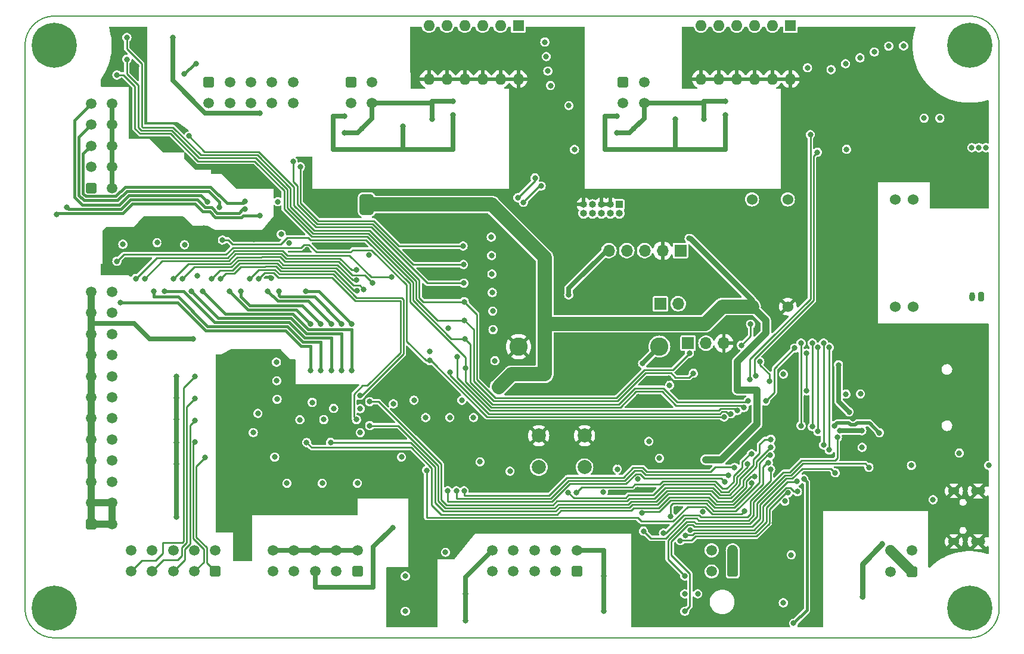
<source format=gbl>
G04 #@! TF.GenerationSoftware,KiCad,Pcbnew,7.0.6*
G04 #@! TF.CreationDate,2023-08-28T17:52:52+03:00*
G04 #@! TF.ProjectId,impeller,696d7065-6c6c-4657-922e-6b696361645f,rev?*
G04 #@! TF.SameCoordinates,Original*
G04 #@! TF.FileFunction,Copper,L4,Bot*
G04 #@! TF.FilePolarity,Positive*
%FSLAX46Y46*%
G04 Gerber Fmt 4.6, Leading zero omitted, Abs format (unit mm)*
G04 Created by KiCad (PCBNEW 7.0.6) date 2023-08-28 17:52:52*
%MOMM*%
%LPD*%
G01*
G04 APERTURE LIST*
G04 Aperture macros list*
%AMRoundRect*
0 Rectangle with rounded corners*
0 $1 Rounding radius*
0 $2 $3 $4 $5 $6 $7 $8 $9 X,Y pos of 4 corners*
0 Add a 4 corners polygon primitive as box body*
4,1,4,$2,$3,$4,$5,$6,$7,$8,$9,$2,$3,0*
0 Add four circle primitives for the rounded corners*
1,1,$1+$1,$2,$3*
1,1,$1+$1,$4,$5*
1,1,$1+$1,$6,$7*
1,1,$1+$1,$8,$9*
0 Add four rect primitives between the rounded corners*
20,1,$1+$1,$2,$3,$4,$5,0*
20,1,$1+$1,$4,$5,$6,$7,0*
20,1,$1+$1,$6,$7,$8,$9,0*
20,1,$1+$1,$8,$9,$2,$3,0*%
G04 Aperture macros list end*
G04 #@! TA.AperFunction,ComponentPad*
%ADD10C,0.800000*%
G04 #@! TD*
G04 #@! TA.AperFunction,ComponentPad*
%ADD11C,6.400000*%
G04 #@! TD*
G04 #@! TA.AperFunction,ComponentPad*
%ADD12RoundRect,0.250001X0.499999X0.499999X-0.499999X0.499999X-0.499999X-0.499999X0.499999X-0.499999X0*%
G04 #@! TD*
G04 #@! TA.AperFunction,ComponentPad*
%ADD13C,1.500000*%
G04 #@! TD*
G04 #@! TA.AperFunction,ComponentPad*
%ADD14RoundRect,0.250001X-0.499999X-0.499999X0.499999X-0.499999X0.499999X0.499999X-0.499999X0.499999X0*%
G04 #@! TD*
G04 #@! TA.AperFunction,ComponentPad*
%ADD15O,2.000000X1.090000*%
G04 #@! TD*
G04 #@! TA.AperFunction,ComponentPad*
%ADD16O,1.600000X1.050000*%
G04 #@! TD*
G04 #@! TA.AperFunction,ComponentPad*
%ADD17R,1.000000X1.000000*%
G04 #@! TD*
G04 #@! TA.AperFunction,ComponentPad*
%ADD18O,1.000000X1.000000*%
G04 #@! TD*
G04 #@! TA.AperFunction,ComponentPad*
%ADD19C,2.000000*%
G04 #@! TD*
G04 #@! TA.AperFunction,ComponentPad*
%ADD20R,1.700000X1.700000*%
G04 #@! TD*
G04 #@! TA.AperFunction,ComponentPad*
%ADD21O,1.700000X1.700000*%
G04 #@! TD*
G04 #@! TA.AperFunction,ComponentPad*
%ADD22RoundRect,0.250001X0.499999X-0.499999X0.499999X0.499999X-0.499999X0.499999X-0.499999X-0.499999X0*%
G04 #@! TD*
G04 #@! TA.AperFunction,ComponentPad*
%ADD23RoundRect,0.200000X0.200000X0.450000X-0.200000X0.450000X-0.200000X-0.450000X0.200000X-0.450000X0*%
G04 #@! TD*
G04 #@! TA.AperFunction,ComponentPad*
%ADD24O,0.800000X1.300000*%
G04 #@! TD*
G04 #@! TA.AperFunction,ComponentPad*
%ADD25R,1.600000X1.600000*%
G04 #@! TD*
G04 #@! TA.AperFunction,ComponentPad*
%ADD26O,1.600000X1.600000*%
G04 #@! TD*
G04 #@! TA.AperFunction,ComponentPad*
%ADD27C,1.524000*%
G04 #@! TD*
G04 #@! TA.AperFunction,ComponentPad*
%ADD28C,2.600000*%
G04 #@! TD*
G04 #@! TA.AperFunction,ViaPad*
%ADD29C,0.800000*%
G04 #@! TD*
G04 #@! TA.AperFunction,Conductor*
%ADD30C,0.700000*%
G04 #@! TD*
G04 #@! TA.AperFunction,Conductor*
%ADD31C,1.000000*%
G04 #@! TD*
G04 #@! TA.AperFunction,Conductor*
%ADD32C,2.000000*%
G04 #@! TD*
G04 #@! TA.AperFunction,Conductor*
%ADD33C,1.500000*%
G04 #@! TD*
G04 #@! TA.AperFunction,Conductor*
%ADD34C,0.800000*%
G04 #@! TD*
G04 #@! TA.AperFunction,Conductor*
%ADD35C,0.250000*%
G04 #@! TD*
G04 #@! TA.AperFunction,Conductor*
%ADD36C,0.400000*%
G04 #@! TD*
G04 #@! TA.AperFunction,Conductor*
%ADD37C,0.500000*%
G04 #@! TD*
G04 #@! TA.AperFunction,Profile*
%ADD38C,0.150000*%
G04 #@! TD*
G04 APERTURE END LIST*
D10*
X201827744Y-127786372D03*
X202530688Y-126089316D03*
X202530688Y-129483428D03*
X204227744Y-125386372D03*
D11*
X204227744Y-127786372D03*
D10*
X204227744Y-130186372D03*
X205924800Y-126089316D03*
X205924800Y-129483428D03*
X206627744Y-127786372D03*
D12*
X148412744Y-122546372D03*
D13*
X145412744Y-122546372D03*
X142412744Y-122546372D03*
X139412744Y-122546372D03*
X136412744Y-122546372D03*
X148412744Y-119546372D03*
X145412744Y-119546372D03*
X142412744Y-119546372D03*
X139412744Y-119546372D03*
X136412744Y-119546372D03*
D10*
X71827744Y-47786372D03*
X72530688Y-46089316D03*
X72530688Y-49483428D03*
X74227744Y-45386372D03*
D11*
X74227744Y-47786372D03*
D10*
X74227744Y-50186372D03*
X75924800Y-46089316D03*
X75924800Y-49483428D03*
X76627744Y-47786372D03*
D14*
X96132744Y-52986372D03*
D13*
X99132744Y-52986372D03*
X102132744Y-52986372D03*
X105132744Y-52986372D03*
X108132744Y-52986372D03*
X96132744Y-55986372D03*
X99132744Y-55986372D03*
X102132744Y-55986372D03*
X105132744Y-55986372D03*
X108132744Y-55986372D03*
D15*
X205431744Y-111106372D03*
D16*
X201981744Y-111106372D03*
D15*
X205431744Y-118306372D03*
D16*
X201981744Y-118306372D03*
D17*
X154472744Y-70371372D03*
D18*
X154472744Y-71641372D03*
X153202744Y-70371372D03*
X153202744Y-71641372D03*
X151932744Y-70371372D03*
X151932744Y-71641372D03*
X150662744Y-70371372D03*
X150662744Y-71641372D03*
X149392744Y-70371372D03*
X149392744Y-71641372D03*
D12*
X196017744Y-122556372D03*
D13*
X193017744Y-122556372D03*
X196017744Y-119556372D03*
X193017744Y-119556372D03*
D19*
X149522744Y-107726372D03*
X143022744Y-107726372D03*
X149522744Y-103226372D03*
X143022744Y-103226372D03*
D12*
X97092744Y-122536372D03*
D13*
X94092744Y-122536372D03*
X91092744Y-122536372D03*
X88092744Y-122536372D03*
X85092744Y-122536372D03*
X97092744Y-119536372D03*
X94092744Y-119536372D03*
X91092744Y-119536372D03*
X88092744Y-119536372D03*
X85092744Y-119536372D03*
D20*
X164232744Y-90086372D03*
D21*
X166772744Y-90086372D03*
X169312744Y-90086372D03*
D10*
X71827744Y-127786372D03*
X72530688Y-126089316D03*
X72530688Y-129483428D03*
X74227744Y-125386372D03*
D11*
X74227744Y-127786372D03*
D10*
X74227744Y-130186372D03*
X75924800Y-126089316D03*
X75924800Y-129483428D03*
X76627744Y-127786372D03*
D22*
X79432744Y-115786372D03*
D13*
X79432744Y-112786372D03*
X79432744Y-109786372D03*
X79432744Y-106786372D03*
X79432744Y-103786372D03*
X79432744Y-100786372D03*
X79432744Y-97786372D03*
X79432744Y-94786372D03*
X79432744Y-91786372D03*
X79432744Y-88786372D03*
X79432744Y-85786372D03*
X79432744Y-82786372D03*
X82432744Y-115786372D03*
X82432744Y-112786372D03*
X82432744Y-109786372D03*
X82432744Y-106786372D03*
X82432744Y-103786372D03*
X82432744Y-100786372D03*
X82432744Y-97786372D03*
X82432744Y-94786372D03*
X82432744Y-91786372D03*
X82432744Y-88786372D03*
X82432744Y-85786372D03*
X82432744Y-82786372D03*
D23*
X205842744Y-83496372D03*
D24*
X204592744Y-83496372D03*
D22*
X79432744Y-68046372D03*
D13*
X79432744Y-65046372D03*
X79432744Y-62046372D03*
X79432744Y-59046372D03*
X79432744Y-56046372D03*
X82432744Y-68046372D03*
X82432744Y-65046372D03*
X82432744Y-62046372D03*
X82432744Y-59046372D03*
X82432744Y-56046372D03*
D12*
X170572744Y-122546372D03*
D13*
X167572744Y-122546372D03*
X170572744Y-119546372D03*
X167572744Y-119546372D03*
D25*
X178762744Y-44916372D03*
D26*
X176222744Y-44916372D03*
X173682744Y-44916372D03*
X171142744Y-44916372D03*
X168602744Y-44916372D03*
X166062744Y-44916372D03*
X166062744Y-52536372D03*
X168602744Y-52536372D03*
X171142744Y-52536372D03*
X173682744Y-52536372D03*
X176222744Y-52536372D03*
X178762744Y-52536372D03*
D20*
X160277744Y-84486372D03*
D21*
X162817744Y-84486372D03*
D14*
X116337744Y-52986372D03*
D13*
X119337744Y-52986372D03*
X116337744Y-55986372D03*
X119337744Y-55986372D03*
D10*
X201827744Y-47786372D03*
X202530688Y-46089316D03*
X202530688Y-49483428D03*
X204227744Y-45386372D03*
D11*
X204227744Y-47786372D03*
D10*
X204227744Y-50186372D03*
X205924800Y-46089316D03*
X205924800Y-49483428D03*
X206627744Y-47786372D03*
D12*
X117252744Y-122536372D03*
D13*
X114252744Y-122536372D03*
X111252744Y-122536372D03*
X108252744Y-122536372D03*
X105252744Y-122536372D03*
X117252744Y-119536372D03*
X114252744Y-119536372D03*
X111252744Y-119536372D03*
X108252744Y-119536372D03*
X105252744Y-119536372D03*
D20*
X163142744Y-76926372D03*
D21*
X160602744Y-76926372D03*
X158062744Y-76926372D03*
X155522744Y-76926372D03*
X152982744Y-76926372D03*
D27*
X196172744Y-69646372D03*
X193632744Y-69646372D03*
X178392744Y-69646372D03*
X173312744Y-69646372D03*
X173312744Y-84886372D03*
X178392744Y-84886372D03*
X193632744Y-84886372D03*
X196172744Y-84886372D03*
D25*
X140112744Y-44926372D03*
D26*
X137572744Y-44926372D03*
X135032744Y-44926372D03*
X132492744Y-44926372D03*
X129952744Y-44926372D03*
X127412744Y-44926372D03*
X127412744Y-52546372D03*
X129952744Y-52546372D03*
X132492744Y-52546372D03*
X135032744Y-52546372D03*
X137572744Y-52546372D03*
X140112744Y-52546372D03*
D28*
X160152744Y-90576372D03*
X140152744Y-90576372D03*
D14*
X154987744Y-52986372D03*
D13*
X157987744Y-52986372D03*
X154987744Y-55986372D03*
X157987744Y-55986372D03*
D29*
X157762744Y-92966372D03*
X193552744Y-58236372D03*
X158612744Y-106450872D03*
X152752744Y-101396372D03*
X192552744Y-57236372D03*
X102512744Y-104946372D03*
X194552744Y-57236372D03*
X85902244Y-47596372D03*
X96742744Y-65006372D03*
X191002744Y-89959372D03*
X123142744Y-75076372D03*
X204552744Y-57026372D03*
X148097744Y-58466372D03*
X171474176Y-118542092D03*
X90572744Y-61546372D03*
X203712744Y-69026372D03*
X195652744Y-53066372D03*
X151772744Y-101846372D03*
X85902244Y-45756372D03*
X98215044Y-76418364D03*
X110062744Y-76826372D03*
X177967744Y-114121372D03*
X187662744Y-100806372D03*
X110052744Y-69986372D03*
X186737744Y-58436372D03*
X102582744Y-75325872D03*
X181079169Y-98006372D03*
X160292744Y-97896372D03*
X203712744Y-68026372D03*
X156802744Y-98666372D03*
X166667744Y-118496372D03*
X205712744Y-69026372D03*
X193552744Y-57236372D03*
X99292744Y-103266372D03*
X99292744Y-97076372D03*
X205082744Y-108226372D03*
X166497744Y-74081372D03*
X199022744Y-107496372D03*
X200702744Y-104639372D03*
X204712744Y-69026372D03*
X204712744Y-68026372D03*
X158652744Y-102496372D03*
X91572744Y-62426372D03*
X105039901Y-80819219D03*
X194552744Y-58236372D03*
X157112744Y-110901372D03*
X161482744Y-95076372D03*
X178590000Y-121180000D03*
X85782744Y-76096372D03*
X99292744Y-100166372D03*
X178812744Y-94495872D03*
X157162744Y-97676372D03*
X162711008Y-113610872D03*
X200702744Y-89119372D03*
X191537457Y-108009805D03*
X95482744Y-73766372D03*
X150782744Y-106036372D03*
X191002744Y-104639372D03*
X89802744Y-75796372D03*
X99292744Y-93976372D03*
X94471954Y-76022206D03*
X154172744Y-106996372D03*
X85902244Y-50696372D03*
X191537457Y-107009805D03*
X192552744Y-58236372D03*
X176507744Y-115641372D03*
X114342744Y-76286372D03*
X81832744Y-75656372D03*
X99292744Y-106376372D03*
X205712744Y-68026372D03*
X202182744Y-112606372D03*
X136522744Y-88166372D03*
X134682744Y-106956372D03*
X130370244Y-100653872D03*
X136262744Y-75006372D03*
X117662744Y-99406372D03*
X186592744Y-50376372D03*
X124062744Y-128196372D03*
X194842744Y-47836372D03*
X136472744Y-85536372D03*
X160162744Y-106450872D03*
X165592744Y-125726372D03*
X202752744Y-105716372D03*
X136362744Y-80266372D03*
X186642744Y-97336372D03*
X148097744Y-62556372D03*
X136312744Y-77626372D03*
X103116656Y-100080779D03*
X178880000Y-120180000D03*
X188642744Y-49536372D03*
X102452744Y-102800872D03*
X190682744Y-48696372D03*
X188952744Y-104896372D03*
X147292744Y-56316372D03*
X161607420Y-96068068D03*
X136782744Y-92596372D03*
X127532744Y-91286372D03*
X177972744Y-112546372D03*
X166312744Y-114066372D03*
X144312744Y-51406372D03*
X138932744Y-108296372D03*
X126942744Y-100656372D03*
X136412744Y-82896372D03*
X112252744Y-110006372D03*
X105752744Y-92795981D03*
X144082744Y-49346372D03*
X107252744Y-110006372D03*
X181192744Y-50946372D03*
X163763244Y-125726372D03*
X129772744Y-119816372D03*
X112482744Y-100956372D03*
X105852744Y-98063926D03*
X186737744Y-62536372D03*
X157112744Y-109401872D03*
X177760000Y-126990000D03*
X117252744Y-110006372D03*
X124062744Y-123196372D03*
X109082744Y-100976372D03*
X117662744Y-102806372D03*
X123522744Y-106276372D03*
X143892744Y-47286372D03*
X105802744Y-95429953D03*
X122362744Y-98726372D03*
X177772744Y-94496372D03*
X152192744Y-111276372D03*
X188713937Y-97304245D03*
X184542744Y-51206372D03*
X200002744Y-58116372D03*
X144682744Y-53466372D03*
X130162744Y-87923872D03*
X133752744Y-100656372D03*
X154165389Y-107995848D03*
X158652744Y-104046372D03*
X192732744Y-47856372D03*
X147262744Y-83226372D03*
X118872744Y-77570872D03*
X204532744Y-62296372D03*
X118072744Y-69386372D03*
X118072744Y-71386372D03*
X197762744Y-58116372D03*
X105512744Y-106276372D03*
X195948677Y-107472305D03*
X206932744Y-107456372D03*
X94490966Y-80541103D03*
X88803305Y-75807602D03*
X119072744Y-70386372D03*
X106442744Y-74626372D03*
X132102744Y-98196372D03*
X113892744Y-99366372D03*
X92692744Y-76096372D03*
X164372744Y-75196372D03*
X199022744Y-112336372D03*
X110832744Y-98506372D03*
X83942744Y-76036372D03*
X119072744Y-71386372D03*
X118072744Y-70386372D03*
X125292744Y-98196372D03*
X105952744Y-69986372D03*
X137322744Y-96326372D03*
X166722744Y-106646372D03*
X107568097Y-75838019D03*
X205532744Y-62296372D03*
X119072744Y-69386372D03*
X206532744Y-62296372D03*
X130857744Y-57646372D03*
X123757744Y-59256372D03*
X115447744Y-57826372D03*
X154097744Y-60206372D03*
X166497744Y-58231372D03*
X169497744Y-55726372D03*
X156487744Y-59626372D03*
X91532194Y-104189346D03*
X91532744Y-100916372D03*
X91532744Y-97876372D03*
X91552744Y-94816372D03*
X91532194Y-107306372D03*
X91532744Y-114836372D03*
X93910319Y-89503447D03*
X91002744Y-46686372D03*
X103422744Y-57406372D03*
X122262744Y-116316372D03*
X181079169Y-91521372D03*
X181079169Y-96876372D03*
X174420101Y-92679078D03*
X175752744Y-95516372D03*
X173252272Y-105825900D03*
X148322744Y-111319323D03*
X122092744Y-80711872D03*
X85752744Y-80906372D03*
X147215195Y-111319323D03*
X172637104Y-107265232D03*
X87022744Y-80906372D03*
X117157244Y-79689125D03*
X132402744Y-111076872D03*
X170822744Y-107756372D03*
X119386398Y-81521872D03*
X91162744Y-80906372D03*
X169968181Y-108855980D03*
X131315244Y-111076872D03*
X92432744Y-80906372D03*
X117157244Y-81138625D03*
X130093030Y-111076872D03*
X169422744Y-109766372D03*
X118155706Y-82421872D03*
X96562744Y-80906372D03*
X127097244Y-108163087D03*
X172242744Y-113936372D03*
X117165491Y-82588125D03*
X97832744Y-80906372D03*
X175982744Y-103756372D03*
X119002744Y-98406372D03*
X117632744Y-97506372D03*
X101962744Y-80906372D03*
X119002744Y-101806372D03*
X175962744Y-104866372D03*
X117122744Y-100956372D03*
X103232744Y-80906372D03*
X113442744Y-104196372D03*
X173639401Y-109035396D03*
X110042744Y-104206372D03*
X173263006Y-109961318D03*
X179372744Y-90796872D03*
X175242744Y-98316372D03*
X180279678Y-101815872D03*
X180279678Y-90087671D03*
X181877665Y-101946372D03*
X181877665Y-90087671D03*
X182677128Y-102651872D03*
X182677128Y-90687671D03*
X183476625Y-104550872D03*
X183482744Y-90086372D03*
X184282207Y-90687671D03*
X184282207Y-105266372D03*
X179728948Y-109743512D03*
X164527409Y-116631872D03*
X175633124Y-107069351D03*
X161755817Y-114705585D03*
X175883856Y-106027484D03*
X157682744Y-114226754D03*
X160731479Y-117101872D03*
X175952744Y-108016372D03*
X157887244Y-116805476D03*
X185442744Y-103476372D03*
X163762744Y-123186372D03*
X189912744Y-107736372D03*
X178425747Y-111361650D03*
X163116961Y-118147481D03*
X185128070Y-108515750D03*
X163762744Y-128196372D03*
X179753244Y-111186372D03*
X163888249Y-117421872D03*
X169333211Y-100565872D03*
X83102744Y-78446372D03*
X127552744Y-92576372D03*
X132322744Y-78916372D03*
X108122744Y-64281872D03*
X93342744Y-60656372D03*
X132382744Y-81556372D03*
X109156312Y-65006372D03*
X132272744Y-76286372D03*
X170322744Y-100115872D03*
X130432744Y-94196872D03*
X172752744Y-98315872D03*
X132532744Y-89456372D03*
X83092744Y-51966372D03*
X131392744Y-91996372D03*
X171252744Y-99665872D03*
X84502744Y-49736372D03*
X132482744Y-86826372D03*
X164973244Y-94370442D03*
X172181357Y-99215872D03*
X98092744Y-75426372D03*
X132593244Y-93596372D03*
X164422744Y-91536872D03*
X84502744Y-46636372D03*
X132432744Y-84196372D03*
X83582744Y-84286372D03*
X110612744Y-93966372D03*
X112072744Y-93956372D03*
X88292744Y-82706372D03*
X89892744Y-82706372D03*
X113532744Y-93966372D03*
X93702744Y-82706372D03*
X114992744Y-93956372D03*
X95282744Y-82706372D03*
X116452744Y-93956372D03*
X110612744Y-87336372D03*
X99092744Y-82706372D03*
X112052744Y-87336372D03*
X100692744Y-82696372D03*
X113532744Y-87336372D03*
X104512744Y-82706372D03*
X114992744Y-87336372D03*
X106092744Y-82706372D03*
X109912744Y-82706372D03*
X116452744Y-87336372D03*
X179220000Y-129910000D03*
X180670000Y-109380000D03*
X182603097Y-62956372D03*
X173852738Y-94725383D03*
X181603808Y-60436372D03*
X172978443Y-95209753D03*
X173102744Y-87406372D03*
X171772744Y-90386372D03*
X140842246Y-70056870D03*
X143351692Y-67747423D03*
X140032744Y-69406372D03*
X142487244Y-66602112D03*
X185745219Y-102523737D03*
X188903242Y-102524722D03*
X191407056Y-102832060D03*
X185007244Y-101821737D03*
X187107244Y-99863872D03*
X185592744Y-93176372D03*
X130857744Y-55746372D03*
X127857744Y-58256372D03*
X115457744Y-60226372D03*
X117847744Y-59636372D03*
X132602744Y-125736372D03*
X152232744Y-123186372D03*
X132602744Y-129566372D03*
X152222744Y-128186372D03*
X162397744Y-58231372D03*
X154087744Y-57806372D03*
X169497744Y-57626372D03*
X101272744Y-69946372D03*
X97662744Y-70796372D03*
X95952744Y-69996372D03*
X94192744Y-94846372D03*
X94192744Y-97946372D03*
X94192744Y-101046372D03*
X94192744Y-104146372D03*
X95592744Y-106366372D03*
X103432744Y-71946372D03*
X74552744Y-71796372D03*
X101262744Y-71036372D03*
X76012744Y-70797608D03*
X92677412Y-51821704D03*
X94307591Y-50342025D03*
X188970000Y-126155000D03*
X191820000Y-118610000D03*
D30*
X157762744Y-92966372D02*
X160152744Y-90576372D01*
X147262744Y-82296372D02*
X152812744Y-76746372D01*
X147262744Y-83226372D02*
X147262744Y-82296372D01*
X152812744Y-76746372D02*
X152987744Y-76746372D01*
D31*
X166722744Y-106646372D02*
X168962744Y-106646372D01*
X119072744Y-71386372D02*
X119072744Y-69386372D01*
D32*
X143852744Y-94506372D02*
X139142744Y-94506372D01*
X166622744Y-87336372D02*
X143872744Y-87336372D01*
D33*
X170572744Y-122546372D02*
X170572744Y-119546372D01*
D34*
X164372744Y-75196372D02*
X164497744Y-75196372D01*
X173312744Y-84011372D02*
X173312744Y-84886372D01*
D31*
X118072744Y-69386372D02*
X118072744Y-71386372D01*
D32*
X143862744Y-87346372D02*
X143862744Y-77896372D01*
D31*
X174022744Y-101586372D02*
X174022744Y-96746372D01*
X175262744Y-86836372D02*
X173312744Y-84886372D01*
X168962744Y-106646372D02*
X174022744Y-101586372D01*
X171202744Y-92686372D02*
X175262744Y-88626372D01*
X175262744Y-88626372D02*
X175262744Y-86836372D01*
D32*
X139142744Y-94506372D02*
X137322744Y-96326372D01*
X136352744Y-70386372D02*
X119072744Y-70386372D01*
D31*
X174022744Y-96746372D02*
X171202744Y-96746372D01*
X171202744Y-96746372D02*
X171202744Y-92686372D01*
D32*
X143872744Y-87336372D02*
X143862744Y-87346372D01*
X143862744Y-94516372D02*
X143852744Y-94506372D01*
X143862744Y-77896372D02*
X136352744Y-70386372D01*
X173312744Y-84886372D02*
X169072744Y-84886372D01*
D31*
X118072744Y-71386372D02*
X119072744Y-71386372D01*
D32*
X143862744Y-87346372D02*
X143862744Y-94516372D01*
D31*
X119072744Y-69386372D02*
X118072744Y-69386372D01*
D32*
X169072744Y-84886372D02*
X166622744Y-87336372D01*
D34*
X164497744Y-75196372D02*
X173312744Y-84011372D01*
D30*
X123757744Y-59256372D02*
X123757744Y-62311372D01*
X123532744Y-62536372D02*
X113802744Y-62536372D01*
X113802744Y-62536372D02*
X113802744Y-57826372D01*
X113802744Y-57826372D02*
X115447744Y-57826372D01*
X130857744Y-62536372D02*
X130857744Y-57646372D01*
X123757744Y-59256372D02*
X123757744Y-62536372D01*
X123757744Y-62536372D02*
X130857744Y-62536372D01*
X123757744Y-62311372D02*
X123532744Y-62536372D01*
X157987744Y-55986372D02*
X166497744Y-55986372D01*
X166497744Y-55986372D02*
X166497744Y-58231372D01*
X154097744Y-60206372D02*
X155907744Y-60206372D01*
X166497744Y-55726372D02*
X166497744Y-58231372D01*
X157987744Y-58126372D02*
X157987744Y-55986372D01*
X156487744Y-59626372D02*
X157987744Y-58126372D01*
X169497744Y-55726372D02*
X166497744Y-55726372D01*
X155907744Y-60206372D02*
X156487744Y-59626372D01*
X91552744Y-94816372D02*
X91532744Y-94836372D01*
X91532744Y-94836372D02*
X91532744Y-97876372D01*
X91532744Y-100916372D02*
X91532194Y-100916922D01*
X91532194Y-107306372D02*
X91532194Y-104189346D01*
X91532744Y-97876372D02*
X91532744Y-100916372D01*
X91532744Y-114836372D02*
X91532744Y-107306922D01*
X91532744Y-107306922D02*
X91532194Y-107306372D01*
X91532194Y-100916922D02*
X91532194Y-104189346D01*
D31*
X79432744Y-100786372D02*
X79432744Y-103786372D01*
X79432744Y-106786372D02*
X79432744Y-109786372D01*
X79432744Y-94786372D02*
X79432744Y-91786372D01*
D30*
X79432744Y-87286372D02*
X79432744Y-88786372D01*
X85522084Y-87286372D02*
X79432744Y-87286372D01*
D31*
X79432744Y-82786372D02*
X79432744Y-85786372D01*
X79432744Y-115786372D02*
X82432744Y-115786372D01*
X79432744Y-103786372D02*
X79432744Y-106786372D01*
X79432744Y-112786372D02*
X79432744Y-115786372D01*
X82432744Y-112786372D02*
X79432744Y-112786372D01*
X79432744Y-109786372D02*
X79432744Y-112786372D01*
X79432744Y-97786372D02*
X79432744Y-100786372D01*
D30*
X87739159Y-89503447D02*
X85522084Y-87286372D01*
D31*
X82432744Y-115786372D02*
X82432744Y-112786372D01*
X79432744Y-85786372D02*
X79432744Y-88786372D01*
D30*
X93910319Y-89503447D02*
X87739159Y-89503447D01*
D31*
X79432744Y-88786372D02*
X79432744Y-91786372D01*
X79432744Y-94786372D02*
X79432744Y-97786372D01*
D30*
X91002744Y-52766372D02*
X91002744Y-46686372D01*
X95642744Y-57406372D02*
X91002744Y-52766372D01*
X103422744Y-57406372D02*
X95642744Y-57406372D01*
X111252744Y-124756372D02*
X111252744Y-122536372D01*
X119502744Y-124756372D02*
X111252744Y-124756372D01*
X122262744Y-116316372D02*
X119502744Y-119076372D01*
X119502744Y-119076372D02*
X119502744Y-124756372D01*
D35*
X181079169Y-91521372D02*
X181079169Y-96876372D01*
X174480101Y-93233729D02*
X175752744Y-94506372D01*
X175752744Y-94506372D02*
X175752744Y-95516372D01*
X174480101Y-92609078D02*
X174480101Y-93233729D01*
X168362321Y-110000182D02*
X168362321Y-109999476D01*
X156652744Y-110176372D02*
X156277744Y-110551372D01*
X170683560Y-109805384D02*
X169725493Y-110763451D01*
X168362321Y-109999476D02*
X168089217Y-109726372D01*
X156277744Y-110551372D02*
X149090695Y-110551372D01*
X173252272Y-105825900D02*
X173051131Y-105825900D01*
X169125590Y-110763451D02*
X168362321Y-110000182D01*
X168089217Y-109726372D02*
X160642744Y-109726372D01*
X173051131Y-105825900D02*
X171912104Y-106964927D01*
X149090695Y-110551372D02*
X148322744Y-111319323D01*
X160642744Y-109726372D02*
X160192744Y-110176372D01*
X169725493Y-110763451D02*
X169125590Y-110763451D01*
X171912104Y-107742038D02*
X170683560Y-108970582D01*
X170683560Y-108970582D02*
X170683560Y-109805384D01*
X171912104Y-106964927D02*
X171912104Y-107742038D01*
X160192744Y-110176372D02*
X156652744Y-110176372D01*
X88727744Y-77931372D02*
X98804140Y-77931372D01*
X107296425Y-77596372D02*
X116097294Y-77596372D01*
X103255841Y-76950872D02*
X103262494Y-76944219D01*
X119212794Y-80711872D02*
X122092744Y-80711872D01*
X106644272Y-76944219D02*
X107296425Y-77596372D01*
X85752744Y-80906372D02*
X88727744Y-77931372D01*
X116097294Y-77596372D02*
X119212794Y-80711872D01*
X99784640Y-76950872D02*
X103255841Y-76950872D01*
X98804140Y-77931372D02*
X99784640Y-76950872D01*
X103262494Y-76944219D02*
X106644272Y-76944219D01*
X160819868Y-110185872D02*
X167912321Y-110185872D01*
X171133560Y-109991780D02*
X171133560Y-109156978D01*
X167912321Y-110185872D02*
X168939900Y-111213451D01*
X171133560Y-109156978D02*
X172637104Y-107653434D01*
X169911889Y-111213451D02*
X171133560Y-109991780D01*
X155746862Y-111702254D02*
X159303486Y-111702254D01*
X168939900Y-111213451D02*
X169911889Y-111213451D01*
X159303486Y-111702254D02*
X160819868Y-110185872D01*
X172637104Y-107653434D02*
X172637104Y-107265232D01*
X147215195Y-111319323D02*
X147982244Y-112086372D01*
X147982244Y-112086372D02*
X155362744Y-112086372D01*
X155362744Y-112086372D02*
X155746862Y-111702254D01*
X106457876Y-77394219D02*
X107110029Y-78046372D01*
X103442237Y-77400872D02*
X103448890Y-77394219D01*
X116403873Y-79689125D02*
X117157244Y-79689125D01*
X103448890Y-77394219D02*
X106457876Y-77394219D01*
X98990536Y-78381372D02*
X99971036Y-77400872D01*
X87022744Y-80906372D02*
X89547744Y-78381372D01*
X89547744Y-78381372D02*
X98990536Y-78381372D01*
X114761120Y-78046372D02*
X116403873Y-79689125D01*
X107110029Y-78046372D02*
X114761120Y-78046372D01*
X99971036Y-77400872D02*
X103442237Y-77400872D01*
X168092744Y-107716372D02*
X167432744Y-108376372D01*
X155015147Y-109201372D02*
X147035049Y-109201372D01*
X158385341Y-108376372D02*
X157785841Y-107776872D01*
X156439647Y-107776872D02*
X155015147Y-109201372D01*
X170822744Y-107756372D02*
X170782744Y-107716372D01*
X157785841Y-107776872D02*
X156439647Y-107776872D01*
X170782744Y-107716372D02*
X168092744Y-107716372D01*
X167432744Y-108376372D02*
X158385341Y-108376372D01*
X132402744Y-111736372D02*
X132402744Y-111076872D01*
X144500049Y-111736372D02*
X132402744Y-111736372D01*
X147035049Y-109201372D02*
X144500049Y-111736372D01*
X91162744Y-80906372D02*
X93237744Y-78831372D01*
X93237744Y-78831372D02*
X99176932Y-78831372D01*
X106271480Y-77844219D02*
X106923633Y-78496372D01*
X103628633Y-77850872D02*
X103635286Y-77844219D01*
X106923633Y-78496372D02*
X114574724Y-78496372D01*
X114574724Y-78496372D02*
X116491977Y-80413625D01*
X99176932Y-78831372D02*
X100157432Y-77850872D01*
X118278151Y-80413625D02*
X119386398Y-81521872D01*
X116491977Y-80413625D02*
X118278151Y-80413625D01*
X100157432Y-77850872D02*
X103628633Y-77850872D01*
X103635286Y-77844219D02*
X106271480Y-77844219D01*
X158198945Y-108826372D02*
X157599445Y-108226872D01*
X131315244Y-112186372D02*
X131315244Y-111076872D01*
X169968181Y-108855980D02*
X169938573Y-108826372D01*
X155201543Y-109651372D02*
X147221445Y-109651372D01*
X157599445Y-108226872D02*
X156626043Y-108226872D01*
X169938573Y-108826372D02*
X158198945Y-108826372D01*
X147221445Y-109651372D02*
X144686445Y-112186372D01*
X156626043Y-108226872D02*
X155201543Y-109651372D01*
X144686445Y-112186372D02*
X131315244Y-112186372D01*
X116580581Y-81138625D02*
X117157244Y-81138625D01*
X94057744Y-79281372D02*
X99363328Y-79281372D01*
X100343828Y-78300872D02*
X103815029Y-78300872D01*
X99363328Y-79281372D02*
X100343828Y-78300872D01*
X106085084Y-78294219D02*
X106737237Y-78946372D01*
X103815029Y-78300872D02*
X103821682Y-78294219D01*
X103821682Y-78294219D02*
X106085084Y-78294219D01*
X92432744Y-80906372D02*
X94057744Y-79281372D01*
X114388328Y-78946372D02*
X116580581Y-81138625D01*
X106737237Y-78946372D02*
X114388328Y-78946372D01*
X158012549Y-109276372D02*
X157413049Y-108676872D01*
X169422744Y-109766372D02*
X168932744Y-109276372D01*
X168932744Y-109276372D02*
X158012549Y-109276372D01*
X147407841Y-110101372D02*
X144872841Y-112636372D01*
X144872841Y-112636372D02*
X130093030Y-112636372D01*
X156812439Y-108676872D02*
X155387939Y-110101372D01*
X130093030Y-112636372D02*
X130093030Y-111076872D01*
X157413049Y-108676872D02*
X156812439Y-108676872D01*
X155387939Y-110101372D02*
X147407841Y-110101372D01*
X99549724Y-79731372D02*
X100530224Y-78750872D01*
X105898688Y-78744219D02*
X106550841Y-79396372D01*
X96562744Y-80906372D02*
X97737744Y-79731372D01*
X100530224Y-78750872D02*
X104001425Y-78750872D01*
X97737744Y-79731372D02*
X99549724Y-79731372D01*
X104001425Y-78750872D02*
X104008078Y-78744219D01*
X117596959Y-81863125D02*
X118155706Y-82421872D01*
X116668685Y-81863125D02*
X117596959Y-81863125D01*
X106550841Y-79396372D02*
X114201932Y-79396372D01*
X104008078Y-78744219D02*
X105898688Y-78744219D01*
X114201932Y-79396372D02*
X116668685Y-81863125D01*
X127097244Y-114886372D02*
X157050695Y-114886372D01*
X127097244Y-108163087D02*
X127097244Y-114886372D01*
X166607549Y-113335872D02*
X167658049Y-114386372D01*
X164168966Y-113335872D02*
X166607549Y-113335872D01*
X157594908Y-115430585D02*
X162074253Y-115430585D01*
X162074253Y-115430585D02*
X164168966Y-113335872D01*
X157050695Y-114886372D02*
X157594908Y-115430585D01*
X167658049Y-114386372D02*
X171792744Y-114386372D01*
X171792744Y-114386372D02*
X172242744Y-113936372D01*
X114015536Y-79846372D02*
X116757289Y-82588125D01*
X105712292Y-79194219D02*
X106364445Y-79846372D01*
X104187821Y-79200872D02*
X104194474Y-79194219D01*
X104194474Y-79194219D02*
X105712292Y-79194219D01*
X106364445Y-79846372D02*
X114015536Y-79846372D01*
X116757289Y-82588125D02*
X117165491Y-82588125D01*
X97832744Y-80906372D02*
X98557744Y-80181372D01*
X99736120Y-80181372D02*
X100716620Y-79200872D01*
X100716620Y-79200872D02*
X104187821Y-79200872D01*
X98557744Y-80181372D02*
X99736120Y-80181372D01*
X174372744Y-105730733D02*
X173482744Y-106620733D01*
X174372744Y-104496372D02*
X174372744Y-105730733D01*
X161006264Y-110635872D02*
X159489882Y-112152254D01*
X159489882Y-112152254D02*
X155933258Y-112152254D01*
X145059237Y-113086372D02*
X129906634Y-113086372D01*
X175112744Y-103756372D02*
X174372744Y-104496372D01*
X173482744Y-107444190D02*
X171583560Y-109343374D01*
X175982744Y-103756372D02*
X175112744Y-103756372D01*
X170098285Y-111663451D02*
X168753504Y-111663451D01*
X171583560Y-109343374D02*
X171583560Y-110178176D01*
X171583560Y-110178176D02*
X170098285Y-111663451D01*
X129172244Y-112351982D02*
X129172244Y-107303594D01*
X145609237Y-112536372D02*
X145059237Y-113086372D01*
X129906634Y-113086372D02*
X129172244Y-112351982D01*
X167725925Y-110635872D02*
X161006264Y-110635872D01*
X129172244Y-107303594D02*
X120275022Y-98406372D01*
X120275022Y-98406372D02*
X119002744Y-98406372D01*
X168753504Y-111663451D02*
X167725925Y-110635872D01*
X155933258Y-112152254D02*
X155549140Y-112536372D01*
X173482744Y-106620733D02*
X173482744Y-107444190D01*
X155549140Y-112536372D02*
X145609237Y-112536372D01*
X104380870Y-79644219D02*
X104374217Y-79650872D01*
X117632744Y-97506372D02*
X117889140Y-97506372D01*
X103218244Y-79650872D02*
X101962744Y-80906372D01*
X123797744Y-83884976D02*
X123534140Y-83621372D01*
X123534140Y-83621372D02*
X117154140Y-83621372D01*
X117154140Y-83621372D02*
X113829140Y-80296372D01*
X113829140Y-80296372D02*
X106178049Y-80296372D01*
X117889140Y-97506372D02*
X123792744Y-91602768D01*
X106178049Y-80296372D02*
X105525896Y-79644219D01*
X123797744Y-85283073D02*
X123797744Y-83884976D01*
X104374217Y-79650872D02*
X103218244Y-79650872D01*
X105525896Y-79644219D02*
X104380870Y-79644219D01*
X123792744Y-91602768D02*
X123792744Y-85288073D01*
X123792744Y-85288073D02*
X123797744Y-85283073D01*
X172033560Y-110364572D02*
X170284681Y-112113451D01*
X156119654Y-112602254D02*
X155735536Y-112986372D01*
X173932744Y-106953998D02*
X173932744Y-107630586D01*
X128722244Y-107489990D02*
X123038626Y-101806372D01*
X168567108Y-112113451D02*
X167539529Y-111085872D01*
X129720238Y-113536372D02*
X128722244Y-112538378D01*
X170284681Y-112113451D02*
X168567108Y-112113451D01*
X159676278Y-112602254D02*
X156119654Y-112602254D01*
X145795633Y-112986372D02*
X145245633Y-113536372D01*
X173932744Y-107630586D02*
X172033560Y-109529770D01*
X175962744Y-104923998D02*
X173932744Y-106953998D01*
X145245633Y-113536372D02*
X129720238Y-113536372D01*
X167539529Y-111085872D02*
X161192660Y-111085872D01*
X155735536Y-112986372D02*
X145795633Y-112986372D01*
X175962744Y-104866372D02*
X175962744Y-104923998D01*
X161192660Y-111085872D02*
X159676278Y-112602254D01*
X172033560Y-109529770D02*
X172033560Y-110364572D01*
X123038626Y-101806372D02*
X119002744Y-101806372D01*
X128722244Y-112538378D02*
X128722244Y-107489990D01*
X123342744Y-85101677D02*
X123347744Y-85096677D01*
X104038244Y-80100872D02*
X103232744Y-80906372D01*
X116782744Y-100616372D02*
X116782744Y-97331067D01*
X116967744Y-84071372D02*
X113642744Y-80746372D01*
X123347744Y-84071372D02*
X116967744Y-84071372D01*
X105991653Y-80746372D02*
X105339500Y-80094219D01*
X104567266Y-80094219D02*
X104560613Y-80100872D01*
X117122744Y-100956372D02*
X116782744Y-100616372D01*
X113642744Y-80746372D02*
X105991653Y-80746372D01*
X105339500Y-80094219D02*
X104567266Y-80094219D01*
X116782744Y-97331067D02*
X117997439Y-96116372D01*
X118642744Y-96116372D02*
X123342744Y-91416372D01*
X123342744Y-91416372D02*
X123342744Y-85101677D01*
X123347744Y-85096677D02*
X123347744Y-84071372D01*
X117997439Y-96116372D02*
X118642744Y-96116372D01*
X104560613Y-80100872D02*
X104038244Y-80100872D01*
X161379056Y-111535872D02*
X159862674Y-113052254D01*
X128272244Y-107676386D02*
X124792230Y-104196372D01*
X128272244Y-112766372D02*
X128272244Y-107676386D01*
X159862674Y-113052254D02*
X156306050Y-113052254D01*
X145432029Y-113986372D02*
X129492244Y-113986372D01*
X124792230Y-104196372D02*
X113442744Y-104196372D01*
X168380712Y-112563451D02*
X167353133Y-111535872D01*
X155921932Y-113436372D02*
X145982029Y-113436372D01*
X173164330Y-109035396D02*
X172483560Y-109716166D01*
X173639401Y-109035396D02*
X173164330Y-109035396D01*
X129492244Y-113986372D02*
X128272244Y-112766372D01*
X170471077Y-112563451D02*
X168380712Y-112563451D01*
X156306050Y-113052254D02*
X155921932Y-113436372D01*
X167353133Y-111535872D02*
X161379056Y-111535872D01*
X145982029Y-113436372D02*
X145432029Y-113986372D01*
X172483560Y-110550968D02*
X170471077Y-112563451D01*
X172483560Y-109716166D02*
X172483560Y-110550968D01*
X127822244Y-113086372D02*
X127822244Y-107862782D01*
X170657473Y-113013451D02*
X168194316Y-113013451D01*
X124880834Y-104921372D02*
X110757744Y-104921372D01*
X160049070Y-113502254D02*
X156492446Y-113502254D01*
X156492446Y-113502254D02*
X156108328Y-113886372D01*
X145618425Y-114436372D02*
X129172244Y-114436372D01*
X129172244Y-114436372D02*
X127822244Y-113086372D01*
X110757744Y-104921372D02*
X110042744Y-104206372D01*
X127822244Y-107862782D02*
X124880834Y-104921372D01*
X156108328Y-113886372D02*
X146168425Y-113886372D01*
X173263006Y-110407918D02*
X170657473Y-113013451D01*
X146168425Y-113886372D02*
X145618425Y-114436372D01*
X167166737Y-111985872D02*
X161565452Y-111985872D01*
X173263006Y-109961318D02*
X173263006Y-110407918D01*
X168194316Y-113013451D02*
X167166737Y-111985872D01*
X161565452Y-111985872D02*
X160049070Y-113502254D01*
X176477744Y-97081372D02*
X175242744Y-98316372D01*
X179371431Y-90796872D02*
X176477744Y-93690559D01*
X179372744Y-90796872D02*
X179371431Y-90796872D01*
X176477744Y-93690559D02*
X176477744Y-97081372D01*
X180279678Y-90087671D02*
X180279678Y-101815872D01*
X181877665Y-90087671D02*
X181877665Y-101946372D01*
X182677128Y-90687671D02*
X182677128Y-102651872D01*
X183482744Y-104544753D02*
X183476625Y-104550872D01*
X183482744Y-90086372D02*
X183482744Y-104544753D01*
X184282744Y-90688208D02*
X184282207Y-90687671D01*
X184282207Y-105266372D02*
X184282744Y-105265835D01*
X184282744Y-105265835D02*
X184282744Y-90688208D01*
X174882744Y-113242952D02*
X174882744Y-115323580D01*
X174882744Y-115323580D02*
X173569952Y-116636372D01*
X179681088Y-109791372D02*
X178334324Y-109791372D01*
X178334324Y-109791372D02*
X174882744Y-113242952D01*
X164531909Y-116636372D02*
X164527409Y-116631872D01*
X173569952Y-116636372D02*
X164531909Y-116636372D01*
X179728948Y-109743512D02*
X179681088Y-109791372D01*
X171007344Y-113936372D02*
X174832744Y-110110972D01*
X174832744Y-107695999D02*
X175459392Y-107069351D01*
X167844445Y-113936372D02*
X171007344Y-113936372D01*
X161755817Y-114705585D02*
X161755817Y-113223299D01*
X161755817Y-113223299D02*
X162093244Y-112885872D01*
X174832744Y-110110972D02*
X174832744Y-107695999D01*
X175459392Y-107069351D02*
X175633124Y-107069351D01*
X162093244Y-112885872D02*
X166793945Y-112885872D01*
X166793945Y-112885872D02*
X167844445Y-113936372D01*
X174382744Y-109924576D02*
X174382744Y-107140394D01*
X160145848Y-114041872D02*
X161751848Y-112435872D01*
X161751848Y-112435872D02*
X166980341Y-112435872D01*
X174382744Y-107140394D02*
X175495654Y-106027484D01*
X157682744Y-114226754D02*
X157867626Y-114041872D01*
X166980341Y-112435872D02*
X168030841Y-113486372D01*
X168030841Y-113486372D02*
X170820948Y-113486372D01*
X157867626Y-114041872D02*
X160145848Y-114041872D01*
X170820948Y-113486372D02*
X174382744Y-109924576D01*
X175495654Y-106027484D02*
X175883856Y-106027484D01*
X166057439Y-114836372D02*
X172629952Y-114836372D01*
X175952744Y-109627368D02*
X175952744Y-108016372D01*
X165777939Y-114556872D02*
X166057439Y-114836372D01*
X173082744Y-114383580D02*
X173082744Y-112497368D01*
X163584362Y-114556872D02*
X165777939Y-114556872D01*
X173082744Y-112497368D02*
X175952744Y-109627368D01*
X172629952Y-114836372D02*
X173082744Y-114383580D01*
X161039362Y-117101872D02*
X163584362Y-114556872D01*
X160731479Y-117101872D02*
X161039362Y-117101872D01*
X180364050Y-106756372D02*
X178679050Y-108441372D01*
X165453244Y-115006872D02*
X163854312Y-115006872D01*
X158908140Y-117826372D02*
X161034812Y-117826372D01*
X173532744Y-112683764D02*
X173532744Y-114569976D01*
X163854312Y-115006872D02*
X161034812Y-117826372D01*
X185442744Y-106399073D02*
X185085445Y-106756372D01*
X173532744Y-114569976D02*
X172816348Y-115286372D01*
X185442744Y-103476372D02*
X185442744Y-106399073D01*
X185085445Y-106756372D02*
X180364050Y-106756372D01*
X177775136Y-108441372D02*
X173532744Y-112683764D01*
X178679050Y-108441372D02*
X177775136Y-108441372D01*
X165732744Y-115286372D02*
X165453244Y-115006872D01*
X172816348Y-115286372D02*
X165732744Y-115286372D01*
X157887244Y-116805476D02*
X158908140Y-117826372D01*
X180550446Y-107206372D02*
X189382744Y-107206372D01*
X164040708Y-115456872D02*
X165069640Y-115456872D01*
X161382744Y-120806372D02*
X161382744Y-118114836D01*
X173982744Y-112870160D02*
X177961532Y-108891372D01*
X161382744Y-118114836D02*
X164040708Y-115456872D01*
X189382744Y-107206372D02*
X189912744Y-107736372D01*
X163762744Y-123186372D02*
X161382744Y-120806372D01*
X173002744Y-115736372D02*
X173982744Y-114756372D01*
X173982744Y-114756372D02*
X173982744Y-112870160D01*
X165069640Y-115456872D02*
X165349140Y-115736372D01*
X177961532Y-108891372D02*
X178865446Y-108891372D01*
X178865446Y-108891372D02*
X180550446Y-107206372D01*
X165349140Y-115736372D02*
X173002744Y-115736372D01*
X175782744Y-115696372D02*
X175782744Y-113711067D01*
X163116961Y-118147481D02*
X163118070Y-118146372D01*
X165313900Y-117536372D02*
X173942744Y-117536372D01*
X164703900Y-118146372D02*
X165313900Y-117536372D01*
X173942744Y-117536372D02*
X175782744Y-115696372D01*
X178132161Y-111361650D02*
X178425747Y-111361650D01*
X175782744Y-113711067D02*
X178132161Y-111361650D01*
X163118070Y-118146372D02*
X164703900Y-118146372D01*
X173332744Y-116186372D02*
X165162744Y-116186372D01*
X178147928Y-109341372D02*
X174432744Y-113056556D01*
X165162744Y-116186372D02*
X164883244Y-115906872D01*
X164487744Y-127471372D02*
X163762744Y-128196372D01*
X161832744Y-120231067D02*
X164487744Y-122886067D01*
X184548692Y-107936372D02*
X185128070Y-108515750D01*
X180456842Y-107936372D02*
X184548692Y-107936372D01*
X180456842Y-107936372D02*
X179051842Y-109341372D01*
X164227104Y-115906872D02*
X161832744Y-118301232D01*
X179051842Y-109341372D02*
X178147928Y-109341372D01*
X161832744Y-118301232D02*
X161832744Y-120231067D01*
X164487744Y-122886067D02*
X164487744Y-127471372D01*
X174432744Y-115086372D02*
X173332744Y-116186372D01*
X164883244Y-115906872D02*
X164227104Y-115906872D01*
X174432744Y-113056556D02*
X174432744Y-115086372D01*
X179753244Y-111186372D02*
X179275774Y-111186372D01*
X164857504Y-117356372D02*
X163953749Y-117356372D01*
X175332744Y-115509976D02*
X173756348Y-117086372D01*
X163953749Y-117356372D02*
X163888249Y-117421872D01*
X178125442Y-110636650D02*
X175332744Y-113429348D01*
X173756348Y-117086372D02*
X165127504Y-117086372D01*
X165127504Y-117086372D02*
X164857504Y-117356372D01*
X175332744Y-113429348D02*
X175332744Y-115509976D01*
X179275774Y-111186372D02*
X178726052Y-110636650D01*
X178726052Y-110636650D02*
X178125442Y-110636650D01*
X106830668Y-76494219D02*
X103076098Y-76494219D01*
X84067744Y-77481372D02*
X83102744Y-78446372D01*
X103076098Y-76494219D02*
X103069445Y-76500872D01*
X124247744Y-89821372D02*
X124247744Y-81821372D01*
X127552744Y-92576372D02*
X127002744Y-92576372D01*
X110362744Y-76096372D02*
X109682744Y-76096372D01*
X98617744Y-77481372D02*
X84067744Y-77481372D01*
X111412744Y-77146372D02*
X110362744Y-76096372D01*
X127552744Y-92576372D02*
X127702744Y-92576372D01*
X127002744Y-92576372D02*
X124247744Y-89821372D01*
X103069445Y-76500872D02*
X99598244Y-76500872D01*
X135692244Y-100565872D02*
X169333211Y-100565872D01*
X124247744Y-81821372D02*
X119272244Y-76845872D01*
X127702744Y-92576372D02*
X135692244Y-100565872D01*
X109212744Y-76566372D02*
X106902821Y-76566372D01*
X109682744Y-76096372D02*
X109212744Y-76566372D01*
X99598244Y-76500872D02*
X98617744Y-77481372D01*
X119272244Y-76845872D02*
X116584190Y-76845872D01*
X106902821Y-76566372D02*
X106830668Y-76494219D01*
X116584190Y-76845872D02*
X116283690Y-77146372D01*
X116283690Y-77146372D02*
X111412744Y-77146372D01*
X119391620Y-73146872D02*
X111506848Y-73146872D01*
X108122744Y-67140788D02*
X108122744Y-64281872D01*
X108706312Y-67724356D02*
X108122744Y-67140788D01*
X111506848Y-73146872D02*
X108706312Y-70346336D01*
X108706312Y-70346336D02*
X108706312Y-67724356D01*
X132322744Y-78916372D02*
X125161120Y-78916372D01*
X125161120Y-78916372D02*
X119391620Y-73146872D01*
X103221932Y-62876372D02*
X95562744Y-62876372D01*
X132382744Y-81556372D02*
X127164724Y-81556372D01*
X127164724Y-81556372D02*
X119205224Y-73596872D01*
X108256312Y-70532732D02*
X108256312Y-67910752D01*
X95562744Y-62876372D02*
X93342744Y-60656372D01*
X108256312Y-67910752D02*
X103221932Y-62876372D01*
X119205224Y-73596872D02*
X111320452Y-73596872D01*
X111320452Y-73596872D02*
X108256312Y-70532732D01*
X119578016Y-72696872D02*
X111693244Y-72696872D01*
X111693244Y-72696872D02*
X109156312Y-70159940D01*
X109156312Y-70159940D02*
X109156312Y-65006372D01*
X123167516Y-76286372D02*
X119578016Y-72696872D01*
X132272744Y-76286372D02*
X123167516Y-76286372D01*
X169633516Y-99840872D02*
X169032906Y-99840872D01*
X130432744Y-94669976D02*
X130432744Y-94196872D01*
X170058211Y-100380405D02*
X170058211Y-100265567D01*
X170058211Y-100265567D02*
X169633516Y-99840872D01*
X135878640Y-100115872D02*
X130432744Y-94669976D01*
X170322744Y-100115872D02*
X170058211Y-100380405D01*
X169032906Y-99840872D02*
X168757906Y-100115872D01*
X168757906Y-100115872D02*
X135878640Y-100115872D01*
X106849170Y-68412798D02*
X102662744Y-64226372D01*
X133317744Y-95645788D02*
X136437828Y-98765872D01*
X94614647Y-64226372D02*
X90704647Y-60316372D01*
X90704647Y-60316372D02*
X86392744Y-60316372D01*
X85662744Y-53617463D02*
X84052744Y-52007463D01*
X172577744Y-98490872D02*
X172752744Y-98315872D01*
X154411543Y-98765872D02*
X156676043Y-96501372D01*
X136437828Y-98765872D02*
X154411543Y-98765872D01*
X133317744Y-90241372D02*
X133317744Y-95645788D01*
X106849170Y-71034778D02*
X106849170Y-68412798D01*
X132532744Y-89456372D02*
X130589140Y-89456372D01*
X110761264Y-74946872D02*
X106849170Y-71034778D01*
X156676043Y-96501372D02*
X160707744Y-96501372D01*
X84052744Y-52007463D02*
X84052744Y-51966372D01*
X132532744Y-89456372D02*
X133317744Y-90241372D01*
X125147744Y-81448580D02*
X118646036Y-74946872D01*
X102662744Y-64226372D02*
X94614647Y-64226372D01*
X130589140Y-89456372D02*
X125147744Y-84014976D01*
X84052744Y-51966372D02*
X83092744Y-51966372D01*
X160707744Y-96501372D02*
X162697244Y-98490872D01*
X125147744Y-84014976D02*
X125147744Y-81448580D01*
X118646036Y-74946872D02*
X110761264Y-74946872D01*
X85662744Y-59586372D02*
X85662744Y-53617463D01*
X86392744Y-60316372D02*
X85662744Y-59586372D01*
X162697244Y-98490872D02*
X172577744Y-98490872D01*
X168571510Y-99665872D02*
X136065036Y-99665872D01*
X131392744Y-94993580D02*
X131392744Y-91996372D01*
X168846510Y-99390872D02*
X168571510Y-99665872D01*
X171252744Y-99665872D02*
X170977744Y-99390872D01*
X136065036Y-99665872D02*
X131392744Y-94993580D01*
X170977744Y-99390872D02*
X168846510Y-99390872D01*
X128595536Y-86826372D02*
X125597744Y-83828580D01*
X162418049Y-94986372D02*
X161783049Y-94351372D01*
X164357314Y-94986372D02*
X162418049Y-94986372D01*
X84502744Y-51821067D02*
X84502744Y-49736372D01*
X118832432Y-74496872D02*
X110947660Y-74496872D01*
X125597744Y-83828580D02*
X125597744Y-81262184D01*
X107299170Y-68226402D02*
X102849140Y-63776372D01*
X133767744Y-95459392D02*
X133767744Y-88111372D01*
X154225147Y-98315872D02*
X136624224Y-98315872D01*
X86112744Y-53431067D02*
X84502744Y-51821067D01*
X86112744Y-59399976D02*
X86112744Y-53431067D01*
X133767744Y-88111372D02*
X132482744Y-86826372D01*
X161783049Y-94351372D02*
X158189647Y-94351372D01*
X110947660Y-74496872D02*
X107299170Y-70848382D01*
X136624224Y-98315872D02*
X133767744Y-95459392D01*
X107299170Y-70848382D02*
X107299170Y-68226402D01*
X86579140Y-59866372D02*
X86112744Y-59399976D01*
X158189647Y-94351372D02*
X154225147Y-98315872D01*
X102849140Y-63776372D02*
X94801043Y-63776372D01*
X94801043Y-63776372D02*
X90891043Y-59866372D01*
X90891043Y-59866372D02*
X86579140Y-59866372D01*
X125597744Y-81262184D02*
X118832432Y-74496872D01*
X164973244Y-94370442D02*
X164357314Y-94986372D01*
X132482744Y-86826372D02*
X128595536Y-86826372D01*
X110574868Y-75396872D02*
X110291015Y-75113019D01*
X132592744Y-95557184D02*
X136251432Y-99215872D01*
X162510848Y-98940872D02*
X171906357Y-98940872D01*
X102282439Y-76050872D02*
X102275786Y-76044219D01*
X124697744Y-81634976D02*
X118459640Y-75396872D01*
X102883049Y-76050872D02*
X102282439Y-76050872D01*
X118459640Y-75396872D02*
X110574868Y-75396872D01*
X171906357Y-98940872D02*
X172181357Y-99215872D01*
X156862439Y-96951372D02*
X160521348Y-96951372D01*
X107267792Y-75113019D02*
X106336592Y-76044219D01*
X102889702Y-76044219D02*
X102883049Y-76050872D01*
X132593244Y-93596372D02*
X132593244Y-92096872D01*
X136251432Y-99215872D02*
X154597939Y-99215872D01*
X99514195Y-76044219D02*
X98896348Y-75426372D01*
X154597939Y-99215872D02*
X156862439Y-96951372D01*
X102275786Y-76044219D02*
X99514195Y-76044219D01*
X132593244Y-93596372D02*
X132593244Y-95556684D01*
X106336592Y-76044219D02*
X102889702Y-76044219D01*
X110291015Y-75113019D02*
X107267792Y-75113019D01*
X124697744Y-84201372D02*
X124697744Y-81634976D01*
X98896348Y-75426372D02*
X98092744Y-75426372D01*
X132593244Y-95556684D02*
X132592744Y-95557184D01*
X160521348Y-96951372D02*
X162510848Y-98940872D01*
X132593244Y-92096872D02*
X124697744Y-84201372D01*
X126047744Y-83642184D02*
X126601932Y-84196372D01*
X126047744Y-81075788D02*
X126047744Y-83642184D01*
X84502744Y-48271567D02*
X86627244Y-50396067D01*
X94987439Y-63326372D02*
X103035536Y-63326372D01*
X84502744Y-46636372D02*
X84502744Y-48271567D01*
X86627244Y-50396067D02*
X86627244Y-59278080D01*
X91077439Y-59416372D02*
X94987439Y-63326372D01*
X119018828Y-74046872D02*
X126047744Y-81075788D01*
X134217744Y-95272996D02*
X134217744Y-85981372D01*
X162058244Y-93901372D02*
X158003251Y-93901372D01*
X158003251Y-93901372D02*
X154038751Y-97865872D01*
X111134056Y-74046872D02*
X119018828Y-74046872D01*
X136810620Y-97865872D02*
X134217744Y-95272996D01*
X107749170Y-70661986D02*
X111134056Y-74046872D01*
X86765536Y-59416372D02*
X91077439Y-59416372D01*
X103035536Y-63326372D02*
X107749170Y-68040006D01*
X126601932Y-84196372D02*
X132432744Y-84196372D01*
X164422744Y-91536872D02*
X162058244Y-93901372D01*
X134217744Y-85981372D02*
X132432744Y-84196372D01*
X107749170Y-68040006D02*
X107749170Y-70661986D01*
X154038751Y-97865872D02*
X136810620Y-97865872D01*
X86627244Y-59278080D02*
X86765536Y-59416372D01*
D36*
X107057261Y-88306372D02*
X95734216Y-88306372D01*
X110612744Y-90536372D02*
X109287261Y-90536372D01*
X109287261Y-90536372D02*
X107057261Y-88306372D01*
X95734216Y-88306372D02*
X91714216Y-84286372D01*
X91714216Y-84286372D02*
X83582744Y-84286372D01*
X110612744Y-93966372D02*
X110612744Y-90536372D01*
X112072744Y-89936372D02*
X112072744Y-93956372D01*
X91782744Y-83506372D02*
X95982744Y-87706372D01*
X88292744Y-82706372D02*
X88292744Y-83506372D01*
X109535789Y-89936372D02*
X112072744Y-89936372D01*
X88292744Y-83506372D02*
X91782744Y-83506372D01*
X107305789Y-87706372D02*
X109535789Y-89936372D01*
X95982744Y-87706372D02*
X107305789Y-87706372D01*
X109784317Y-89336372D02*
X113532744Y-89336372D01*
X89892744Y-82706372D02*
X92532744Y-82706372D01*
X92532744Y-82706372D02*
X96932744Y-87106372D01*
X96932744Y-87106372D02*
X107554317Y-87106372D01*
X107554317Y-87106372D02*
X109784317Y-89336372D01*
X113532744Y-89336372D02*
X113532744Y-93966372D01*
X114992744Y-88736372D02*
X114992744Y-93956372D01*
X93702744Y-82706372D02*
X97502744Y-86506372D01*
X107802845Y-86506372D02*
X110032845Y-88736372D01*
X97502744Y-86506372D02*
X107802845Y-86506372D01*
X110032845Y-88736372D02*
X114992744Y-88736372D01*
X110281373Y-88136372D02*
X108051373Y-85906372D01*
X116452744Y-88136372D02*
X110281373Y-88136372D01*
X98482744Y-85906372D02*
X95282744Y-82706372D01*
X116452744Y-93956372D02*
X116452744Y-88136372D01*
X108051373Y-85906372D02*
X98482744Y-85906372D01*
X108582744Y-85306372D02*
X110612744Y-87336372D01*
X99092744Y-82706372D02*
X101692744Y-85306372D01*
X101692744Y-85306372D02*
X108582744Y-85306372D01*
X100692744Y-83457844D02*
X101941272Y-84706372D01*
X100692744Y-82696372D02*
X100692744Y-83457844D01*
X101941272Y-84706372D02*
X109422744Y-84706372D01*
X109422744Y-84706372D02*
X112052744Y-87336372D01*
X110302744Y-84106372D02*
X113532744Y-87336372D01*
X104512744Y-82706372D02*
X105912744Y-84106372D01*
X105912744Y-84106372D02*
X110302744Y-84106372D01*
X106092744Y-83346372D02*
X106252744Y-83506372D01*
X111162744Y-83506372D02*
X114992744Y-87336372D01*
X106092744Y-82706372D02*
X106092744Y-83346372D01*
X106252744Y-83506372D02*
X111162744Y-83506372D01*
X111822744Y-82706372D02*
X116452744Y-87336372D01*
X109912744Y-82706372D02*
X111822744Y-82706372D01*
X181125500Y-109835500D02*
X181125500Y-128004500D01*
X181125500Y-128004500D02*
X179220000Y-129910000D01*
X180670000Y-109380000D02*
X181125500Y-109835500D01*
D35*
X173695101Y-92324015D02*
X182053808Y-83965308D01*
X182053808Y-83965308D02*
X182053808Y-63505661D01*
X182053808Y-63505661D02*
X182603097Y-62956372D01*
X173852738Y-94725383D02*
X173695101Y-94567746D01*
X173695101Y-94567746D02*
X173695101Y-92324015D01*
X172978443Y-92404277D02*
X174872244Y-90510476D01*
X175872744Y-89497472D02*
X175885248Y-89497472D01*
X181603808Y-83778912D02*
X181603808Y-60436372D01*
X175885248Y-89497472D02*
X181603808Y-83778912D01*
X174872244Y-90497972D02*
X175872744Y-89497472D01*
X172978443Y-95209753D02*
X172978443Y-92404277D01*
X174872244Y-90510476D02*
X174872244Y-90497972D01*
X173102744Y-89082978D02*
X173102744Y-87406372D01*
X171799350Y-90386372D02*
X173102744Y-89082978D01*
X171772744Y-90386372D02*
X171799350Y-90386372D01*
X143146014Y-67747423D02*
X143351692Y-67747423D01*
X140842246Y-70056870D02*
X140842246Y-70051191D01*
X140842246Y-70051191D02*
X143146014Y-67747423D01*
X140032744Y-69406372D02*
X140038107Y-69406372D01*
X140038107Y-69406372D02*
X142487244Y-66957235D01*
X142487244Y-66957235D02*
X142487244Y-66602112D01*
D30*
X185746204Y-102524722D02*
X188903242Y-102524722D01*
X185745219Y-102523737D02*
X185746204Y-102524722D01*
D37*
X188014826Y-101656372D02*
X188234826Y-101436372D01*
X185007244Y-101821737D02*
X185392609Y-101436372D01*
X185392609Y-101436372D02*
X187090662Y-101436372D01*
X187090662Y-101436372D02*
X187310662Y-101656372D01*
X190011368Y-101436372D02*
X191407056Y-102832060D01*
X187310662Y-101656372D02*
X188014826Y-101656372D01*
X188234826Y-101436372D02*
X190011368Y-101436372D01*
D30*
X185592744Y-98349372D02*
X185592744Y-93176372D01*
X187107244Y-99863872D02*
X185592744Y-98349372D01*
X127857744Y-55986372D02*
X127857744Y-58256372D01*
X127857744Y-55746372D02*
X127857744Y-58256372D01*
X117847744Y-59636372D02*
X119337744Y-58146372D01*
X117257744Y-60226372D02*
X117847744Y-59636372D01*
X115457744Y-60226372D02*
X117257744Y-60226372D01*
X130857744Y-55746372D02*
X127857744Y-55746372D01*
X119337744Y-58146372D02*
X119337744Y-55986372D01*
X119337744Y-55986372D02*
X127857744Y-55986372D01*
X152232744Y-123186372D02*
X152232744Y-119546372D01*
X152222744Y-123196372D02*
X152232744Y-123186372D01*
X152222744Y-128186372D02*
X152222744Y-123196372D01*
X132602744Y-129566372D02*
X132602744Y-125736372D01*
X132602744Y-125736372D02*
X132602744Y-123356372D01*
X132602744Y-123356372D02*
X136412744Y-119546372D01*
X152232744Y-119546372D02*
X148412744Y-119546372D01*
X105252744Y-119536372D02*
X108252744Y-119536372D01*
X114252744Y-119536372D02*
X117252744Y-119536372D01*
X108252744Y-119536372D02*
X111252744Y-119536372D01*
X111252744Y-119536372D02*
X114252744Y-119536372D01*
X169497744Y-62536372D02*
X169497744Y-57626372D01*
X152442744Y-62536372D02*
X152442744Y-57806372D01*
X162397744Y-62536372D02*
X169497744Y-62536372D01*
X162397744Y-58231372D02*
X162397744Y-62536372D01*
X152442744Y-57806372D02*
X154087744Y-57806372D01*
X162397744Y-62536372D02*
X152442744Y-62536372D01*
X82432744Y-68046372D02*
X82432744Y-56046372D01*
D36*
X101003244Y-70215872D02*
X98728568Y-70215872D01*
X98728568Y-70215872D02*
X96369068Y-67856372D01*
X82908354Y-69197108D02*
X78664242Y-69197108D01*
X96369068Y-67856372D02*
X84249090Y-67856372D01*
X78664242Y-69197108D02*
X78282744Y-68815610D01*
X78282744Y-63196372D02*
X79432744Y-62046372D01*
X84249090Y-67856372D02*
X82908354Y-69197108D01*
X101272744Y-69946372D02*
X101003244Y-70215872D01*
X78282744Y-68815610D02*
X78282744Y-63196372D01*
X84497618Y-68456372D02*
X83156882Y-69797108D01*
X97662744Y-69998576D02*
X97662744Y-70796372D01*
X83156882Y-69797108D02*
X78415714Y-69797108D01*
X77682744Y-60796372D02*
X79432744Y-59046372D01*
X78415714Y-69797108D02*
X77682744Y-69064138D01*
X96120540Y-68456372D02*
X84497618Y-68456372D01*
X77682744Y-69064138D02*
X77682744Y-60796372D01*
X96120540Y-68456372D02*
X97662744Y-69998576D01*
X77082744Y-58396372D02*
X79432744Y-56046372D01*
X95012744Y-69056372D02*
X84746146Y-69056372D01*
X77082744Y-69312666D02*
X77082744Y-58396372D01*
X78167186Y-70397108D02*
X77082744Y-69312666D01*
X84746146Y-69056372D02*
X83405410Y-70397108D01*
X83405410Y-70397108D02*
X78167186Y-70397108D01*
X95952744Y-69996372D02*
X95012744Y-69056372D01*
D35*
X86652744Y-120976372D02*
X85092744Y-122536372D01*
X89582744Y-118461372D02*
X89582744Y-119976372D01*
X92567744Y-96471372D02*
X92567744Y-118268300D01*
X92567744Y-118268300D02*
X92374672Y-118461372D01*
X89582744Y-119976372D02*
X88582744Y-120976372D01*
X94192744Y-94846372D02*
X92567744Y-96471372D01*
X88582744Y-120976372D02*
X86652744Y-120976372D01*
X92374672Y-118461372D02*
X89582744Y-118461372D01*
X91732744Y-120916372D02*
X89712744Y-120916372D01*
X92322744Y-119149696D02*
X92322744Y-120326372D01*
X93017744Y-99121372D02*
X93017744Y-118454696D01*
X92322744Y-120326372D02*
X91732744Y-120916372D01*
X89712744Y-120916372D02*
X88092744Y-122536372D01*
X93017744Y-118454696D02*
X92322744Y-119149696D01*
X94192744Y-97946372D02*
X93017744Y-99121372D01*
X93467744Y-101771372D02*
X93467744Y-118641092D01*
X94192744Y-101046372D02*
X93467744Y-101771372D01*
X92772744Y-120856372D02*
X91092744Y-122536372D01*
X92772744Y-119336092D02*
X92772744Y-120856372D01*
X93467744Y-118641092D02*
X92772744Y-119336092D01*
X93917744Y-117841092D02*
X95422744Y-119346092D01*
X93917744Y-104421372D02*
X93917744Y-117841092D01*
X95422744Y-119346092D02*
X95422744Y-121206372D01*
X94192744Y-104146372D02*
X93917744Y-104421372D01*
X95422744Y-121206372D02*
X94092744Y-122536372D01*
X94367744Y-117654696D02*
X95872744Y-119159696D01*
X94367744Y-107591372D02*
X94367744Y-117654696D01*
X95872744Y-121316372D02*
X97092744Y-122536372D01*
X95872744Y-119159696D02*
X95872744Y-121316372D01*
X95592744Y-106366372D02*
X94367744Y-107591372D01*
D36*
X94142744Y-70256372D02*
X85243202Y-70256372D01*
X103432744Y-71946372D02*
X101026373Y-71946372D01*
X97082845Y-72196372D02*
X96292845Y-71406372D01*
X96292845Y-71406372D02*
X95292744Y-71406372D01*
X83902466Y-71597108D02*
X74752008Y-71597108D01*
X85243202Y-70256372D02*
X83902466Y-71597108D01*
X100776373Y-72196372D02*
X97082845Y-72196372D01*
X101026373Y-71946372D02*
X100776373Y-72196372D01*
X95292744Y-71406372D02*
X94142744Y-70256372D01*
X74752008Y-71597108D02*
X74552744Y-71796372D01*
X94481373Y-69656372D02*
X84994674Y-69656372D01*
X97331373Y-71596372D02*
X96541373Y-70806372D01*
X101262744Y-71036372D02*
X100964901Y-71036372D01*
X84994674Y-69656372D02*
X83653938Y-70997108D01*
X100964901Y-71036372D02*
X100404901Y-71596372D01*
X96541373Y-70806372D02*
X95631373Y-70806372D01*
X83653938Y-70997108D02*
X76212244Y-70997108D01*
X95631373Y-70806372D02*
X94481373Y-69656372D01*
X100404901Y-71596372D02*
X97331373Y-71596372D01*
X76212244Y-70997108D02*
X76012744Y-70797608D01*
X94157091Y-50342025D02*
X92677412Y-51821704D01*
X94307591Y-50342025D02*
X94157091Y-50342025D01*
D34*
X188970000Y-121460000D02*
X191820000Y-118610000D01*
X188970000Y-126155000D02*
X188970000Y-121460000D01*
D33*
X193017744Y-119556372D02*
X196017744Y-122556372D01*
G04 #@! TA.AperFunction,Conductor*
G36*
X124373446Y-90478558D02*
G01*
X124379924Y-90484590D01*
X126700593Y-92805258D01*
X126716721Y-92825117D01*
X126722660Y-92834208D01*
X126750676Y-92856013D01*
X126756437Y-92861102D01*
X126759226Y-92863891D01*
X126778227Y-92877457D01*
X126808340Y-92900895D01*
X126821555Y-92911181D01*
X126828466Y-92914921D01*
X126835544Y-92918382D01*
X126888148Y-92934043D01*
X126888149Y-92934043D01*
X126940084Y-92951872D01*
X126940086Y-92951872D01*
X126947823Y-92953163D01*
X126955652Y-92954139D01*
X126955655Y-92954140D01*
X126955657Y-92954139D01*
X126965851Y-92955411D01*
X126965599Y-92957424D01*
X127020678Y-92971152D01*
X127060056Y-93007708D01*
X127062259Y-93010900D01*
X127062260Y-93010901D01*
X127062261Y-93010902D01*
X127180504Y-93115655D01*
X127180506Y-93115656D01*
X127320378Y-93189068D01*
X127473758Y-93226872D01*
X127473759Y-93226872D01*
X127631727Y-93226872D01*
X127631729Y-93226872D01*
X127716640Y-93205943D01*
X127786439Y-93209012D01*
X127833994Y-93238659D01*
X131962519Y-97367184D01*
X131996004Y-97428507D01*
X131991020Y-97498199D01*
X131949148Y-97554132D01*
X131904515Y-97575261D01*
X131870381Y-97583674D01*
X131870378Y-97583675D01*
X131730506Y-97657087D01*
X131612260Y-97761843D01*
X131522525Y-97891847D01*
X131522524Y-97891848D01*
X131466506Y-98039553D01*
X131447465Y-98196371D01*
X131447465Y-98196372D01*
X131466506Y-98353190D01*
X131512017Y-98473190D01*
X131522524Y-98500895D01*
X131612261Y-98630902D01*
X131730504Y-98735655D01*
X131730506Y-98735656D01*
X131870378Y-98809068D01*
X132023758Y-98846872D01*
X132023759Y-98846872D01*
X132181729Y-98846872D01*
X132335109Y-98809068D01*
X132349420Y-98801557D01*
X132474984Y-98735655D01*
X132593227Y-98630902D01*
X132682964Y-98500895D01*
X132728590Y-98380587D01*
X132770768Y-98324885D01*
X132836365Y-98300828D01*
X132904556Y-98316055D01*
X132932213Y-98336878D01*
X135390093Y-100794758D01*
X135406221Y-100814617D01*
X135412160Y-100823708D01*
X135440176Y-100845513D01*
X135445937Y-100850602D01*
X135448726Y-100853391D01*
X135467727Y-100866957D01*
X135494997Y-100888182D01*
X135511055Y-100900681D01*
X135517966Y-100904421D01*
X135525044Y-100907882D01*
X135577649Y-100923543D01*
X135629584Y-100941372D01*
X135629586Y-100941372D01*
X135637323Y-100942663D01*
X135645153Y-100943639D01*
X135645155Y-100943640D01*
X135645156Y-100943639D01*
X135645157Y-100943640D01*
X135699999Y-100941372D01*
X168736903Y-100941372D01*
X168803942Y-100961057D01*
X168838953Y-100994933D01*
X168841374Y-100998441D01*
X168842726Y-101000400D01*
X168842728Y-101000402D01*
X168960971Y-101105155D01*
X168960973Y-101105156D01*
X169100845Y-101178568D01*
X169254225Y-101216372D01*
X169254226Y-101216372D01*
X169412196Y-101216372D01*
X169565576Y-101178568D01*
X169579544Y-101171237D01*
X169705451Y-101105155D01*
X169823694Y-101000402D01*
X169913431Y-100870395D01*
X169924643Y-100840828D01*
X169966819Y-100785127D01*
X170032417Y-100761069D01*
X170040930Y-100760964D01*
X170042475Y-100760771D01*
X170042479Y-100760772D01*
X170053253Y-100759428D01*
X170078827Y-100758900D01*
X170089648Y-100759797D01*
X170124068Y-100751080D01*
X170131606Y-100749662D01*
X170136552Y-100749045D01*
X170138335Y-100748824D01*
X170183326Y-100751476D01*
X170243759Y-100766372D01*
X170401729Y-100766372D01*
X170555109Y-100728568D01*
X170621972Y-100693475D01*
X170694984Y-100655155D01*
X170813227Y-100550402D01*
X170902964Y-100420395D01*
X170923237Y-100366938D01*
X170965411Y-100311239D01*
X171031008Y-100287181D01*
X171068850Y-100290514D01*
X171173759Y-100316372D01*
X171331729Y-100316372D01*
X171485109Y-100278568D01*
X171543501Y-100247921D01*
X171624984Y-100205155D01*
X171743227Y-100100402D01*
X171832964Y-99970395D01*
X171853117Y-99917254D01*
X171895294Y-99861552D01*
X171960892Y-99837494D01*
X171998733Y-99840827D01*
X172102372Y-99866372D01*
X172260342Y-99866372D01*
X172413722Y-99828568D01*
X172470809Y-99798606D01*
X172553597Y-99755155D01*
X172671840Y-99650402D01*
X172761577Y-99520395D01*
X172817594Y-99372690D01*
X172836635Y-99215872D01*
X172820319Y-99081499D01*
X172831779Y-99012578D01*
X172878683Y-98960792D01*
X172913739Y-98946158D01*
X172985109Y-98928568D01*
X173090618Y-98873191D01*
X173159126Y-98859466D01*
X173224179Y-98884958D01*
X173265124Y-98941574D01*
X173272244Y-98982988D01*
X173272244Y-101224141D01*
X173252559Y-101291180D01*
X173235925Y-101311822D01*
X168688195Y-105859553D01*
X168626872Y-105893038D01*
X168600514Y-105895872D01*
X166679035Y-105895872D01*
X166574598Y-105908079D01*
X166548487Y-105911131D01*
X166548484Y-105911132D01*
X166383628Y-105971134D01*
X166383624Y-105971136D01*
X166237050Y-106067539D01*
X166237049Y-106067540D01*
X166116654Y-106195150D01*
X166028932Y-106347090D01*
X165978614Y-106515161D01*
X165978613Y-106515166D01*
X165968412Y-106690305D01*
X165988791Y-106805872D01*
X165998879Y-106863083D01*
X166068367Y-107024176D01*
X166068368Y-107024178D01*
X166068370Y-107024181D01*
X166142442Y-107123676D01*
X166173134Y-107164902D01*
X166307530Y-107277674D01*
X166380992Y-107314568D01*
X166464306Y-107356410D01*
X166464307Y-107356410D01*
X166464311Y-107356412D01*
X166635023Y-107396872D01*
X167581843Y-107396872D01*
X167648882Y-107416557D01*
X167694637Y-107469361D01*
X167704581Y-107538519D01*
X167675556Y-107602075D01*
X167669524Y-107608553D01*
X167313525Y-107964553D01*
X167252202Y-107998038D01*
X167225844Y-108000872D01*
X158592240Y-108000872D01*
X158525201Y-107981187D01*
X158504559Y-107964553D01*
X158300902Y-107760896D01*
X158087990Y-107547983D01*
X158071863Y-107528124D01*
X158065927Y-107519039D01*
X158065924Y-107519035D01*
X158037915Y-107497235D01*
X158032151Y-107492144D01*
X158029356Y-107489349D01*
X158015098Y-107479170D01*
X158010345Y-107475777D01*
X157985662Y-107456565D01*
X157967030Y-107442062D01*
X157960115Y-107438320D01*
X157953041Y-107434862D01*
X157900437Y-107419201D01*
X157848499Y-107401371D01*
X157840764Y-107400080D01*
X157832926Y-107399103D01*
X157778085Y-107401372D01*
X156491451Y-107401372D01*
X156466006Y-107398733D01*
X156455380Y-107396505D01*
X156455377Y-107396505D01*
X156420155Y-107400895D01*
X156412479Y-107401372D01*
X156408533Y-107401372D01*
X156391262Y-107404253D01*
X156385505Y-107405214D01*
X156331017Y-107412006D01*
X156323504Y-107414243D01*
X156316034Y-107416808D01*
X156267769Y-107442927D01*
X156218439Y-107467043D01*
X156212022Y-107471625D01*
X156205822Y-107476451D01*
X156168639Y-107516842D01*
X154895928Y-108789553D01*
X154834605Y-108823038D01*
X154808247Y-108825872D01*
X154486758Y-108825872D01*
X154419719Y-108806187D01*
X154373964Y-108753383D01*
X154364020Y-108684225D01*
X154393045Y-108620669D01*
X154429132Y-108592076D01*
X154537626Y-108535133D01*
X154537627Y-108535131D01*
X154537629Y-108535131D01*
X154655872Y-108430378D01*
X154745609Y-108300371D01*
X154801626Y-108152666D01*
X154820667Y-107995848D01*
X154820182Y-107991849D01*
X154801626Y-107839029D01*
X154762693Y-107736372D01*
X154745609Y-107691325D01*
X154655872Y-107561318D01*
X154537629Y-107456565D01*
X154537627Y-107456564D01*
X154537626Y-107456563D01*
X154397754Y-107383151D01*
X154244375Y-107345348D01*
X154244374Y-107345348D01*
X154086404Y-107345348D01*
X154086403Y-107345348D01*
X153933023Y-107383151D01*
X153793151Y-107456563D01*
X153674905Y-107561319D01*
X153585170Y-107691323D01*
X153585169Y-107691324D01*
X153529151Y-107839029D01*
X153510111Y-107995847D01*
X153510111Y-107995848D01*
X153529151Y-108152666D01*
X153564423Y-108245669D01*
X153585169Y-108300371D01*
X153674906Y-108430378D01*
X153746501Y-108493805D01*
X153793151Y-108535133D01*
X153901646Y-108592076D01*
X153951859Y-108640661D01*
X153967833Y-108708680D01*
X153944498Y-108774537D01*
X153889261Y-108817324D01*
X153844020Y-108825872D01*
X150491081Y-108825872D01*
X150424042Y-108806187D01*
X150378287Y-108753383D01*
X150368343Y-108684225D01*
X150397368Y-108620669D01*
X150403400Y-108614191D01*
X150442645Y-108574946D01*
X150484342Y-108533249D01*
X150609846Y-108354011D01*
X150702319Y-108155702D01*
X150758951Y-107944349D01*
X150778021Y-107726372D01*
X150777535Y-107720820D01*
X150769203Y-107625583D01*
X150758951Y-107508395D01*
X150718227Y-107356410D01*
X150702321Y-107297049D01*
X150702320Y-107297048D01*
X150702319Y-107297042D01*
X150609846Y-107098734D01*
X150609844Y-107098731D01*
X150609843Y-107098729D01*
X150484343Y-106919496D01*
X150408523Y-106843676D01*
X150329621Y-106764774D01*
X150150383Y-106639270D01*
X150150384Y-106639270D01*
X150150382Y-106639269D01*
X150051228Y-106593033D01*
X149952074Y-106546797D01*
X149952070Y-106546796D01*
X149952066Y-106546794D01*
X149740721Y-106490165D01*
X149522746Y-106471095D01*
X149522742Y-106471095D01*
X149377426Y-106483808D01*
X149304767Y-106490165D01*
X149304764Y-106490165D01*
X149093421Y-106546794D01*
X149093412Y-106546798D01*
X148895105Y-106639270D01*
X148895101Y-106639272D01*
X148715865Y-106764774D01*
X148561146Y-106919493D01*
X148435644Y-107098729D01*
X148435642Y-107098733D01*
X148397754Y-107179984D01*
X148352201Y-107277674D01*
X148343170Y-107297040D01*
X148343166Y-107297049D01*
X148286537Y-107508392D01*
X148286537Y-107508396D01*
X148267467Y-107726369D01*
X148267467Y-107726374D01*
X148286537Y-107944347D01*
X148286537Y-107944351D01*
X148343166Y-108155694D01*
X148343168Y-108155698D01*
X148343169Y-108155702D01*
X148346613Y-108163087D01*
X148435641Y-108354010D01*
X148445458Y-108368030D01*
X148561146Y-108533249D01*
X148561150Y-108533253D01*
X148642088Y-108614191D01*
X148675573Y-108675514D01*
X148670589Y-108745206D01*
X148628717Y-108801139D01*
X148563253Y-108825556D01*
X148554407Y-108825872D01*
X147086853Y-108825872D01*
X147061406Y-108823233D01*
X147058762Y-108822678D01*
X147050778Y-108821004D01*
X147015558Y-108825395D01*
X147007881Y-108825872D01*
X147003935Y-108825872D01*
X146986655Y-108828755D01*
X146980895Y-108829716D01*
X146926417Y-108836507D01*
X146918893Y-108838747D01*
X146911441Y-108841306D01*
X146863168Y-108867429D01*
X146813839Y-108891544D01*
X146807447Y-108896107D01*
X146801223Y-108900952D01*
X146793752Y-108909068D01*
X146764052Y-108941330D01*
X145557035Y-110148348D01*
X144380830Y-111324553D01*
X144319507Y-111358038D01*
X144293149Y-111360872D01*
X133163505Y-111360872D01*
X133096466Y-111341187D01*
X133050711Y-111288383D01*
X133040409Y-111221926D01*
X133058022Y-111076872D01*
X133052277Y-111029553D01*
X133038981Y-110920053D01*
X132997774Y-110811400D01*
X132982964Y-110772349D01*
X132893227Y-110642342D01*
X132774984Y-110537589D01*
X132774982Y-110537588D01*
X132774981Y-110537587D01*
X132635109Y-110464175D01*
X132481730Y-110426372D01*
X132481729Y-110426372D01*
X132323759Y-110426372D01*
X132323758Y-110426372D01*
X132170378Y-110464175D01*
X132030505Y-110537587D01*
X132030503Y-110537589D01*
X131941220Y-110616686D01*
X131877987Y-110646407D01*
X131808724Y-110637223D01*
X131776768Y-110616686D01*
X131687484Y-110537589D01*
X131687482Y-110537587D01*
X131547609Y-110464175D01*
X131394230Y-110426372D01*
X131394229Y-110426372D01*
X131236259Y-110426372D01*
X131236258Y-110426372D01*
X131082878Y-110464175D01*
X130943006Y-110537587D01*
X130824760Y-110642343D01*
X130806187Y-110669251D01*
X130751904Y-110713241D01*
X130682455Y-110720901D01*
X130619890Y-110689797D01*
X130602087Y-110669251D01*
X130593542Y-110656872D01*
X130583513Y-110642342D01*
X130465270Y-110537589D01*
X130465268Y-110537588D01*
X130465267Y-110537587D01*
X130325395Y-110464175D01*
X130172016Y-110426372D01*
X130172015Y-110426372D01*
X130014045Y-110426372D01*
X130014044Y-110426372D01*
X129860664Y-110464175D01*
X129729370Y-110533085D01*
X129660862Y-110546811D01*
X129595808Y-110521319D01*
X129554864Y-110464703D01*
X129547744Y-110423289D01*
X129547744Y-108296372D01*
X138277466Y-108296372D01*
X138296506Y-108453190D01*
X138342683Y-108574946D01*
X138352524Y-108600895D01*
X138442261Y-108730902D01*
X138560504Y-108835655D01*
X138560506Y-108835656D01*
X138700378Y-108909068D01*
X138853758Y-108946872D01*
X138853759Y-108946872D01*
X139011729Y-108946872D01*
X139165109Y-108909068D01*
X139180571Y-108900953D01*
X139304984Y-108835655D01*
X139423227Y-108730902D01*
X139512964Y-108600895D01*
X139568981Y-108453190D01*
X139588022Y-108296372D01*
X139577684Y-108211226D01*
X139568981Y-108139553D01*
X139531565Y-108040896D01*
X139512964Y-107991849D01*
X139423227Y-107861842D01*
X139304984Y-107757089D01*
X139304982Y-107757088D01*
X139304981Y-107757087D01*
X139246463Y-107726374D01*
X141767467Y-107726374D01*
X141786537Y-107944347D01*
X141786537Y-107944351D01*
X141843166Y-108155694D01*
X141843168Y-108155698D01*
X141843169Y-108155702D01*
X141846613Y-108163087D01*
X141935641Y-108354010D01*
X141945458Y-108368030D01*
X142061146Y-108533249D01*
X142215867Y-108687970D01*
X142395105Y-108813474D01*
X142593414Y-108905947D01*
X142593420Y-108905948D01*
X142593421Y-108905949D01*
X142624108Y-108914171D01*
X142804767Y-108962579D01*
X142987670Y-108978580D01*
X143022742Y-108981649D01*
X143022744Y-108981649D01*
X143022746Y-108981649D01*
X143050998Y-108979177D01*
X143240721Y-108962579D01*
X143452074Y-108905947D01*
X143650383Y-108813474D01*
X143829621Y-108687970D01*
X143984342Y-108533249D01*
X144109846Y-108354011D01*
X144202319Y-108155702D01*
X144258951Y-107944349D01*
X144278021Y-107726372D01*
X144277535Y-107720820D01*
X144269203Y-107625583D01*
X144258951Y-107508395D01*
X144218227Y-107356410D01*
X144202321Y-107297049D01*
X144202320Y-107297048D01*
X144202319Y-107297042D01*
X144109846Y-107098734D01*
X144109844Y-107098731D01*
X144109843Y-107098729D01*
X143984343Y-106919496D01*
X143908523Y-106843676D01*
X143829621Y-106764774D01*
X143650383Y-106639270D01*
X143650384Y-106639270D01*
X143650382Y-106639269D01*
X143551228Y-106593033D01*
X143452074Y-106546797D01*
X143452070Y-106546796D01*
X143452066Y-106546794D01*
X143240721Y-106490165D01*
X143022746Y-106471095D01*
X143022742Y-106471095D01*
X142877426Y-106483808D01*
X142804767Y-106490165D01*
X142804764Y-106490165D01*
X142593421Y-106546794D01*
X142593412Y-106546798D01*
X142395105Y-106639270D01*
X142395101Y-106639272D01*
X142215865Y-106764774D01*
X142061146Y-106919493D01*
X141935644Y-107098729D01*
X141935642Y-107098733D01*
X141897754Y-107179984D01*
X141852201Y-107277674D01*
X141843170Y-107297040D01*
X141843166Y-107297049D01*
X141786537Y-107508392D01*
X141786537Y-107508396D01*
X141767467Y-107726369D01*
X141767467Y-107726374D01*
X139246463Y-107726374D01*
X139165109Y-107683675D01*
X139011730Y-107645872D01*
X139011729Y-107645872D01*
X138853759Y-107645872D01*
X138853758Y-107645872D01*
X138700378Y-107683675D01*
X138560506Y-107757087D01*
X138538223Y-107776828D01*
X138445964Y-107858562D01*
X138442260Y-107861843D01*
X138352525Y-107991847D01*
X138352524Y-107991848D01*
X138296506Y-108139553D01*
X138277466Y-108296371D01*
X138277466Y-108296372D01*
X129547744Y-108296372D01*
X129547744Y-107355398D01*
X129550383Y-107329953D01*
X129551340Y-107325388D01*
X129552611Y-107319326D01*
X129550432Y-107301842D01*
X129548221Y-107284100D01*
X129547744Y-107276424D01*
X129547744Y-107272483D01*
X129547742Y-107272470D01*
X129545810Y-107260895D01*
X129543901Y-107249453D01*
X129537110Y-107194968D01*
X129537108Y-107194964D01*
X129534866Y-107187434D01*
X129532309Y-107179986D01*
X129532309Y-107179984D01*
X129506188Y-107131716D01*
X129482070Y-107082383D01*
X129482068Y-107082381D01*
X129482068Y-107082380D01*
X129477511Y-107075998D01*
X129472659Y-107069763D01*
X129432273Y-107032586D01*
X129356059Y-106956372D01*
X134027465Y-106956372D01*
X134046506Y-107113190D01*
X134088987Y-107225202D01*
X134102524Y-107260895D01*
X134192261Y-107390902D01*
X134310504Y-107495655D01*
X134310506Y-107495656D01*
X134450378Y-107569068D01*
X134603758Y-107606872D01*
X134603759Y-107606872D01*
X134761729Y-107606872D01*
X134915109Y-107569068D01*
X134929875Y-107561318D01*
X135054984Y-107495655D01*
X135173227Y-107390902D01*
X135262964Y-107260895D01*
X135318981Y-107113190D01*
X135338022Y-106956372D01*
X135337071Y-106948535D01*
X135318981Y-106799553D01*
X135289347Y-106721415D01*
X135262964Y-106651849D01*
X135173227Y-106521842D01*
X135093118Y-106450872D01*
X159507466Y-106450872D01*
X159526506Y-106607690D01*
X159582523Y-106755394D01*
X159582524Y-106755395D01*
X159672261Y-106885402D01*
X159790504Y-106990155D01*
X159790506Y-106990156D01*
X159930378Y-107063568D01*
X160083758Y-107101372D01*
X160083759Y-107101372D01*
X160241729Y-107101372D01*
X160395109Y-107063568D01*
X160444251Y-107037776D01*
X160534984Y-106990155D01*
X160653227Y-106885402D01*
X160742964Y-106755395D01*
X160798981Y-106607690D01*
X160818022Y-106450872D01*
X160816532Y-106438596D01*
X160798981Y-106294053D01*
X160761473Y-106195154D01*
X160742964Y-106146349D01*
X160653227Y-106016342D01*
X160534984Y-105911589D01*
X160534982Y-105911588D01*
X160534981Y-105911587D01*
X160395109Y-105838175D01*
X160241730Y-105800372D01*
X160241729Y-105800372D01*
X160083759Y-105800372D01*
X160083758Y-105800372D01*
X159930378Y-105838175D01*
X159790506Y-105911587D01*
X159672260Y-106016343D01*
X159582525Y-106146347D01*
X159582524Y-106146348D01*
X159526506Y-106294053D01*
X159507466Y-106450871D01*
X159507466Y-106450872D01*
X135093118Y-106450872D01*
X135054984Y-106417089D01*
X135054982Y-106417088D01*
X135054981Y-106417087D01*
X134915109Y-106343675D01*
X134761730Y-106305872D01*
X134761729Y-106305872D01*
X134603759Y-106305872D01*
X134603758Y-106305872D01*
X134450378Y-106343675D01*
X134310506Y-106417087D01*
X134192260Y-106521843D01*
X134102525Y-106651847D01*
X134102524Y-106651848D01*
X134046506Y-106799553D01*
X134027465Y-106956371D01*
X134027465Y-106956372D01*
X129356059Y-106956372D01*
X125626064Y-103226377D01*
X141517603Y-103226377D01*
X141538129Y-103474101D01*
X141538131Y-103474110D01*
X141599156Y-103715089D01*
X141699010Y-103942736D01*
X141799308Y-104096254D01*
X142496814Y-103398748D01*
X142499628Y-103412287D01*
X142569186Y-103546528D01*
X142672382Y-103657024D01*
X142801563Y-103735581D01*
X142852746Y-103749921D01*
X142152686Y-104449981D01*
X142199512Y-104486427D01*
X142199514Y-104486428D01*
X142418129Y-104604736D01*
X142418140Y-104604741D01*
X142653250Y-104685455D01*
X142898451Y-104726372D01*
X143147037Y-104726372D01*
X143392237Y-104685455D01*
X143627347Y-104604741D01*
X143627358Y-104604736D01*
X143845972Y-104486429D01*
X143845975Y-104486427D01*
X143892800Y-104449981D01*
X143194312Y-103751493D01*
X143311202Y-103700721D01*
X143428483Y-103605306D01*
X143515672Y-103481787D01*
X143546098Y-103396174D01*
X144246178Y-104096254D01*
X144346475Y-103942741D01*
X144446331Y-103715089D01*
X144507356Y-103474110D01*
X144507358Y-103474101D01*
X144527885Y-103226377D01*
X148017603Y-103226377D01*
X148038129Y-103474101D01*
X148038131Y-103474110D01*
X148099156Y-103715089D01*
X148199010Y-103942736D01*
X148299308Y-104096254D01*
X148996814Y-103398748D01*
X148999628Y-103412287D01*
X149069186Y-103546528D01*
X149172382Y-103657024D01*
X149301563Y-103735581D01*
X149352746Y-103749921D01*
X148652686Y-104449981D01*
X148699512Y-104486427D01*
X148699514Y-104486428D01*
X148918129Y-104604736D01*
X148918140Y-104604741D01*
X149153250Y-104685455D01*
X149398451Y-104726372D01*
X149647037Y-104726372D01*
X149892237Y-104685455D01*
X150127347Y-104604741D01*
X150127358Y-104604736D01*
X150345972Y-104486429D01*
X150345975Y-104486427D01*
X150392800Y-104449981D01*
X149694312Y-103751493D01*
X149811202Y-103700721D01*
X149928483Y-103605306D01*
X150015672Y-103481787D01*
X150046098Y-103396174D01*
X150746178Y-104096254D01*
X150778768Y-104046372D01*
X157997466Y-104046372D01*
X158016506Y-104203190D01*
X158064286Y-104329173D01*
X158072524Y-104350895D01*
X158162261Y-104480902D01*
X158280504Y-104585655D01*
X158280506Y-104585656D01*
X158420378Y-104659068D01*
X158573758Y-104696872D01*
X158573759Y-104696872D01*
X158731729Y-104696872D01*
X158885109Y-104659068D01*
X158919725Y-104640900D01*
X159024984Y-104585655D01*
X159143227Y-104480902D01*
X159232964Y-104350895D01*
X159288981Y-104203190D01*
X159308022Y-104046372D01*
X159304808Y-104019897D01*
X159288981Y-103889553D01*
X159262933Y-103820872D01*
X159232964Y-103741849D01*
X159143227Y-103611842D01*
X159024984Y-103507089D01*
X159024982Y-103507088D01*
X159024981Y-103507087D01*
X158885109Y-103433675D01*
X158731730Y-103395872D01*
X158731729Y-103395872D01*
X158573759Y-103395872D01*
X158573758Y-103395872D01*
X158420378Y-103433675D01*
X158280506Y-103507087D01*
X158235986Y-103546528D01*
X158165254Y-103609191D01*
X158162260Y-103611843D01*
X158072525Y-103741847D01*
X158072524Y-103741848D01*
X158016506Y-103889553D01*
X157997466Y-104046371D01*
X157997466Y-104046372D01*
X150778768Y-104046372D01*
X150846475Y-103942741D01*
X150946331Y-103715089D01*
X151007356Y-103474110D01*
X151007358Y-103474101D01*
X151027885Y-103226377D01*
X151027885Y-103226366D01*
X151007358Y-102978642D01*
X151007356Y-102978633D01*
X150946331Y-102737654D01*
X150846475Y-102510002D01*
X150746178Y-102356488D01*
X150048673Y-103053994D01*
X150045860Y-103040457D01*
X149976302Y-102906216D01*
X149873106Y-102795720D01*
X149743925Y-102717163D01*
X149692739Y-102702821D01*
X150392800Y-102002761D01*
X150345973Y-101966315D01*
X150127358Y-101848007D01*
X150127347Y-101848002D01*
X149892237Y-101767288D01*
X149647037Y-101726372D01*
X149398451Y-101726372D01*
X149153250Y-101767288D01*
X148918140Y-101848002D01*
X148918134Y-101848004D01*
X148699505Y-101966321D01*
X148652686Y-102002760D01*
X148652685Y-102002761D01*
X149351175Y-102701250D01*
X149234286Y-102752023D01*
X149117005Y-102847438D01*
X149029816Y-102970957D01*
X148999389Y-103056569D01*
X148299308Y-102356488D01*
X148199011Y-102510004D01*
X148099156Y-102737654D01*
X148038131Y-102978633D01*
X148038129Y-102978642D01*
X148017603Y-103226366D01*
X148017603Y-103226377D01*
X144527885Y-103226377D01*
X144527885Y-103226366D01*
X144507358Y-102978642D01*
X144507356Y-102978633D01*
X144446331Y-102737654D01*
X144346475Y-102510002D01*
X144246178Y-102356488D01*
X143548673Y-103053994D01*
X143545860Y-103040457D01*
X143476302Y-102906216D01*
X143373106Y-102795720D01*
X143243925Y-102717163D01*
X143192741Y-102702822D01*
X143892801Y-102002762D01*
X143892800Y-102002761D01*
X143845973Y-101966315D01*
X143627358Y-101848007D01*
X143627347Y-101848002D01*
X143392237Y-101767288D01*
X143147037Y-101726372D01*
X142898451Y-101726372D01*
X142653250Y-101767288D01*
X142418140Y-101848002D01*
X142418134Y-101848004D01*
X142199505Y-101966321D01*
X142152686Y-102002760D01*
X142152686Y-102002762D01*
X142851175Y-102701250D01*
X142734286Y-102752023D01*
X142617005Y-102847438D01*
X142529816Y-102970957D01*
X142499389Y-103056569D01*
X141799308Y-102356488D01*
X141699011Y-102510004D01*
X141599156Y-102737654D01*
X141538131Y-102978633D01*
X141538129Y-102978642D01*
X141517603Y-103226366D01*
X141517603Y-103226377D01*
X125626064Y-103226377D01*
X125016244Y-102616557D01*
X123056059Y-100656372D01*
X126287465Y-100656372D01*
X126306506Y-100813190D01*
X126358589Y-100950520D01*
X126362524Y-100960895D01*
X126452261Y-101090902D01*
X126570504Y-101195655D01*
X126570506Y-101195656D01*
X126710378Y-101269068D01*
X126863758Y-101306872D01*
X126863759Y-101306872D01*
X127021729Y-101306872D01*
X127175109Y-101269068D01*
X127210407Y-101250542D01*
X127314984Y-101195655D01*
X127433227Y-101090902D01*
X127522964Y-100960895D01*
X127578981Y-100813190D01*
X127598022Y-100656372D01*
X127597719Y-100653872D01*
X129714966Y-100653872D01*
X129734006Y-100810690D01*
X129780019Y-100932014D01*
X129790024Y-100958395D01*
X129879761Y-101088402D01*
X129998004Y-101193155D01*
X129998006Y-101193156D01*
X130137878Y-101266568D01*
X130291258Y-101304372D01*
X130291259Y-101304372D01*
X130449229Y-101304372D01*
X130602609Y-101266568D01*
X130620279Y-101257294D01*
X130742484Y-101193155D01*
X130860727Y-101088402D01*
X130950464Y-100958395D01*
X131006481Y-100810690D01*
X131025218Y-100656372D01*
X133097465Y-100656372D01*
X133116506Y-100813190D01*
X133168589Y-100950520D01*
X133172524Y-100960895D01*
X133262261Y-101090902D01*
X133380504Y-101195655D01*
X133380506Y-101195656D01*
X133520378Y-101269068D01*
X133673758Y-101306872D01*
X133673759Y-101306872D01*
X133831729Y-101306872D01*
X133985109Y-101269068D01*
X134020407Y-101250542D01*
X134124984Y-101195655D01*
X134243227Y-101090902D01*
X134332964Y-100960895D01*
X134388981Y-100813190D01*
X134408022Y-100656372D01*
X134407719Y-100653872D01*
X134388981Y-100499553D01*
X134352422Y-100403156D01*
X134332964Y-100351849D01*
X134243227Y-100221842D01*
X134124984Y-100117089D01*
X134124982Y-100117088D01*
X134124981Y-100117087D01*
X133985109Y-100043675D01*
X133831730Y-100005872D01*
X133831729Y-100005872D01*
X133673759Y-100005872D01*
X133673758Y-100005872D01*
X133520378Y-100043675D01*
X133380506Y-100117087D01*
X133262260Y-100221843D01*
X133172525Y-100351847D01*
X133172524Y-100351848D01*
X133116506Y-100499553D01*
X133097465Y-100656371D01*
X133097465Y-100656372D01*
X131025218Y-100656372D01*
X131025522Y-100653872D01*
X131006785Y-100499554D01*
X131006481Y-100497053D01*
X130976154Y-100417089D01*
X130950464Y-100349349D01*
X130860727Y-100219342D01*
X130742484Y-100114589D01*
X130742482Y-100114588D01*
X130742481Y-100114587D01*
X130602609Y-100041175D01*
X130449230Y-100003372D01*
X130449229Y-100003372D01*
X130291259Y-100003372D01*
X130291258Y-100003372D01*
X130137878Y-100041175D01*
X129998006Y-100114587D01*
X129879760Y-100219343D01*
X129790025Y-100349347D01*
X129790024Y-100349348D01*
X129734006Y-100497053D01*
X129714966Y-100653871D01*
X129714966Y-100653872D01*
X127597719Y-100653872D01*
X127578981Y-100499553D01*
X127542422Y-100403156D01*
X127522964Y-100351849D01*
X127433227Y-100221842D01*
X127314984Y-100117089D01*
X127314982Y-100117088D01*
X127314981Y-100117087D01*
X127175109Y-100043675D01*
X127021730Y-100005872D01*
X127021729Y-100005872D01*
X126863759Y-100005872D01*
X126863758Y-100005872D01*
X126710378Y-100043675D01*
X126570506Y-100117087D01*
X126452260Y-100221843D01*
X126362525Y-100351847D01*
X126362524Y-100351848D01*
X126306506Y-100499553D01*
X126287465Y-100656371D01*
X126287465Y-100656372D01*
X123056059Y-100656372D01*
X121882284Y-99482597D01*
X121848801Y-99421276D01*
X121853785Y-99351584D01*
X121895657Y-99295651D01*
X121961121Y-99271234D01*
X122027593Y-99285122D01*
X122130378Y-99339068D01*
X122283758Y-99376872D01*
X122283759Y-99376872D01*
X122441729Y-99376872D01*
X122595109Y-99339068D01*
X122622700Y-99324587D01*
X122734984Y-99265655D01*
X122853227Y-99160902D01*
X122942964Y-99030895D01*
X122998981Y-98883190D01*
X123018022Y-98726372D01*
X123003068Y-98603209D01*
X122998981Y-98569553D01*
X122974929Y-98506133D01*
X122942964Y-98421849D01*
X122853227Y-98291842D01*
X122745462Y-98196372D01*
X124637465Y-98196372D01*
X124656506Y-98353190D01*
X124702017Y-98473190D01*
X124712524Y-98500895D01*
X124802261Y-98630902D01*
X124920504Y-98735655D01*
X124920506Y-98735656D01*
X125060378Y-98809068D01*
X125213758Y-98846872D01*
X125213759Y-98846872D01*
X125371729Y-98846872D01*
X125525109Y-98809068D01*
X125539420Y-98801557D01*
X125664984Y-98735655D01*
X125783227Y-98630902D01*
X125872964Y-98500895D01*
X125928981Y-98353190D01*
X125948022Y-98196372D01*
X125945729Y-98177483D01*
X125928981Y-98039553D01*
X125896817Y-97954745D01*
X125872964Y-97891849D01*
X125783227Y-97761842D01*
X125664984Y-97657089D01*
X125664982Y-97657088D01*
X125664981Y-97657087D01*
X125525109Y-97583675D01*
X125371730Y-97545872D01*
X125371729Y-97545872D01*
X125213759Y-97545872D01*
X125213758Y-97545872D01*
X125060378Y-97583675D01*
X124920506Y-97657087D01*
X124802260Y-97761843D01*
X124712525Y-97891847D01*
X124712524Y-97891848D01*
X124656506Y-98039553D01*
X124637465Y-98196371D01*
X124637465Y-98196372D01*
X122745462Y-98196372D01*
X122734984Y-98187089D01*
X122734982Y-98187088D01*
X122734981Y-98187087D01*
X122595109Y-98113675D01*
X122441730Y-98075872D01*
X122441729Y-98075872D01*
X122283759Y-98075872D01*
X122283758Y-98075872D01*
X122130378Y-98113675D01*
X121990506Y-98187087D01*
X121872260Y-98291843D01*
X121782525Y-98421847D01*
X121782524Y-98421848D01*
X121726506Y-98569553D01*
X121707465Y-98726371D01*
X121707465Y-98726372D01*
X121726506Y-98883190D01*
X121782524Y-99030895D01*
X121791636Y-99044096D01*
X121813518Y-99110450D01*
X121796052Y-99178102D01*
X121744784Y-99225571D01*
X121675991Y-99237788D01*
X121611513Y-99210872D01*
X121601904Y-99202216D01*
X120577171Y-98177483D01*
X120561044Y-98157624D01*
X120555108Y-98148539D01*
X120555105Y-98148535D01*
X120527096Y-98126735D01*
X120521332Y-98121644D01*
X120518537Y-98118849D01*
X120499527Y-98105278D01*
X120456211Y-98071562D01*
X120449296Y-98067820D01*
X120442222Y-98064362D01*
X120389618Y-98048701D01*
X120337680Y-98030871D01*
X120329945Y-98029580D01*
X120322107Y-98028603D01*
X120267266Y-98030872D01*
X119599052Y-98030872D01*
X119532013Y-98011187D01*
X119497001Y-97977310D01*
X119493227Y-97971842D01*
X119374984Y-97867089D01*
X119374982Y-97867088D01*
X119374981Y-97867087D01*
X119235109Y-97793675D01*
X119081730Y-97755872D01*
X119081729Y-97755872D01*
X118923759Y-97755872D01*
X118923758Y-97755872D01*
X118770378Y-97793675D01*
X118630506Y-97867087D01*
X118512260Y-97971843D01*
X118422525Y-98101847D01*
X118422524Y-98101848D01*
X118366506Y-98249553D01*
X118347465Y-98406371D01*
X118347465Y-98406372D01*
X118366506Y-98563190D01*
X118400268Y-98652211D01*
X118422524Y-98710895D01*
X118512261Y-98840902D01*
X118630504Y-98945655D01*
X118630506Y-98945656D01*
X118770378Y-99019068D01*
X118923758Y-99056872D01*
X118923759Y-99056872D01*
X119081729Y-99056872D01*
X119235109Y-99019068D01*
X119235109Y-99019067D01*
X119374984Y-98945655D01*
X119493227Y-98840902D01*
X119497001Y-98835433D01*
X119551281Y-98791443D01*
X119599052Y-98781872D01*
X120068123Y-98781872D01*
X120135162Y-98801557D01*
X120155804Y-98818191D01*
X122556804Y-101219191D01*
X122590289Y-101280514D01*
X122585305Y-101350206D01*
X122543433Y-101406139D01*
X122477969Y-101430556D01*
X122469123Y-101430872D01*
X119599052Y-101430872D01*
X119532013Y-101411187D01*
X119497001Y-101377310D01*
X119493227Y-101371842D01*
X119374984Y-101267089D01*
X119374982Y-101267088D01*
X119374981Y-101267087D01*
X119235109Y-101193675D01*
X119081730Y-101155872D01*
X119081729Y-101155872D01*
X118923759Y-101155872D01*
X118923758Y-101155872D01*
X118770378Y-101193675D01*
X118630506Y-101267087D01*
X118512260Y-101371843D01*
X118422525Y-101501847D01*
X118422524Y-101501848D01*
X118366506Y-101649553D01*
X118347465Y-101806371D01*
X118347465Y-101806372D01*
X118366506Y-101963190D01*
X118397942Y-102046078D01*
X118422524Y-102110895D01*
X118512261Y-102240902D01*
X118630504Y-102345655D01*
X118630506Y-102345656D01*
X118770378Y-102419068D01*
X118923758Y-102456872D01*
X118923759Y-102456872D01*
X119081729Y-102456872D01*
X119235109Y-102419068D01*
X119255812Y-102408202D01*
X119374984Y-102345655D01*
X119493227Y-102240902D01*
X119497001Y-102235433D01*
X119551281Y-102191443D01*
X119599052Y-102181872D01*
X122831727Y-102181872D01*
X122898766Y-102201557D01*
X122919408Y-102218191D01*
X124310408Y-103609191D01*
X124343893Y-103670514D01*
X124338909Y-103740206D01*
X124297037Y-103796139D01*
X124231573Y-103820556D01*
X124222727Y-103820872D01*
X114039052Y-103820872D01*
X113972013Y-103801187D01*
X113937001Y-103767310D01*
X113933227Y-103761842D01*
X113814984Y-103657089D01*
X113814982Y-103657088D01*
X113814981Y-103657087D01*
X113675109Y-103583675D01*
X113521730Y-103545872D01*
X113521729Y-103545872D01*
X113363759Y-103545872D01*
X113363758Y-103545872D01*
X113210378Y-103583675D01*
X113070506Y-103657087D01*
X113070503Y-103657089D01*
X113070504Y-103657089D01*
X112958436Y-103756372D01*
X112952260Y-103761843D01*
X112862525Y-103891847D01*
X112862524Y-103891848D01*
X112806506Y-104039553D01*
X112787466Y-104196371D01*
X112787466Y-104196372D01*
X112806507Y-104353191D01*
X112806507Y-104353193D01*
X112815878Y-104377902D01*
X112821245Y-104447565D01*
X112788097Y-104509071D01*
X112726958Y-104542892D01*
X112699936Y-104545872D01*
X110964643Y-104545872D01*
X110897604Y-104526187D01*
X110876962Y-104509553D01*
X110727261Y-104359852D01*
X110693776Y-104298529D01*
X110691846Y-104257229D01*
X110698022Y-104206372D01*
X110678981Y-104049554D01*
X110622964Y-103901849D01*
X110533227Y-103771842D01*
X110414984Y-103667089D01*
X110414982Y-103667088D01*
X110414981Y-103667087D01*
X110275109Y-103593675D01*
X110121730Y-103555872D01*
X110121729Y-103555872D01*
X109963759Y-103555872D01*
X109963758Y-103555872D01*
X109810378Y-103593675D01*
X109670506Y-103667087D01*
X109670503Y-103667089D01*
X109670504Y-103667089D01*
X109565475Y-103760136D01*
X109552260Y-103771843D01*
X109462525Y-103901847D01*
X109462524Y-103901848D01*
X109406506Y-104049553D01*
X109387466Y-104206371D01*
X109387466Y-104206372D01*
X109406506Y-104363190D01*
X109459957Y-104504127D01*
X109462524Y-104510895D01*
X109552261Y-104640902D01*
X109670504Y-104745655D01*
X109670506Y-104745656D01*
X109810378Y-104819068D01*
X109963758Y-104856872D01*
X110110845Y-104856872D01*
X110177884Y-104876557D01*
X110198526Y-104893191D01*
X110455593Y-105150258D01*
X110471721Y-105170117D01*
X110475172Y-105175400D01*
X110477660Y-105179208D01*
X110505673Y-105201011D01*
X110511435Y-105206100D01*
X110514227Y-105208892D01*
X110533230Y-105222460D01*
X110576555Y-105256181D01*
X110576557Y-105256181D01*
X110583462Y-105259918D01*
X110590540Y-105263378D01*
X110590545Y-105263382D01*
X110625744Y-105273861D01*
X110643147Y-105279042D01*
X110695082Y-105296872D01*
X110702816Y-105298162D01*
X110710654Y-105299139D01*
X110710656Y-105299140D01*
X110710657Y-105299139D01*
X110710658Y-105299140D01*
X110765500Y-105296872D01*
X124673935Y-105296872D01*
X124740974Y-105316557D01*
X124761616Y-105333191D01*
X126820437Y-107392013D01*
X126853922Y-107453336D01*
X126848938Y-107523028D01*
X126807066Y-107578961D01*
X126790382Y-107589490D01*
X126725006Y-107623801D01*
X126606760Y-107728558D01*
X126517025Y-107858562D01*
X126517024Y-107858563D01*
X126461006Y-108006268D01*
X126441966Y-108163086D01*
X126441966Y-108163087D01*
X126461006Y-108319905D01*
X126517024Y-108467610D01*
X126517025Y-108467611D01*
X126606761Y-108597618D01*
X126679969Y-108662473D01*
X126717096Y-108721662D01*
X126721743Y-108755289D01*
X126721744Y-114868279D01*
X126721532Y-114873394D01*
X126718214Y-114913438D01*
X126717852Y-114917809D01*
X126717851Y-114917809D01*
X126728791Y-114961012D01*
X126729843Y-114966027D01*
X126737177Y-115009980D01*
X126737366Y-115010328D01*
X126748516Y-115038900D01*
X126748615Y-115039291D01*
X126748617Y-115039297D01*
X126772987Y-115076598D01*
X126775611Y-115081000D01*
X126796823Y-115120196D01*
X126797113Y-115120463D01*
X126816941Y-115143873D01*
X126817158Y-115144205D01*
X126817162Y-115144210D01*
X126852325Y-115171578D01*
X126856235Y-115174889D01*
X126889025Y-115205075D01*
X126889388Y-115205234D01*
X126915743Y-115220938D01*
X126916055Y-115221181D01*
X126958210Y-115235652D01*
X126962971Y-115237509D01*
X127003790Y-115255415D01*
X127004185Y-115255447D01*
X127034207Y-115261743D01*
X127034583Y-115261872D01*
X127034584Y-115261872D01*
X127079153Y-115261872D01*
X127084267Y-115262083D01*
X127108554Y-115264096D01*
X127128678Y-115265764D01*
X127128678Y-115265763D01*
X127128681Y-115265764D01*
X127129069Y-115265665D01*
X127159507Y-115261872D01*
X156843796Y-115261872D01*
X156910835Y-115281557D01*
X156931477Y-115298191D01*
X157292757Y-115659471D01*
X157308885Y-115679330D01*
X157314824Y-115688421D01*
X157342840Y-115710226D01*
X157348601Y-115715315D01*
X157351390Y-115718104D01*
X157370391Y-115731670D01*
X157405539Y-115759027D01*
X157413719Y-115765394D01*
X157420630Y-115769134D01*
X157427708Y-115772595D01*
X157480313Y-115788256D01*
X157532248Y-115806085D01*
X157532250Y-115806085D01*
X157539987Y-115807376D01*
X157547817Y-115808352D01*
X157547819Y-115808353D01*
X157547820Y-115808352D01*
X157547821Y-115808353D01*
X157602663Y-115806085D01*
X161504749Y-115806085D01*
X161571788Y-115825770D01*
X161617543Y-115878574D01*
X161627487Y-115947732D01*
X161598462Y-116011288D01*
X161592430Y-116017766D01*
X161131437Y-116478757D01*
X161070114Y-116512242D01*
X161000422Y-116507258D01*
X160986132Y-116500873D01*
X160963844Y-116489176D01*
X160963842Y-116489175D01*
X160810465Y-116451372D01*
X160810464Y-116451372D01*
X160652494Y-116451372D01*
X160652493Y-116451372D01*
X160499113Y-116489175D01*
X160359241Y-116562587D01*
X160240995Y-116667343D01*
X160151260Y-116797347D01*
X160151259Y-116797348D01*
X160095241Y-116945053D01*
X160076201Y-117101871D01*
X160076201Y-117101872D01*
X160095241Y-117258689D01*
X160096259Y-117261372D01*
X160103447Y-117280326D01*
X160104424Y-117282900D01*
X160109791Y-117352563D01*
X160076644Y-117414070D01*
X160015506Y-117447891D01*
X159988482Y-117450872D01*
X159115039Y-117450872D01*
X159048000Y-117431187D01*
X159027358Y-117414553D01*
X158571761Y-116958956D01*
X158538276Y-116897633D01*
X158536346Y-116856333D01*
X158542522Y-116805476D01*
X158523481Y-116648658D01*
X158467464Y-116500953D01*
X158377727Y-116370946D01*
X158259484Y-116266193D01*
X158259482Y-116266192D01*
X158259481Y-116266191D01*
X158119609Y-116192779D01*
X157966230Y-116154976D01*
X157966229Y-116154976D01*
X157808259Y-116154976D01*
X157808258Y-116154976D01*
X157654878Y-116192779D01*
X157515006Y-116266191D01*
X157396760Y-116370947D01*
X157307025Y-116500951D01*
X157307024Y-116500952D01*
X157251006Y-116648657D01*
X157231966Y-116805475D01*
X157231966Y-116805476D01*
X157251006Y-116962294D01*
X157303941Y-117101871D01*
X157307024Y-117109999D01*
X157396761Y-117240006D01*
X157515004Y-117344759D01*
X157515006Y-117344760D01*
X157654878Y-117418172D01*
X157808258Y-117455976D01*
X157955344Y-117455976D01*
X158022383Y-117475661D01*
X158043025Y-117492295D01*
X158605990Y-118055260D01*
X158622115Y-118075116D01*
X158626203Y-118081372D01*
X158628056Y-118084208D01*
X158643504Y-118096232D01*
X158656065Y-118106008D01*
X158661827Y-118111097D01*
X158664622Y-118113892D01*
X158683635Y-118127466D01*
X158726951Y-118161181D01*
X158726958Y-118161183D01*
X158733860Y-118164919D01*
X158740936Y-118168378D01*
X158740941Y-118168382D01*
X158793543Y-118184042D01*
X158845478Y-118201872D01*
X158853212Y-118203162D01*
X158861050Y-118204139D01*
X158861052Y-118204140D01*
X158861053Y-118204139D01*
X158861054Y-118204140D01*
X158915896Y-118201872D01*
X160883244Y-118201872D01*
X160950283Y-118221557D01*
X160996038Y-118274361D01*
X161007244Y-118325872D01*
X161007244Y-120754568D01*
X161004606Y-120780006D01*
X161002377Y-120790640D01*
X161002377Y-120790641D01*
X161002377Y-120790643D01*
X161006767Y-120825863D01*
X161007244Y-120833539D01*
X161007244Y-120837488D01*
X161011086Y-120860513D01*
X161017878Y-120914999D01*
X161020117Y-120922519D01*
X161022678Y-120929980D01*
X161022679Y-120929982D01*
X161048799Y-120978248D01*
X161048799Y-120978249D01*
X161072918Y-121027583D01*
X161077486Y-121033981D01*
X161082326Y-121040199D01*
X161122715Y-121077381D01*
X163078225Y-123032890D01*
X163111710Y-123094213D01*
X163113640Y-123135515D01*
X163107466Y-123186369D01*
X163107466Y-123186372D01*
X163126506Y-123343190D01*
X163176565Y-123475183D01*
X163182524Y-123490895D01*
X163272261Y-123620902D01*
X163390504Y-123725655D01*
X163390506Y-123725656D01*
X163530378Y-123799068D01*
X163683758Y-123836872D01*
X163683759Y-123836872D01*
X163841729Y-123836872D01*
X163958569Y-123808074D01*
X164028372Y-123811143D01*
X164085434Y-123851463D01*
X164111639Y-123916233D01*
X164112244Y-123928471D01*
X164112244Y-124984149D01*
X164092559Y-125051188D01*
X164039755Y-125096943D01*
X163970597Y-125106887D01*
X163958570Y-125104546D01*
X163842230Y-125075872D01*
X163842229Y-125075872D01*
X163684259Y-125075872D01*
X163684258Y-125075872D01*
X163530878Y-125113675D01*
X163391006Y-125187087D01*
X163272760Y-125291843D01*
X163183025Y-125421847D01*
X163183024Y-125421848D01*
X163127006Y-125569553D01*
X163107966Y-125726371D01*
X163107966Y-125726372D01*
X163127006Y-125883190D01*
X163167012Y-125988675D01*
X163183024Y-126030895D01*
X163272761Y-126160902D01*
X163391004Y-126265655D01*
X163391006Y-126265656D01*
X163530878Y-126339068D01*
X163684258Y-126376872D01*
X163684259Y-126376872D01*
X163842229Y-126376872D01*
X163958570Y-126348197D01*
X164028371Y-126351266D01*
X164085433Y-126391586D01*
X164111639Y-126456355D01*
X164112244Y-126468594D01*
X164112243Y-127264471D01*
X164092558Y-127331511D01*
X164075925Y-127352152D01*
X163995632Y-127432445D01*
X163918523Y-127509553D01*
X163857201Y-127543038D01*
X163830843Y-127545872D01*
X163683758Y-127545872D01*
X163530378Y-127583675D01*
X163390506Y-127657087D01*
X163390503Y-127657089D01*
X163390504Y-127657089D01*
X163277288Y-127757389D01*
X163272260Y-127761843D01*
X163182525Y-127891847D01*
X163182524Y-127891848D01*
X163126506Y-128039553D01*
X163107466Y-128196371D01*
X163107466Y-128196372D01*
X163126506Y-128353190D01*
X163162440Y-128447939D01*
X163182524Y-128500895D01*
X163272261Y-128630902D01*
X163390504Y-128735655D01*
X163390506Y-128735656D01*
X163530378Y-128809068D01*
X163683758Y-128846872D01*
X163683759Y-128846872D01*
X163841729Y-128846872D01*
X163995109Y-128809068D01*
X163995108Y-128809068D01*
X164134984Y-128735655D01*
X164253227Y-128630902D01*
X164342964Y-128500895D01*
X164398981Y-128353190D01*
X164418022Y-128196372D01*
X164411846Y-128145516D01*
X164423305Y-128076596D01*
X164447258Y-128042893D01*
X164716636Y-127773516D01*
X164736485Y-127757397D01*
X164745580Y-127751456D01*
X164767388Y-127723434D01*
X164772465Y-127717688D01*
X164775264Y-127714890D01*
X164788838Y-127695876D01*
X164822553Y-127652561D01*
X164822553Y-127652559D01*
X164826291Y-127645652D01*
X164829747Y-127638579D01*
X164829754Y-127638571D01*
X164845414Y-127585968D01*
X164863244Y-127534032D01*
X164863244Y-127534027D01*
X164864534Y-127526296D01*
X164865512Y-127518457D01*
X164863244Y-127463616D01*
X164863244Y-126997559D01*
X167322244Y-126997559D01*
X167342538Y-127132195D01*
X167361348Y-127256987D01*
X167361349Y-127256989D01*
X167361350Y-127256995D01*
X167438682Y-127507698D01*
X167552511Y-127744068D01*
X167552512Y-127744069D01*
X167552514Y-127744072D01*
X167552516Y-127744076D01*
X167653266Y-127891849D01*
X167700311Y-127960851D01*
X167878758Y-128153173D01*
X167878762Y-128153176D01*
X167878763Y-128153177D01*
X168083887Y-128316758D01*
X168311101Y-128447940D01*
X168555328Y-128543792D01*
X168811114Y-128602174D01*
X168811120Y-128602174D01*
X168811123Y-128602175D01*
X169007244Y-128616872D01*
X169007250Y-128616872D01*
X169138244Y-128616872D01*
X169334364Y-128602175D01*
X169334366Y-128602174D01*
X169334374Y-128602174D01*
X169590160Y-128543792D01*
X169834387Y-128447940D01*
X170061601Y-128316758D01*
X170266725Y-128153177D01*
X170274014Y-128145322D01*
X170329443Y-128085583D01*
X170445177Y-127960851D01*
X170592972Y-127744076D01*
X170706807Y-127507695D01*
X170784140Y-127256987D01*
X170823244Y-126997554D01*
X170823244Y-126990000D01*
X177104722Y-126990000D01*
X177123762Y-127146818D01*
X177168383Y-127264471D01*
X177179780Y-127294523D01*
X177269517Y-127424530D01*
X177387760Y-127529283D01*
X177387762Y-127529284D01*
X177527634Y-127602696D01*
X177681014Y-127640500D01*
X177681015Y-127640500D01*
X177838985Y-127640500D01*
X177992365Y-127602696D01*
X178085384Y-127553875D01*
X178132240Y-127529283D01*
X178250483Y-127424530D01*
X178340220Y-127294523D01*
X178396237Y-127146818D01*
X178415278Y-126990000D01*
X178396237Y-126833182D01*
X178340220Y-126685477D01*
X178250483Y-126555470D01*
X178132240Y-126450717D01*
X178132238Y-126450716D01*
X178132237Y-126450715D01*
X177992365Y-126377303D01*
X177838986Y-126339500D01*
X177838985Y-126339500D01*
X177681015Y-126339500D01*
X177681014Y-126339500D01*
X177527634Y-126377303D01*
X177387762Y-126450715D01*
X177269516Y-126555471D01*
X177179781Y-126685475D01*
X177179780Y-126685476D01*
X177123762Y-126833181D01*
X177104722Y-126989999D01*
X177104722Y-126990000D01*
X170823244Y-126990000D01*
X170823244Y-126735190D01*
X170784140Y-126475757D01*
X170706807Y-126225049D01*
X170694865Y-126200252D01*
X170592976Y-125988675D01*
X170592975Y-125988674D01*
X170592974Y-125988673D01*
X170592972Y-125988668D01*
X170445177Y-125771893D01*
X170402939Y-125726371D01*
X170266729Y-125579570D01*
X170223251Y-125544898D01*
X170061601Y-125415986D01*
X169834387Y-125284804D01*
X169590160Y-125188952D01*
X169590155Y-125188950D01*
X169590146Y-125188948D01*
X169372562Y-125139286D01*
X169334374Y-125130570D01*
X169334373Y-125130569D01*
X169334369Y-125130569D01*
X169334364Y-125130568D01*
X169138244Y-125115872D01*
X169138238Y-125115872D01*
X169007250Y-125115872D01*
X169007244Y-125115872D01*
X168811123Y-125130568D01*
X168811118Y-125130569D01*
X168555341Y-125188948D01*
X168555322Y-125188954D01*
X168311100Y-125284804D01*
X168083887Y-125415986D01*
X167878758Y-125579570D01*
X167700311Y-125771892D01*
X167552512Y-125988674D01*
X167552511Y-125988675D01*
X167438682Y-126225045D01*
X167361350Y-126475748D01*
X167361349Y-126475753D01*
X167361348Y-126475757D01*
X167349333Y-126555470D01*
X167322244Y-126735184D01*
X167322244Y-126997559D01*
X164863244Y-126997559D01*
X164863244Y-126212555D01*
X164882929Y-126145516D01*
X164935733Y-126099761D01*
X165004891Y-126089817D01*
X165068447Y-126118842D01*
X165089295Y-126142117D01*
X165102259Y-126160900D01*
X165102260Y-126160901D01*
X165102261Y-126160902D01*
X165220504Y-126265655D01*
X165220506Y-126265656D01*
X165360378Y-126339068D01*
X165513758Y-126376872D01*
X165513759Y-126376872D01*
X165671729Y-126376872D01*
X165825109Y-126339068D01*
X165825109Y-126339067D01*
X165964984Y-126265655D01*
X166083227Y-126160902D01*
X166172964Y-126030895D01*
X166228981Y-125883190D01*
X166248022Y-125726372D01*
X166228981Y-125569554D01*
X166172964Y-125421849D01*
X166083227Y-125291842D01*
X165964984Y-125187089D01*
X165964982Y-125187088D01*
X165964981Y-125187087D01*
X165825109Y-125113675D01*
X165671730Y-125075872D01*
X165671729Y-125075872D01*
X165513759Y-125075872D01*
X165513758Y-125075872D01*
X165360378Y-125113675D01*
X165220506Y-125187087D01*
X165102260Y-125291843D01*
X165089294Y-125310628D01*
X165035011Y-125354618D01*
X164965562Y-125362278D01*
X164902998Y-125331175D01*
X164867180Y-125271184D01*
X164863244Y-125240188D01*
X164863244Y-122937871D01*
X164865883Y-122912426D01*
X164866529Y-122909342D01*
X164868111Y-122901799D01*
X164866242Y-122886807D01*
X164863721Y-122866573D01*
X164863244Y-122858897D01*
X164863244Y-122854956D01*
X164863242Y-122854943D01*
X164859401Y-122831926D01*
X164852610Y-122777443D01*
X164852610Y-122777441D01*
X164852608Y-122777437D01*
X164850366Y-122769907D01*
X164847809Y-122762459D01*
X164847809Y-122762457D01*
X164821688Y-122714189D01*
X164797570Y-122664856D01*
X164797568Y-122664854D01*
X164797568Y-122664853D01*
X164792996Y-122658450D01*
X164788166Y-122652244D01*
X164747773Y-122615058D01*
X164679087Y-122546372D01*
X166567403Y-122546372D01*
X166586719Y-122742501D01*
X166643932Y-122931105D01*
X166736830Y-123104904D01*
X166736834Y-123104911D01*
X166861860Y-123257255D01*
X167014204Y-123382281D01*
X167014211Y-123382285D01*
X167188010Y-123475183D01*
X167188013Y-123475183D01*
X167188017Y-123475186D01*
X167376612Y-123532396D01*
X167572744Y-123551713D01*
X167768876Y-123532396D01*
X167957471Y-123475186D01*
X168131282Y-123382282D01*
X168283627Y-123257255D01*
X168408654Y-123104910D01*
X168501558Y-122931099D01*
X168558768Y-122742504D01*
X168578085Y-122546372D01*
X168558768Y-122350240D01*
X168501558Y-122161645D01*
X168501555Y-122161641D01*
X168501555Y-122161638D01*
X168408657Y-121987839D01*
X168408653Y-121987832D01*
X168283627Y-121835488D01*
X168131283Y-121710462D01*
X168131276Y-121710458D01*
X167957477Y-121617560D01*
X167957471Y-121617558D01*
X167768876Y-121560348D01*
X167768873Y-121560347D01*
X167572744Y-121541031D01*
X167376614Y-121560347D01*
X167188010Y-121617560D01*
X167014211Y-121710458D01*
X167014204Y-121710462D01*
X166861860Y-121835488D01*
X166736834Y-121987832D01*
X166736830Y-121987839D01*
X166643932Y-122161638D01*
X166586719Y-122350242D01*
X166567403Y-122546372D01*
X164679087Y-122546372D01*
X162244563Y-120111847D01*
X162211078Y-120050524D01*
X162208244Y-120024166D01*
X162208244Y-119546372D01*
X166567403Y-119546372D01*
X166586719Y-119742501D01*
X166643932Y-119931105D01*
X166736830Y-120104904D01*
X166736834Y-120104911D01*
X166861860Y-120257255D01*
X167014204Y-120382281D01*
X167014211Y-120382285D01*
X167188010Y-120475183D01*
X167188013Y-120475183D01*
X167188017Y-120475186D01*
X167376612Y-120532396D01*
X167572744Y-120551713D01*
X167768876Y-120532396D01*
X167957471Y-120475186D01*
X167973026Y-120466872D01*
X168131276Y-120382285D01*
X168131282Y-120382282D01*
X168283627Y-120257255D01*
X168408654Y-120104910D01*
X168501558Y-119931099D01*
X168558768Y-119742504D01*
X168578085Y-119546372D01*
X168578085Y-119546371D01*
X169567403Y-119546371D01*
X169571945Y-119592491D01*
X169572244Y-119598572D01*
X169572244Y-123094235D01*
X169572245Y-123094254D01*
X169578652Y-123153853D01*
X169628946Y-123288699D01*
X169628947Y-123288700D01*
X169628948Y-123288702D01*
X169715198Y-123403918D01*
X169830414Y-123490168D01*
X169830415Y-123490168D01*
X169830416Y-123490169D01*
X169965262Y-123540463D01*
X169965261Y-123540463D01*
X169972189Y-123541207D01*
X170024872Y-123546872D01*
X170545815Y-123546872D01*
X170548955Y-123546952D01*
X170575586Y-123548302D01*
X170623680Y-123550741D01*
X170639600Y-123548302D01*
X170658377Y-123546872D01*
X171120607Y-123546872D01*
X171120616Y-123546872D01*
X171180226Y-123540463D01*
X171315074Y-123490168D01*
X171430290Y-123403918D01*
X171516540Y-123288702D01*
X171566835Y-123153854D01*
X171573244Y-123094244D01*
X171573244Y-121998500D01*
X171573244Y-121998499D01*
X171573244Y-120180000D01*
X178224722Y-120180000D01*
X178243762Y-120336818D01*
X178293086Y-120466872D01*
X178299780Y-120484523D01*
X178389517Y-120614530D01*
X178507760Y-120719283D01*
X178507762Y-120719284D01*
X178647634Y-120792696D01*
X178801014Y-120830500D01*
X178801015Y-120830500D01*
X178958985Y-120830500D01*
X179112365Y-120792696D01*
X179136532Y-120780012D01*
X179252240Y-120719283D01*
X179370483Y-120614530D01*
X179460220Y-120484523D01*
X179516237Y-120336818D01*
X179535278Y-120180000D01*
X179528102Y-120120895D01*
X179516237Y-120023181D01*
X179481317Y-119931105D01*
X179460220Y-119875477D01*
X179370483Y-119745470D01*
X179252240Y-119640717D01*
X179252238Y-119640716D01*
X179252237Y-119640715D01*
X179112365Y-119567303D01*
X178958986Y-119529500D01*
X178958985Y-119529500D01*
X178801015Y-119529500D01*
X178801014Y-119529500D01*
X178647634Y-119567303D01*
X178507762Y-119640715D01*
X178389516Y-119745471D01*
X178299781Y-119875475D01*
X178299780Y-119875476D01*
X178243762Y-120023181D01*
X178224722Y-120179999D01*
X178224722Y-120180000D01*
X171573244Y-120180000D01*
X171573244Y-119598572D01*
X171573543Y-119592491D01*
X171576023Y-119567303D01*
X171578085Y-119546372D01*
X171573550Y-119500333D01*
X171573333Y-119497406D01*
X171573244Y-119495655D01*
X171573244Y-119495630D01*
X171568269Y-119446708D01*
X171558768Y-119350240D01*
X171558766Y-119350235D01*
X171558766Y-119350229D01*
X171558711Y-119349951D01*
X171557837Y-119344123D01*
X171557818Y-119343934D01*
X171555407Y-119336251D01*
X171528778Y-119251379D01*
X171501558Y-119161644D01*
X171498765Y-119154904D01*
X171496918Y-119149820D01*
X171496904Y-119149789D01*
X171496903Y-119149784D01*
X171451356Y-119067723D01*
X171425725Y-119019771D01*
X171408657Y-118987839D01*
X171408655Y-118987836D01*
X171408654Y-118987834D01*
X171408650Y-118987829D01*
X171405271Y-118982772D01*
X171405473Y-118982636D01*
X171398266Y-118972033D01*
X171398154Y-118971872D01*
X171398153Y-118971870D01*
X171371031Y-118940277D01*
X171339087Y-118903066D01*
X171304458Y-118860872D01*
X171283627Y-118835489D01*
X171283625Y-118835487D01*
X171283624Y-118835486D01*
X171283350Y-118835261D01*
X171267929Y-118820178D01*
X171265609Y-118817476D01*
X171196417Y-118763917D01*
X171131283Y-118710462D01*
X171131280Y-118710461D01*
X171131274Y-118710458D01*
X171127808Y-118708605D01*
X171110351Y-118697297D01*
X171104703Y-118692925D01*
X171104702Y-118692924D01*
X171075531Y-118678615D01*
X171028986Y-118655783D01*
X170957471Y-118617557D01*
X170950265Y-118615372D01*
X170931653Y-118608039D01*
X170922015Y-118603312D01*
X170843456Y-118582971D01*
X170818595Y-118575430D01*
X170768878Y-118560348D01*
X170757798Y-118559256D01*
X170738893Y-118555898D01*
X170725029Y-118552309D01*
X170648619Y-118548432D01*
X170645685Y-118548213D01*
X170572747Y-118541031D01*
X170572740Y-118541031D01*
X170558113Y-118542471D01*
X170539689Y-118542909D01*
X170521812Y-118542003D01*
X170521802Y-118542003D01*
X170449528Y-118553075D01*
X170446218Y-118553491D01*
X170376616Y-118560347D01*
X170376610Y-118560348D01*
X170359111Y-118565656D01*
X170341907Y-118569562D01*
X170320676Y-118572815D01*
X170320665Y-118572818D01*
X170255254Y-118597044D01*
X170251719Y-118598234D01*
X170188020Y-118617556D01*
X170188016Y-118617558D01*
X170165019Y-118629850D01*
X170157320Y-118633314D01*
X170129857Y-118643486D01*
X170129853Y-118643488D01*
X170073495Y-118678615D01*
X170069939Y-118680670D01*
X170038835Y-118697297D01*
X170014211Y-118710459D01*
X170014198Y-118710467D01*
X169997481Y-118724187D01*
X169991433Y-118729149D01*
X169984898Y-118733838D01*
X169957173Y-118751119D01*
X169957171Y-118751121D01*
X169911476Y-118794556D01*
X169908093Y-118797545D01*
X169861858Y-118835490D01*
X169841026Y-118860872D01*
X169835815Y-118866477D01*
X169809691Y-118891311D01*
X169775610Y-118940277D01*
X169772649Y-118944190D01*
X169736836Y-118987829D01*
X169736833Y-118987835D01*
X169719762Y-119019771D01*
X169715969Y-119025965D01*
X169693450Y-119058320D01*
X169693449Y-119058322D01*
X169671248Y-119110052D01*
X169668953Y-119114828D01*
X169643930Y-119161644D01*
X169643928Y-119161648D01*
X169636202Y-119187118D01*
X169632436Y-119199531D01*
X169630083Y-119205979D01*
X169613205Y-119245309D01*
X169602550Y-119297150D01*
X169601150Y-119302666D01*
X169586719Y-119350242D01*
X169582507Y-119393004D01*
X169581536Y-119399410D01*
X169572244Y-119444629D01*
X169572244Y-119494170D01*
X169571945Y-119500250D01*
X169567403Y-119546371D01*
X168578085Y-119546371D01*
X168558768Y-119350240D01*
X168501558Y-119161645D01*
X168501555Y-119161641D01*
X168501555Y-119161638D01*
X168408657Y-118987839D01*
X168408653Y-118987832D01*
X168283627Y-118835488D01*
X168131283Y-118710462D01*
X168131276Y-118710458D01*
X167957477Y-118617560D01*
X167957471Y-118617558D01*
X167768876Y-118560348D01*
X167768873Y-118560347D01*
X167572744Y-118541031D01*
X167376614Y-118560347D01*
X167188010Y-118617560D01*
X167014211Y-118710458D01*
X167014204Y-118710462D01*
X166861860Y-118835488D01*
X166736834Y-118987832D01*
X166736830Y-118987839D01*
X166643932Y-119161638D01*
X166586719Y-119350242D01*
X166567403Y-119546372D01*
X162208244Y-119546372D01*
X162208244Y-118508129D01*
X162227929Y-118441090D01*
X162244558Y-118420453D01*
X162312112Y-118352899D01*
X162373433Y-118319416D01*
X162443125Y-118324400D01*
X162499058Y-118366272D01*
X162515732Y-118396609D01*
X162524773Y-118420448D01*
X162536742Y-118452006D01*
X162539636Y-118456198D01*
X162626478Y-118582011D01*
X162744721Y-118686764D01*
X162744723Y-118686765D01*
X162884595Y-118760177D01*
X163037975Y-118797981D01*
X163037976Y-118797981D01*
X163195946Y-118797981D01*
X163349326Y-118760177D01*
X163489201Y-118686764D01*
X163607444Y-118582011D01*
X163611985Y-118575431D01*
X163666267Y-118531442D01*
X163714035Y-118521872D01*
X164652096Y-118521872D01*
X164677541Y-118524511D01*
X164681340Y-118525307D01*
X164688168Y-118526739D01*
X164709125Y-118524126D01*
X164723392Y-118522349D01*
X164731068Y-118521872D01*
X164735012Y-118521872D01*
X164735014Y-118521872D01*
X164735016Y-118521871D01*
X164735022Y-118521871D01*
X164750387Y-118519306D01*
X164758040Y-118518029D01*
X164812526Y-118511238D01*
X164812527Y-118511237D01*
X164812529Y-118511237D01*
X164820041Y-118509000D01*
X164827506Y-118506438D01*
X164827506Y-118506437D01*
X164827510Y-118506437D01*
X164875777Y-118480316D01*
X164925111Y-118456198D01*
X164925113Y-118456195D01*
X164931494Y-118451640D01*
X164937719Y-118446794D01*
X164937726Y-118446791D01*
X164974908Y-118406400D01*
X165197266Y-118184042D01*
X165433118Y-117948191D01*
X165494441Y-117914706D01*
X165520799Y-117911872D01*
X173890940Y-117911872D01*
X173916385Y-117914511D01*
X173920184Y-117915307D01*
X173927012Y-117916739D01*
X173947969Y-117914126D01*
X173962236Y-117912349D01*
X173969912Y-117911872D01*
X173973856Y-117911872D01*
X173973858Y-117911872D01*
X173973860Y-117911871D01*
X173973866Y-117911871D01*
X173989231Y-117909306D01*
X173996884Y-117908029D01*
X174051370Y-117901238D01*
X174051371Y-117901237D01*
X174051373Y-117901237D01*
X174058885Y-117899000D01*
X174066350Y-117896438D01*
X174066350Y-117896437D01*
X174066354Y-117896437D01*
X174114621Y-117870316D01*
X174163955Y-117846198D01*
X174163957Y-117846195D01*
X174170338Y-117841640D01*
X174176563Y-117836794D01*
X174176570Y-117836791D01*
X174213751Y-117796401D01*
X176011636Y-115998516D01*
X176031485Y-115982397D01*
X176040580Y-115976456D01*
X176062388Y-115948434D01*
X176067465Y-115942688D01*
X176070264Y-115939890D01*
X176083838Y-115920876D01*
X176117553Y-115877561D01*
X176117553Y-115877559D01*
X176121291Y-115870652D01*
X176124747Y-115863579D01*
X176124754Y-115863571D01*
X176140414Y-115810968D01*
X176158244Y-115759032D01*
X176158244Y-115759027D01*
X176159534Y-115751296D01*
X176160512Y-115743457D01*
X176158244Y-115688616D01*
X176158244Y-113917965D01*
X176177929Y-113850926D01*
X176194563Y-113830284D01*
X176690986Y-113333861D01*
X177198132Y-112826714D01*
X177259453Y-112793231D01*
X177329145Y-112798215D01*
X177385078Y-112840087D01*
X177388083Y-112844846D01*
X177388263Y-112844722D01*
X177392524Y-112850895D01*
X177482261Y-112980902D01*
X177600504Y-113085655D01*
X177600506Y-113085656D01*
X177740378Y-113159068D01*
X177893758Y-113196872D01*
X177893759Y-113196872D01*
X178051729Y-113196872D01*
X178205109Y-113159068D01*
X178344984Y-113085655D01*
X178463227Y-112980902D01*
X178552964Y-112850895D01*
X178608981Y-112703190D01*
X178628022Y-112546372D01*
X178608981Y-112389554D01*
X178603554Y-112375245D01*
X178567810Y-112280995D01*
X178552964Y-112241849D01*
X178512504Y-112183232D01*
X178490621Y-112116877D01*
X178508087Y-112049226D01*
X178559355Y-112001756D01*
X178584877Y-111992396D01*
X178658112Y-111974346D01*
X178797987Y-111900933D01*
X178916230Y-111796180D01*
X179005967Y-111666173D01*
X179022235Y-111623277D01*
X179064411Y-111567576D01*
X179130008Y-111543518D01*
X179178441Y-111549969D01*
X179186180Y-111552626D01*
X179243195Y-111593013D01*
X179247965Y-111599466D01*
X179262759Y-111620900D01*
X179262761Y-111620902D01*
X179381004Y-111725655D01*
X179381006Y-111725656D01*
X179520878Y-111799068D01*
X179674258Y-111836872D01*
X179674259Y-111836872D01*
X179832229Y-111836872D01*
X179985609Y-111799068D01*
X180045167Y-111767809D01*
X180125484Y-111725655D01*
X180243727Y-111620902D01*
X180333464Y-111490895D01*
X180389481Y-111343190D01*
X180408522Y-111186372D01*
X180400409Y-111119550D01*
X180389481Y-111029553D01*
X180364496Y-110963673D01*
X180333464Y-110881849D01*
X180243727Y-110751842D01*
X180125484Y-110647089D01*
X180125482Y-110647088D01*
X180125481Y-110647087D01*
X179978968Y-110570190D01*
X179979968Y-110568284D01*
X179932871Y-110532617D01*
X179908819Y-110467018D01*
X179924050Y-110398829D01*
X179973729Y-110349699D01*
X179974746Y-110349157D01*
X180101188Y-110282795D01*
X180219431Y-110178042D01*
X180309168Y-110048035D01*
X180309168Y-110048032D01*
X180311869Y-110044121D01*
X180366151Y-110000131D01*
X180435600Y-109992471D01*
X180443572Y-109994159D01*
X180580676Y-110027951D01*
X180641055Y-110063107D01*
X180672844Y-110125326D01*
X180675000Y-110148348D01*
X180675000Y-127766534D01*
X180655315Y-127833573D01*
X180638681Y-127854215D01*
X179269716Y-129223181D01*
X179208393Y-129256666D01*
X179182035Y-129259500D01*
X179141014Y-129259500D01*
X178987634Y-129297303D01*
X178847762Y-129370715D01*
X178729516Y-129475471D01*
X178639781Y-129605475D01*
X178639780Y-129605476D01*
X178583762Y-129753181D01*
X178564722Y-129909999D01*
X178564722Y-129910000D01*
X178583762Y-130066818D01*
X178639780Y-130214523D01*
X178639781Y-130214524D01*
X178693211Y-130291932D01*
X178715094Y-130358287D01*
X178697628Y-130425939D01*
X178646360Y-130473408D01*
X178591161Y-130486372D01*
X156246744Y-130486372D01*
X156179705Y-130466687D01*
X156133950Y-130413883D01*
X156122744Y-130362372D01*
X156122744Y-117196372D01*
X148362744Y-117196372D01*
X133992744Y-117196372D01*
X131056193Y-120743884D01*
X131049937Y-120751441D01*
X130992025Y-120790531D01*
X130954417Y-120796372D01*
X128632744Y-120796372D01*
X128632744Y-130362372D01*
X128613059Y-130429411D01*
X128560255Y-130475166D01*
X128508744Y-130486372D01*
X121446744Y-130486372D01*
X121379705Y-130466687D01*
X121333950Y-130413883D01*
X121322744Y-130362372D01*
X121322744Y-128196372D01*
X123407465Y-128196372D01*
X123426506Y-128353190D01*
X123462440Y-128447939D01*
X123482524Y-128500895D01*
X123572261Y-128630902D01*
X123690504Y-128735655D01*
X123690506Y-128735656D01*
X123830378Y-128809068D01*
X123983758Y-128846872D01*
X123983759Y-128846872D01*
X124141729Y-128846872D01*
X124295109Y-128809068D01*
X124295109Y-128809067D01*
X124434984Y-128735655D01*
X124553227Y-128630902D01*
X124642964Y-128500895D01*
X124698981Y-128353190D01*
X124718022Y-128196372D01*
X124711848Y-128145520D01*
X124698981Y-128039553D01*
X124662841Y-127944261D01*
X124642964Y-127891849D01*
X124553227Y-127761842D01*
X124434984Y-127657089D01*
X124434982Y-127657088D01*
X124434981Y-127657087D01*
X124295109Y-127583675D01*
X124141730Y-127545872D01*
X124141729Y-127545872D01*
X123983759Y-127545872D01*
X123983758Y-127545872D01*
X123830378Y-127583675D01*
X123690506Y-127657087D01*
X123690503Y-127657089D01*
X123690504Y-127657089D01*
X123577288Y-127757389D01*
X123572260Y-127761843D01*
X123482525Y-127891847D01*
X123482524Y-127891848D01*
X123426506Y-128039553D01*
X123407465Y-128196371D01*
X123407465Y-128196372D01*
X121322744Y-128196372D01*
X121322744Y-123196372D01*
X123407465Y-123196372D01*
X123426506Y-123353190D01*
X123478732Y-123490896D01*
X123482524Y-123500895D01*
X123572261Y-123630902D01*
X123690504Y-123735655D01*
X123690506Y-123735656D01*
X123830378Y-123809068D01*
X123983758Y-123846872D01*
X123983759Y-123846872D01*
X124141729Y-123846872D01*
X124295109Y-123809068D01*
X124314162Y-123799068D01*
X124434984Y-123735655D01*
X124553227Y-123630902D01*
X124642964Y-123500895D01*
X124698981Y-123353190D01*
X124718022Y-123196372D01*
X124716808Y-123186369D01*
X124698981Y-123039553D01*
X124677736Y-122983536D01*
X124642964Y-122891849D01*
X124553227Y-122761842D01*
X124434984Y-122657089D01*
X124434982Y-122657088D01*
X124434981Y-122657087D01*
X124295109Y-122583675D01*
X124141730Y-122545872D01*
X124141729Y-122545872D01*
X123983759Y-122545872D01*
X123983758Y-122545872D01*
X123830378Y-122583675D01*
X123690506Y-122657087D01*
X123572260Y-122761843D01*
X123482525Y-122891847D01*
X123482524Y-122891848D01*
X123426506Y-123039553D01*
X123407465Y-123196371D01*
X123407465Y-123196372D01*
X121322744Y-123196372D01*
X121322744Y-122080372D01*
X121342429Y-122013333D01*
X121395233Y-121967578D01*
X121446744Y-121956372D01*
X124442744Y-121956372D01*
X124442744Y-119816372D01*
X129117465Y-119816372D01*
X129136506Y-119973190D01*
X129192376Y-120120504D01*
X129192524Y-120120895D01*
X129282261Y-120250902D01*
X129400504Y-120355655D01*
X129400506Y-120355656D01*
X129540378Y-120429068D01*
X129693758Y-120466872D01*
X129693759Y-120466872D01*
X129851729Y-120466872D01*
X130005109Y-120429068D01*
X130094245Y-120382285D01*
X130144984Y-120355655D01*
X130263227Y-120250902D01*
X130352964Y-120120895D01*
X130408981Y-119973190D01*
X130428022Y-119816372D01*
X130423357Y-119777947D01*
X130408981Y-119659553D01*
X130366057Y-119546373D01*
X130352964Y-119511849D01*
X130263227Y-119381842D01*
X130144984Y-119277089D01*
X130144982Y-119277088D01*
X130144981Y-119277087D01*
X130005109Y-119203675D01*
X129851730Y-119165872D01*
X129851729Y-119165872D01*
X129693759Y-119165872D01*
X129693758Y-119165872D01*
X129540378Y-119203675D01*
X129400506Y-119277087D01*
X129282260Y-119381843D01*
X129192525Y-119511847D01*
X129192524Y-119511848D01*
X129136506Y-119659553D01*
X129117465Y-119816371D01*
X129117465Y-119816372D01*
X124442744Y-119816372D01*
X124442744Y-112196372D01*
X117302744Y-112196372D01*
X117302744Y-114402372D01*
X117283059Y-114469411D01*
X117230255Y-114515166D01*
X117178744Y-114526372D01*
X102332744Y-114526372D01*
X102332744Y-120982372D01*
X102313059Y-121049411D01*
X102260255Y-121095166D01*
X102208744Y-121106372D01*
X99686744Y-121106372D01*
X99619705Y-121086687D01*
X99573950Y-121033883D01*
X99562744Y-120982372D01*
X99562744Y-117036372D01*
X97226744Y-117036372D01*
X97159705Y-117016687D01*
X97113950Y-116963883D01*
X97102744Y-116912372D01*
X97102744Y-110006372D01*
X106597466Y-110006372D01*
X106616506Y-110163190D01*
X106646689Y-110242774D01*
X106672524Y-110310895D01*
X106762261Y-110440902D01*
X106880504Y-110545655D01*
X106880506Y-110545656D01*
X107020378Y-110619068D01*
X107173758Y-110656872D01*
X107173759Y-110656872D01*
X107331729Y-110656872D01*
X107485109Y-110619068D01*
X107557985Y-110580819D01*
X107624984Y-110545655D01*
X107743227Y-110440902D01*
X107832964Y-110310895D01*
X107888981Y-110163190D01*
X107908022Y-110006372D01*
X111597466Y-110006372D01*
X111616506Y-110163190D01*
X111646689Y-110242774D01*
X111672524Y-110310895D01*
X111762261Y-110440902D01*
X111880504Y-110545655D01*
X111880506Y-110545656D01*
X112020378Y-110619068D01*
X112173758Y-110656872D01*
X112173759Y-110656872D01*
X112331729Y-110656872D01*
X112485109Y-110619068D01*
X112557985Y-110580819D01*
X112624984Y-110545655D01*
X112743227Y-110440902D01*
X112832964Y-110310895D01*
X112888981Y-110163190D01*
X112908022Y-110006372D01*
X116597465Y-110006372D01*
X116616506Y-110163190D01*
X116646689Y-110242774D01*
X116672524Y-110310895D01*
X116762261Y-110440902D01*
X116880504Y-110545655D01*
X116880506Y-110545656D01*
X117020378Y-110619068D01*
X117173758Y-110656872D01*
X117173759Y-110656872D01*
X117331729Y-110656872D01*
X117485109Y-110619068D01*
X117557985Y-110580819D01*
X117624984Y-110545655D01*
X117743227Y-110440902D01*
X117832964Y-110310895D01*
X117888981Y-110163190D01*
X117908022Y-110006372D01*
X117906362Y-109992696D01*
X117888981Y-109849553D01*
X117843063Y-109728479D01*
X117832964Y-109701849D01*
X117743227Y-109571842D01*
X117624984Y-109467089D01*
X117624982Y-109467088D01*
X117624981Y-109467087D01*
X117485109Y-109393675D01*
X117331730Y-109355872D01*
X117331729Y-109355872D01*
X117173759Y-109355872D01*
X117173758Y-109355872D01*
X117020378Y-109393675D01*
X116880506Y-109467087D01*
X116762260Y-109571843D01*
X116672525Y-109701847D01*
X116672524Y-109701848D01*
X116616506Y-109849553D01*
X116597465Y-110006371D01*
X116597465Y-110006372D01*
X112908022Y-110006372D01*
X112906362Y-109992696D01*
X112888981Y-109849553D01*
X112843063Y-109728479D01*
X112832964Y-109701849D01*
X112743227Y-109571842D01*
X112624984Y-109467089D01*
X112624982Y-109467088D01*
X112624981Y-109467087D01*
X112485109Y-109393675D01*
X112331730Y-109355872D01*
X112331729Y-109355872D01*
X112173759Y-109355872D01*
X112173758Y-109355872D01*
X112020378Y-109393675D01*
X111880506Y-109467087D01*
X111762260Y-109571843D01*
X111672525Y-109701847D01*
X111672524Y-109701848D01*
X111616506Y-109849553D01*
X111597466Y-110006371D01*
X111597466Y-110006372D01*
X107908022Y-110006372D01*
X107906362Y-109992696D01*
X107888981Y-109849553D01*
X107843063Y-109728479D01*
X107832964Y-109701849D01*
X107743227Y-109571842D01*
X107624984Y-109467089D01*
X107624982Y-109467088D01*
X107624981Y-109467087D01*
X107485109Y-109393675D01*
X107331730Y-109355872D01*
X107331729Y-109355872D01*
X107173759Y-109355872D01*
X107173758Y-109355872D01*
X107020378Y-109393675D01*
X106880506Y-109467087D01*
X106762260Y-109571843D01*
X106672525Y-109701847D01*
X106672524Y-109701848D01*
X106616506Y-109849553D01*
X106597466Y-110006371D01*
X106597466Y-110006372D01*
X97102744Y-110006372D01*
X97102744Y-106276372D01*
X104857466Y-106276372D01*
X104876506Y-106433190D01*
X104919591Y-106546794D01*
X104932524Y-106580895D01*
X105022261Y-106710902D01*
X105140504Y-106815655D01*
X105140506Y-106815656D01*
X105280378Y-106889068D01*
X105433758Y-106926872D01*
X105433759Y-106926872D01*
X105591729Y-106926872D01*
X105745109Y-106889068D01*
X105752098Y-106885400D01*
X105884984Y-106815655D01*
X106003227Y-106710902D01*
X106092964Y-106580895D01*
X106148981Y-106433190D01*
X106168022Y-106276372D01*
X122867465Y-106276372D01*
X122886506Y-106433190D01*
X122929591Y-106546794D01*
X122942524Y-106580895D01*
X123032261Y-106710902D01*
X123150504Y-106815655D01*
X123150506Y-106815656D01*
X123290378Y-106889068D01*
X123443758Y-106926872D01*
X123443759Y-106926872D01*
X123601729Y-106926872D01*
X123755109Y-106889068D01*
X123762098Y-106885400D01*
X123894984Y-106815655D01*
X124013227Y-106710902D01*
X124102964Y-106580895D01*
X124158981Y-106433190D01*
X124178022Y-106276372D01*
X124168161Y-106195154D01*
X124158981Y-106119553D01*
X124137736Y-106063535D01*
X124102964Y-105971849D01*
X124013227Y-105841842D01*
X123894984Y-105737089D01*
X123894982Y-105737088D01*
X123894981Y-105737087D01*
X123755109Y-105663675D01*
X123601730Y-105625872D01*
X123601729Y-105625872D01*
X123443759Y-105625872D01*
X123443758Y-105625872D01*
X123290378Y-105663675D01*
X123150506Y-105737087D01*
X123032260Y-105841843D01*
X122942525Y-105971847D01*
X122942524Y-105971848D01*
X122886506Y-106119553D01*
X122867465Y-106276371D01*
X122867465Y-106276372D01*
X106168022Y-106276372D01*
X106158161Y-106195154D01*
X106148981Y-106119553D01*
X106127736Y-106063535D01*
X106092964Y-105971849D01*
X106003227Y-105841842D01*
X105884984Y-105737089D01*
X105884982Y-105737088D01*
X105884981Y-105737087D01*
X105745109Y-105663675D01*
X105591730Y-105625872D01*
X105591729Y-105625872D01*
X105433759Y-105625872D01*
X105433758Y-105625872D01*
X105280378Y-105663675D01*
X105140506Y-105737087D01*
X105022260Y-105841843D01*
X104932525Y-105971847D01*
X104932524Y-105971848D01*
X104876506Y-106119553D01*
X104857466Y-106276371D01*
X104857466Y-106276372D01*
X97102744Y-106276372D01*
X97102744Y-102800872D01*
X101797466Y-102800872D01*
X101816506Y-102957690D01*
X101848422Y-103041843D01*
X101872524Y-103105395D01*
X101962261Y-103235402D01*
X102080504Y-103340155D01*
X102080506Y-103340156D01*
X102220378Y-103413568D01*
X102373758Y-103451372D01*
X102373759Y-103451372D01*
X102531729Y-103451372D01*
X102685109Y-103413568D01*
X102717995Y-103396308D01*
X102824984Y-103340155D01*
X102943227Y-103235402D01*
X103032964Y-103105395D01*
X103088981Y-102957690D01*
X103107354Y-102806372D01*
X117007465Y-102806372D01*
X117026506Y-102963190D01*
X117080619Y-103105872D01*
X117082524Y-103110895D01*
X117172261Y-103240902D01*
X117290504Y-103345655D01*
X117290506Y-103345656D01*
X117430378Y-103419068D01*
X117583758Y-103456872D01*
X117583759Y-103456872D01*
X117741729Y-103456872D01*
X117895109Y-103419068D01*
X117938476Y-103396307D01*
X118034984Y-103345655D01*
X118153227Y-103240902D01*
X118242964Y-103110895D01*
X118298981Y-102963190D01*
X118318022Y-102806372D01*
X118299263Y-102651872D01*
X118298981Y-102649553D01*
X118259225Y-102544726D01*
X118242964Y-102501849D01*
X118153227Y-102371842D01*
X118034984Y-102267089D01*
X118034982Y-102267088D01*
X118034981Y-102267087D01*
X117895109Y-102193675D01*
X117741730Y-102155872D01*
X117741729Y-102155872D01*
X117583759Y-102155872D01*
X117583758Y-102155872D01*
X117430378Y-102193675D01*
X117290506Y-102267087D01*
X117172260Y-102371843D01*
X117082525Y-102501847D01*
X117082524Y-102501848D01*
X117026506Y-102649553D01*
X117007465Y-102806371D01*
X117007465Y-102806372D01*
X103107354Y-102806372D01*
X103108022Y-102800872D01*
X103107397Y-102795720D01*
X103088981Y-102644053D01*
X103051311Y-102544726D01*
X103032964Y-102496349D01*
X102943227Y-102366342D01*
X102824984Y-102261589D01*
X102824982Y-102261588D01*
X102824981Y-102261587D01*
X102685109Y-102188175D01*
X102531730Y-102150372D01*
X102531729Y-102150372D01*
X102373759Y-102150372D01*
X102373758Y-102150372D01*
X102220378Y-102188175D01*
X102080506Y-102261587D01*
X101962260Y-102366343D01*
X101872525Y-102496347D01*
X101872524Y-102496348D01*
X101816506Y-102644053D01*
X101797466Y-102800871D01*
X101797466Y-102800872D01*
X97102744Y-102800872D01*
X97102744Y-100976372D01*
X108427466Y-100976372D01*
X108446506Y-101133190D01*
X108493573Y-101257294D01*
X108502524Y-101280895D01*
X108592261Y-101410902D01*
X108710504Y-101515655D01*
X108710506Y-101515656D01*
X108850378Y-101589068D01*
X109003758Y-101626872D01*
X109003759Y-101626872D01*
X109161729Y-101626872D01*
X109315109Y-101589068D01*
X109353215Y-101569068D01*
X109454984Y-101515655D01*
X109573227Y-101410902D01*
X109662964Y-101280895D01*
X109718981Y-101133190D01*
X109738022Y-100976372D01*
X109737695Y-100973674D01*
X109735594Y-100956372D01*
X111827466Y-100956372D01*
X111846506Y-101113190D01*
X111888585Y-101224141D01*
X111902524Y-101260895D01*
X111992261Y-101390902D01*
X112110504Y-101495655D01*
X112110506Y-101495656D01*
X112250378Y-101569068D01*
X112403758Y-101606872D01*
X112403759Y-101606872D01*
X112561729Y-101606872D01*
X112715109Y-101569068D01*
X112715108Y-101569068D01*
X112854984Y-101495655D01*
X112973227Y-101390902D01*
X113062964Y-101260895D01*
X113118981Y-101113190D01*
X113138022Y-100956372D01*
X113137312Y-100950520D01*
X113118981Y-100799553D01*
X113090706Y-100724998D01*
X113062964Y-100651849D01*
X112973227Y-100521842D01*
X112854984Y-100417089D01*
X112854982Y-100417088D01*
X112854981Y-100417087D01*
X112715109Y-100343675D01*
X112561730Y-100305872D01*
X112561729Y-100305872D01*
X112403759Y-100305872D01*
X112403758Y-100305872D01*
X112250378Y-100343675D01*
X112110506Y-100417087D01*
X111992260Y-100521843D01*
X111902525Y-100651847D01*
X111902524Y-100651848D01*
X111846506Y-100799553D01*
X111827466Y-100956371D01*
X111827466Y-100956372D01*
X109735594Y-100956372D01*
X109718981Y-100819553D01*
X109695575Y-100757838D01*
X109662964Y-100671849D01*
X109573227Y-100541842D01*
X109454984Y-100437089D01*
X109454982Y-100437088D01*
X109454981Y-100437087D01*
X109315109Y-100363675D01*
X109161730Y-100325872D01*
X109161729Y-100325872D01*
X109003759Y-100325872D01*
X109003758Y-100325872D01*
X108850378Y-100363675D01*
X108710506Y-100437087D01*
X108710503Y-100437089D01*
X108710504Y-100437089D01*
X108614836Y-100521843D01*
X108592260Y-100541843D01*
X108502525Y-100671847D01*
X108502524Y-100671848D01*
X108446506Y-100819553D01*
X108427466Y-100976371D01*
X108427466Y-100976372D01*
X97102744Y-100976372D01*
X97102744Y-100080779D01*
X102461378Y-100080779D01*
X102480418Y-100237597D01*
X102523749Y-100351849D01*
X102536436Y-100385302D01*
X102626173Y-100515309D01*
X102744416Y-100620062D01*
X102744418Y-100620063D01*
X102884290Y-100693475D01*
X103037670Y-100731279D01*
X103037671Y-100731279D01*
X103195641Y-100731279D01*
X103349021Y-100693475D01*
X103392771Y-100670513D01*
X103488896Y-100620062D01*
X103607139Y-100515309D01*
X103696876Y-100385302D01*
X103752893Y-100237597D01*
X103771934Y-100080779D01*
X103752893Y-99923961D01*
X103745950Y-99905655D01*
X103705352Y-99798606D01*
X103696876Y-99776256D01*
X103607139Y-99646249D01*
X103488896Y-99541496D01*
X103488894Y-99541495D01*
X103488893Y-99541494D01*
X103349021Y-99468082D01*
X103195642Y-99430279D01*
X103195641Y-99430279D01*
X103037671Y-99430279D01*
X103037670Y-99430279D01*
X102884290Y-99468082D01*
X102744418Y-99541494D01*
X102626172Y-99646250D01*
X102536437Y-99776254D01*
X102536436Y-99776255D01*
X102480418Y-99923960D01*
X102461378Y-100080778D01*
X102461378Y-100080779D01*
X97102744Y-100080779D01*
X97102744Y-99366372D01*
X113237466Y-99366372D01*
X113256506Y-99523190D01*
X113303177Y-99646249D01*
X113312524Y-99670895D01*
X113402261Y-99800902D01*
X113520504Y-99905655D01*
X113520506Y-99905656D01*
X113660378Y-99979068D01*
X113813758Y-100016872D01*
X113813759Y-100016872D01*
X113971729Y-100016872D01*
X114125109Y-99979068D01*
X114264984Y-99905655D01*
X114383227Y-99800902D01*
X114472964Y-99670895D01*
X114528981Y-99523190D01*
X114548022Y-99366372D01*
X114546227Y-99351584D01*
X114528981Y-99209553D01*
X114488134Y-99101849D01*
X114472964Y-99061849D01*
X114383227Y-98931842D01*
X114264984Y-98827089D01*
X114264982Y-98827088D01*
X114264981Y-98827087D01*
X114125109Y-98753675D01*
X113971730Y-98715872D01*
X113971729Y-98715872D01*
X113813759Y-98715872D01*
X113813758Y-98715872D01*
X113660378Y-98753675D01*
X113520506Y-98827087D01*
X113402260Y-98931843D01*
X113312525Y-99061847D01*
X113312524Y-99061848D01*
X113256506Y-99209553D01*
X113237466Y-99366371D01*
X113237466Y-99366372D01*
X97102744Y-99366372D01*
X97102744Y-98063926D01*
X105197466Y-98063926D01*
X105216506Y-98220744D01*
X105252774Y-98316373D01*
X105272524Y-98368449D01*
X105362261Y-98498456D01*
X105480504Y-98603209D01*
X105480506Y-98603210D01*
X105620378Y-98676622D01*
X105773758Y-98714426D01*
X105773759Y-98714426D01*
X105931729Y-98714426D01*
X106085109Y-98676622D01*
X106131616Y-98652213D01*
X106224984Y-98603209D01*
X106334292Y-98506372D01*
X110177466Y-98506372D01*
X110196506Y-98663190D01*
X110239917Y-98777654D01*
X110252524Y-98810895D01*
X110342261Y-98940902D01*
X110460504Y-99045655D01*
X110460506Y-99045656D01*
X110600378Y-99119068D01*
X110753758Y-99156872D01*
X110753759Y-99156872D01*
X110911729Y-99156872D01*
X111065109Y-99119068D01*
X111081529Y-99110450D01*
X111204984Y-99045655D01*
X111323227Y-98940902D01*
X111412964Y-98810895D01*
X111468981Y-98663190D01*
X111488022Y-98506372D01*
X111469423Y-98353190D01*
X111468981Y-98349553D01*
X111431056Y-98249554D01*
X111412964Y-98201849D01*
X111323227Y-98071842D01*
X111204984Y-97967089D01*
X111204982Y-97967088D01*
X111204981Y-97967087D01*
X111065109Y-97893675D01*
X110911730Y-97855872D01*
X110911729Y-97855872D01*
X110753759Y-97855872D01*
X110753758Y-97855872D01*
X110600378Y-97893675D01*
X110460506Y-97967087D01*
X110448968Y-97977309D01*
X110345491Y-98068981D01*
X110342260Y-98071843D01*
X110252525Y-98201847D01*
X110252524Y-98201848D01*
X110196506Y-98349553D01*
X110177466Y-98506371D01*
X110177466Y-98506372D01*
X106334292Y-98506372D01*
X106343227Y-98498456D01*
X106432964Y-98368449D01*
X106488981Y-98220744D01*
X106508022Y-98063926D01*
X106505145Y-98040227D01*
X106488981Y-97907107D01*
X106464868Y-97843528D01*
X106432964Y-97759403D01*
X106343227Y-97629396D01*
X106224984Y-97524643D01*
X106224982Y-97524642D01*
X106224981Y-97524641D01*
X106085109Y-97451229D01*
X105931730Y-97413426D01*
X105931729Y-97413426D01*
X105773759Y-97413426D01*
X105773758Y-97413426D01*
X105620378Y-97451229D01*
X105480506Y-97524641D01*
X105480503Y-97524643D01*
X105480504Y-97524643D01*
X105385546Y-97608768D01*
X105362260Y-97629397D01*
X105272525Y-97759401D01*
X105272524Y-97759402D01*
X105216506Y-97907107D01*
X105197466Y-98063925D01*
X105197466Y-98063926D01*
X97102744Y-98063926D01*
X97102744Y-95429953D01*
X105147466Y-95429953D01*
X105166506Y-95586771D01*
X105206419Y-95692011D01*
X105222524Y-95734476D01*
X105312261Y-95864483D01*
X105430504Y-95969236D01*
X105430506Y-95969237D01*
X105570378Y-96042649D01*
X105723758Y-96080453D01*
X105723759Y-96080453D01*
X105881729Y-96080453D01*
X106035109Y-96042649D01*
X106047147Y-96036331D01*
X106174984Y-95969236D01*
X106293227Y-95864483D01*
X106382964Y-95734476D01*
X106438981Y-95586771D01*
X106458022Y-95429953D01*
X106453599Y-95393521D01*
X106438981Y-95273134D01*
X106405316Y-95184367D01*
X106382964Y-95125430D01*
X106293227Y-94995423D01*
X106174984Y-94890670D01*
X106174982Y-94890669D01*
X106174981Y-94890668D01*
X106035109Y-94817256D01*
X105881730Y-94779453D01*
X105881729Y-94779453D01*
X105723759Y-94779453D01*
X105723758Y-94779453D01*
X105570378Y-94817256D01*
X105430506Y-94890668D01*
X105312260Y-94995424D01*
X105222525Y-95125428D01*
X105222524Y-95125429D01*
X105166506Y-95273134D01*
X105147466Y-95429952D01*
X105147466Y-95429953D01*
X97102744Y-95429953D01*
X97102744Y-92795981D01*
X105097466Y-92795981D01*
X105116506Y-92952799D01*
X105157154Y-93059977D01*
X105172524Y-93100504D01*
X105262261Y-93230511D01*
X105380504Y-93335264D01*
X105380506Y-93335265D01*
X105520378Y-93408677D01*
X105673758Y-93446481D01*
X105673759Y-93446481D01*
X105831729Y-93446481D01*
X105985109Y-93408677D01*
X106031425Y-93384368D01*
X106124984Y-93335264D01*
X106243227Y-93230511D01*
X106332964Y-93100504D01*
X106388981Y-92952799D01*
X106408022Y-92795981D01*
X106401449Y-92741842D01*
X106388981Y-92639162D01*
X106363734Y-92572592D01*
X106332964Y-92491458D01*
X106243227Y-92361451D01*
X106124984Y-92256698D01*
X106124982Y-92256697D01*
X106124981Y-92256696D01*
X105985109Y-92183284D01*
X105831730Y-92145481D01*
X105831729Y-92145481D01*
X105673759Y-92145481D01*
X105673758Y-92145481D01*
X105520378Y-92183284D01*
X105380506Y-92256696D01*
X105340827Y-92291848D01*
X105277964Y-92347540D01*
X105262260Y-92361452D01*
X105172525Y-92491456D01*
X105172524Y-92491457D01*
X105116506Y-92639162D01*
X105097466Y-92795980D01*
X105097466Y-92795981D01*
X97102744Y-92795981D01*
X97102744Y-91780372D01*
X97122429Y-91713333D01*
X97175233Y-91667578D01*
X97226744Y-91656372D01*
X97872742Y-91656372D01*
X97872744Y-91656372D01*
X99357173Y-90938733D01*
X99411144Y-90926372D01*
X106240605Y-90926372D01*
X106307644Y-90946057D01*
X106329216Y-90963631D01*
X106438933Y-91075716D01*
X107682742Y-92346371D01*
X107682743Y-92346371D01*
X107682744Y-92346372D01*
X108328744Y-92346372D01*
X108395783Y-92366057D01*
X108441538Y-92418861D01*
X108452744Y-92470372D01*
X108452744Y-95896372D01*
X117387040Y-95896372D01*
X117454079Y-95916057D01*
X117499834Y-95968861D01*
X117509778Y-96038019D01*
X117480753Y-96101575D01*
X117474726Y-96108047D01*
X117289484Y-96293289D01*
X116553852Y-97028919D01*
X116533998Y-97045043D01*
X116524909Y-97050981D01*
X116524908Y-97050982D01*
X116503107Y-97078990D01*
X116498030Y-97084741D01*
X116495228Y-97087544D01*
X116495218Y-97087555D01*
X116481649Y-97106562D01*
X116447936Y-97149875D01*
X116444191Y-97156796D01*
X116440732Y-97163871D01*
X116425073Y-97216470D01*
X116407244Y-97268405D01*
X116405950Y-97276159D01*
X116404975Y-97283978D01*
X116407244Y-97338822D01*
X116407244Y-100564568D01*
X116404606Y-100590006D01*
X116402377Y-100600640D01*
X116402377Y-100600641D01*
X116402377Y-100600643D01*
X116406767Y-100635863D01*
X116407244Y-100643539D01*
X116407244Y-100647488D01*
X116411086Y-100670513D01*
X116417878Y-100724999D01*
X116420117Y-100732519D01*
X116422678Y-100739980D01*
X116422679Y-100739982D01*
X116436960Y-100766372D01*
X116448799Y-100788249D01*
X116463984Y-100819309D01*
X116475744Y-100888182D01*
X116475680Y-100888716D01*
X116467466Y-100956371D01*
X116467466Y-100956372D01*
X116486506Y-101113190D01*
X116528585Y-101224141D01*
X116542524Y-101260895D01*
X116632261Y-101390902D01*
X116750504Y-101495655D01*
X116750506Y-101495656D01*
X116890378Y-101569068D01*
X117043758Y-101606872D01*
X117043759Y-101606872D01*
X117201729Y-101606872D01*
X117355109Y-101569068D01*
X117355108Y-101569068D01*
X117494984Y-101495655D01*
X117613227Y-101390902D01*
X117702964Y-101260895D01*
X117758981Y-101113190D01*
X117778022Y-100956372D01*
X117777312Y-100950520D01*
X117758981Y-100799553D01*
X117730706Y-100724998D01*
X117702964Y-100651849D01*
X117613227Y-100521842D01*
X117494984Y-100417089D01*
X117494982Y-100417088D01*
X117494981Y-100417087D01*
X117355110Y-100343676D01*
X117252569Y-100318402D01*
X117192188Y-100283246D01*
X117160400Y-100221026D01*
X117158244Y-100198005D01*
X117158244Y-100081361D01*
X117177929Y-100014322D01*
X117230733Y-99968567D01*
X117299891Y-99958623D01*
X117339870Y-99971565D01*
X117430378Y-100019068D01*
X117583758Y-100056872D01*
X117583759Y-100056872D01*
X117741729Y-100056872D01*
X117895109Y-100019068D01*
X117904152Y-100014322D01*
X118034984Y-99945655D01*
X118153227Y-99840902D01*
X118242964Y-99710895D01*
X118298981Y-99563190D01*
X118318022Y-99406372D01*
X118301614Y-99271234D01*
X118298981Y-99249553D01*
X118263831Y-99156872D01*
X118242964Y-99101849D01*
X118153227Y-98971842D01*
X118034984Y-98867089D01*
X118034982Y-98867088D01*
X118034981Y-98867087D01*
X117895109Y-98793675D01*
X117741730Y-98755872D01*
X117741729Y-98755872D01*
X117583759Y-98755872D01*
X117583758Y-98755872D01*
X117430379Y-98793675D01*
X117339868Y-98841179D01*
X117271360Y-98854903D01*
X117206307Y-98829411D01*
X117165363Y-98772795D01*
X117158244Y-98731387D01*
X117158244Y-98197102D01*
X117177928Y-98130067D01*
X117230732Y-98084312D01*
X117299890Y-98074368D01*
X117339869Y-98087310D01*
X117400378Y-98119068D01*
X117553758Y-98156872D01*
X117553759Y-98156872D01*
X117711729Y-98156872D01*
X117865109Y-98119068D01*
X117891385Y-98105277D01*
X118004984Y-98045655D01*
X118123227Y-97940902D01*
X118212964Y-97810895D01*
X118262978Y-97679016D01*
X118291235Y-97635312D01*
X124021636Y-91904912D01*
X124041485Y-91888793D01*
X124050580Y-91882852D01*
X124072388Y-91854830D01*
X124077465Y-91849084D01*
X124080264Y-91846286D01*
X124093838Y-91827272D01*
X124127553Y-91783957D01*
X124127553Y-91783955D01*
X124131291Y-91777048D01*
X124134747Y-91769975D01*
X124134754Y-91769967D01*
X124150414Y-91717364D01*
X124168244Y-91665428D01*
X124168244Y-91665423D01*
X124169534Y-91657692D01*
X124170512Y-91649853D01*
X124168244Y-91595012D01*
X124168244Y-91086025D01*
X124168244Y-90572267D01*
X124187927Y-90505232D01*
X124240731Y-90459477D01*
X124309890Y-90449533D01*
X124373446Y-90478558D01*
G37*
G04 #@! TD.AperFunction*
G04 #@! TA.AperFunction,Conductor*
G36*
X126338584Y-45106057D02*
G01*
X126384339Y-45158861D01*
X126390205Y-45174376D01*
X126437512Y-45330326D01*
X126535059Y-45512822D01*
X126535061Y-45512824D01*
X126666333Y-45672782D01*
X126749514Y-45741046D01*
X126826294Y-45804057D01*
X127008790Y-45901604D01*
X127206810Y-45961672D01*
X127206809Y-45961672D01*
X127225273Y-45963490D01*
X127412744Y-45981955D01*
X127618678Y-45961672D01*
X127816698Y-45901604D01*
X127999194Y-45804057D01*
X128159154Y-45672782D01*
X128290429Y-45512822D01*
X128387976Y-45330326D01*
X128435282Y-45174376D01*
X128473580Y-45115938D01*
X128537392Y-45087482D01*
X128553943Y-45086372D01*
X128811545Y-45086372D01*
X128878584Y-45106057D01*
X128924339Y-45158861D01*
X128930205Y-45174376D01*
X128977512Y-45330326D01*
X129075059Y-45512822D01*
X129075061Y-45512824D01*
X129206333Y-45672782D01*
X129289514Y-45741046D01*
X129366294Y-45804057D01*
X129548790Y-45901604D01*
X129746810Y-45961672D01*
X129746809Y-45961672D01*
X129767092Y-45963669D01*
X129952744Y-45981955D01*
X130158678Y-45961672D01*
X130356698Y-45901604D01*
X130539194Y-45804057D01*
X130699154Y-45672782D01*
X130830429Y-45512822D01*
X130927976Y-45330326D01*
X130975282Y-45174376D01*
X131013580Y-45115938D01*
X131077392Y-45087482D01*
X131093943Y-45086372D01*
X131351545Y-45086372D01*
X131418584Y-45106057D01*
X131464339Y-45158861D01*
X131470205Y-45174376D01*
X131517512Y-45330326D01*
X131615059Y-45512822D01*
X131615061Y-45512824D01*
X131746333Y-45672782D01*
X131829514Y-45741046D01*
X131906294Y-45804057D01*
X132088790Y-45901604D01*
X132286810Y-45961672D01*
X132286809Y-45961672D01*
X132305273Y-45963490D01*
X132492744Y-45981955D01*
X132698678Y-45961672D01*
X132896698Y-45901604D01*
X133079194Y-45804057D01*
X133239154Y-45672782D01*
X133370429Y-45512822D01*
X133467976Y-45330326D01*
X133515282Y-45174376D01*
X133553580Y-45115938D01*
X133617392Y-45087482D01*
X133633943Y-45086372D01*
X133891545Y-45086372D01*
X133958584Y-45106057D01*
X134004339Y-45158861D01*
X134010205Y-45174376D01*
X134057512Y-45330326D01*
X134155059Y-45512822D01*
X134155061Y-45512824D01*
X134286333Y-45672782D01*
X134369514Y-45741046D01*
X134446294Y-45804057D01*
X134628790Y-45901604D01*
X134826810Y-45961672D01*
X134826809Y-45961672D01*
X134845273Y-45963490D01*
X135032744Y-45981955D01*
X135238678Y-45961672D01*
X135436698Y-45901604D01*
X135619194Y-45804057D01*
X135779154Y-45672782D01*
X135910429Y-45512822D01*
X136007976Y-45330326D01*
X136055282Y-45174376D01*
X136093580Y-45115938D01*
X136157392Y-45087482D01*
X136173943Y-45086372D01*
X136431545Y-45086372D01*
X136498584Y-45106057D01*
X136544339Y-45158861D01*
X136550205Y-45174376D01*
X136597512Y-45330326D01*
X136695059Y-45512822D01*
X136695061Y-45512824D01*
X136826333Y-45672782D01*
X136909514Y-45741046D01*
X136986294Y-45804057D01*
X137168790Y-45901604D01*
X137366810Y-45961672D01*
X137366809Y-45961672D01*
X137385273Y-45963490D01*
X137572744Y-45981955D01*
X137778678Y-45961672D01*
X137976698Y-45901604D01*
X138159194Y-45804057D01*
X138319154Y-45672782D01*
X138450429Y-45512822D01*
X138547976Y-45330326D01*
X138595282Y-45174376D01*
X138633580Y-45115938D01*
X138697392Y-45087482D01*
X138713943Y-45086372D01*
X138938244Y-45086372D01*
X139005283Y-45106057D01*
X139051038Y-45158861D01*
X139062244Y-45210372D01*
X139062244Y-45751050D01*
X139076776Y-45824107D01*
X139076777Y-45824111D01*
X139076778Y-45824112D01*
X139132143Y-45906973D01*
X139199041Y-45951672D01*
X139215004Y-45962338D01*
X139215008Y-45962339D01*
X139288065Y-45976871D01*
X139288068Y-45976872D01*
X139288070Y-45976872D01*
X140937420Y-45976872D01*
X140937421Y-45976871D01*
X141010484Y-45962338D01*
X141093345Y-45906973D01*
X141148710Y-45824112D01*
X141163244Y-45751046D01*
X141163244Y-45210371D01*
X141182929Y-45143333D01*
X141235733Y-45097578D01*
X141287244Y-45086372D01*
X149413744Y-45086372D01*
X149480783Y-45106057D01*
X149526538Y-45158861D01*
X149537744Y-45210371D01*
X149537744Y-68191372D01*
X177402744Y-68191372D01*
X177402744Y-58116372D01*
X197107466Y-58116372D01*
X197126506Y-58273190D01*
X197182524Y-58420895D01*
X197272261Y-58550902D01*
X197390504Y-58655655D01*
X197390506Y-58655656D01*
X197530378Y-58729068D01*
X197683758Y-58766872D01*
X197683759Y-58766872D01*
X197841729Y-58766872D01*
X197995109Y-58729068D01*
X197995108Y-58729068D01*
X198134984Y-58655655D01*
X198253227Y-58550902D01*
X198342964Y-58420895D01*
X198398981Y-58273190D01*
X198418022Y-58116372D01*
X199347466Y-58116372D01*
X199366506Y-58273190D01*
X199422524Y-58420895D01*
X199512261Y-58550902D01*
X199630504Y-58655655D01*
X199630506Y-58655656D01*
X199770378Y-58729068D01*
X199923758Y-58766872D01*
X199923759Y-58766872D01*
X200081729Y-58766872D01*
X200235109Y-58729068D01*
X200235108Y-58729068D01*
X200374984Y-58655655D01*
X200493227Y-58550902D01*
X200582964Y-58420895D01*
X200638981Y-58273190D01*
X200658022Y-58116372D01*
X200638981Y-57959554D01*
X200582964Y-57811849D01*
X200493227Y-57681842D01*
X200374984Y-57577089D01*
X200374982Y-57577088D01*
X200374981Y-57577087D01*
X200235109Y-57503675D01*
X200081730Y-57465872D01*
X200081729Y-57465872D01*
X199923759Y-57465872D01*
X199923758Y-57465872D01*
X199770378Y-57503675D01*
X199630506Y-57577087D01*
X199512260Y-57681843D01*
X199422525Y-57811847D01*
X199422524Y-57811848D01*
X199366506Y-57959553D01*
X199347466Y-58116371D01*
X199347466Y-58116372D01*
X198418022Y-58116372D01*
X198398981Y-57959554D01*
X198342964Y-57811849D01*
X198253227Y-57681842D01*
X198134984Y-57577089D01*
X198134982Y-57577088D01*
X198134981Y-57577087D01*
X197995109Y-57503675D01*
X197841730Y-57465872D01*
X197841729Y-57465872D01*
X197683759Y-57465872D01*
X197683758Y-57465872D01*
X197530378Y-57503675D01*
X197390506Y-57577087D01*
X197272260Y-57681843D01*
X197182525Y-57811847D01*
X197182524Y-57811848D01*
X197126506Y-57959553D01*
X197107466Y-58116371D01*
X197107466Y-58116372D01*
X177402744Y-58116372D01*
X177402744Y-53931372D01*
X176866547Y-53931372D01*
X176799508Y-53911687D01*
X176753753Y-53858883D01*
X176743809Y-53789725D01*
X176772834Y-53726169D01*
X176814142Y-53694990D01*
X176875226Y-53666505D01*
X177061564Y-53536029D01*
X177222401Y-53375192D01*
X177352878Y-53188853D01*
X177352879Y-53188851D01*
X177380362Y-53129915D01*
X177426534Y-53077475D01*
X177493727Y-53058323D01*
X177560608Y-53078538D01*
X177605126Y-53129915D01*
X177632608Y-53188851D01*
X177632609Y-53188853D01*
X177763086Y-53375192D01*
X177923923Y-53536029D01*
X178110261Y-53666506D01*
X178316417Y-53762637D01*
X178316426Y-53762641D01*
X178512743Y-53815244D01*
X178512744Y-53815243D01*
X178512744Y-52852058D01*
X178524699Y-52864013D01*
X178637596Y-52921537D01*
X178731263Y-52936372D01*
X178794225Y-52936372D01*
X178887892Y-52921537D01*
X179000789Y-52864013D01*
X179012744Y-52852058D01*
X179012744Y-53815244D01*
X179209061Y-53762641D01*
X179209070Y-53762637D01*
X179415226Y-53666506D01*
X179601564Y-53536029D01*
X179762401Y-53375192D01*
X179892878Y-53188854D01*
X179989009Y-52982698D01*
X179989013Y-52982689D01*
X180041616Y-52786372D01*
X179078430Y-52786372D01*
X179090385Y-52774417D01*
X179147909Y-52661520D01*
X179167730Y-52536372D01*
X179147909Y-52411224D01*
X179090385Y-52298327D01*
X179078430Y-52286372D01*
X180041616Y-52286372D01*
X180041616Y-52286371D01*
X179989013Y-52090054D01*
X179989009Y-52090045D01*
X179892878Y-51883889D01*
X179762401Y-51697551D01*
X179601564Y-51536714D01*
X179415226Y-51406237D01*
X179209072Y-51310106D01*
X179012744Y-51257499D01*
X179012744Y-52220686D01*
X179000789Y-52208731D01*
X178887892Y-52151207D01*
X178794225Y-52136372D01*
X178731263Y-52136372D01*
X178637596Y-52151207D01*
X178524699Y-52208731D01*
X178512744Y-52220685D01*
X178512744Y-51257499D01*
X178316415Y-51310106D01*
X178110261Y-51406237D01*
X177923923Y-51536714D01*
X177763086Y-51697551D01*
X177632609Y-51883889D01*
X177605126Y-51942829D01*
X177558954Y-51995268D01*
X177491760Y-52014420D01*
X177424879Y-51994204D01*
X177380362Y-51942829D01*
X177352878Y-51883889D01*
X177222401Y-51697551D01*
X177061564Y-51536714D01*
X176875226Y-51406237D01*
X176669072Y-51310106D01*
X176472744Y-51257499D01*
X176472744Y-52220686D01*
X176460789Y-52208731D01*
X176347892Y-52151207D01*
X176254225Y-52136372D01*
X176191263Y-52136372D01*
X176097596Y-52151207D01*
X175984699Y-52208731D01*
X175972744Y-52220685D01*
X175972744Y-51257499D01*
X175776415Y-51310106D01*
X175570261Y-51406237D01*
X175383923Y-51536714D01*
X175223086Y-51697551D01*
X175092609Y-51883889D01*
X175065126Y-51942829D01*
X175018954Y-51995268D01*
X174951760Y-52014420D01*
X174884879Y-51994204D01*
X174840362Y-51942829D01*
X174812878Y-51883889D01*
X174682401Y-51697551D01*
X174521564Y-51536714D01*
X174335226Y-51406237D01*
X174129072Y-51310106D01*
X173932744Y-51257499D01*
X173932744Y-52220685D01*
X173920789Y-52208731D01*
X173807892Y-52151207D01*
X173714225Y-52136372D01*
X173651263Y-52136372D01*
X173557596Y-52151207D01*
X173444699Y-52208731D01*
X173432744Y-52220686D01*
X173432744Y-51257499D01*
X173236415Y-51310106D01*
X173030261Y-51406237D01*
X172843923Y-51536714D01*
X172683086Y-51697551D01*
X172552609Y-51883889D01*
X172525126Y-51942829D01*
X172478954Y-51995268D01*
X172411760Y-52014420D01*
X172344879Y-51994204D01*
X172300362Y-51942829D01*
X172272878Y-51883889D01*
X172142401Y-51697551D01*
X171981564Y-51536714D01*
X171795226Y-51406237D01*
X171589072Y-51310106D01*
X171392744Y-51257499D01*
X171392744Y-52220686D01*
X171380789Y-52208731D01*
X171267892Y-52151207D01*
X171174225Y-52136372D01*
X171111263Y-52136372D01*
X171017596Y-52151207D01*
X170904699Y-52208731D01*
X170892744Y-52220686D01*
X170892744Y-51257499D01*
X170696415Y-51310106D01*
X170490261Y-51406237D01*
X170303923Y-51536714D01*
X170143086Y-51697551D01*
X170012609Y-51883889D01*
X169985126Y-51942829D01*
X169938954Y-51995268D01*
X169871760Y-52014420D01*
X169804879Y-51994204D01*
X169760362Y-51942829D01*
X169732878Y-51883889D01*
X169602401Y-51697551D01*
X169441564Y-51536714D01*
X169255226Y-51406237D01*
X169049072Y-51310106D01*
X168852744Y-51257499D01*
X168852744Y-52220685D01*
X168840789Y-52208731D01*
X168727892Y-52151207D01*
X168634225Y-52136372D01*
X168571263Y-52136372D01*
X168477596Y-52151207D01*
X168364699Y-52208731D01*
X168352744Y-52220686D01*
X168352744Y-51257499D01*
X168156415Y-51310106D01*
X167950261Y-51406237D01*
X167763923Y-51536714D01*
X167603086Y-51697551D01*
X167472609Y-51883889D01*
X167445126Y-51942829D01*
X167398954Y-51995268D01*
X167331760Y-52014420D01*
X167264879Y-51994204D01*
X167220362Y-51942829D01*
X167192878Y-51883889D01*
X167062401Y-51697551D01*
X166901564Y-51536714D01*
X166715226Y-51406237D01*
X166509072Y-51310106D01*
X166312744Y-51257499D01*
X166312744Y-52220686D01*
X166300789Y-52208731D01*
X166187892Y-52151207D01*
X166094225Y-52136372D01*
X166031263Y-52136372D01*
X165937596Y-52151207D01*
X165824699Y-52208731D01*
X165812744Y-52220685D01*
X165812744Y-51257499D01*
X165616415Y-51310106D01*
X165410261Y-51406237D01*
X165223923Y-51536714D01*
X165063086Y-51697551D01*
X164932609Y-51883889D01*
X164836478Y-52090045D01*
X164836474Y-52090054D01*
X164783871Y-52286371D01*
X164783872Y-52286372D01*
X165747058Y-52286372D01*
X165735103Y-52298327D01*
X165677579Y-52411224D01*
X165657758Y-52536372D01*
X165677579Y-52661520D01*
X165735103Y-52774417D01*
X165747058Y-52786372D01*
X164783872Y-52786372D01*
X164836474Y-52982689D01*
X164836478Y-52982698D01*
X164932609Y-53188854D01*
X165063086Y-53375192D01*
X165223923Y-53536029D01*
X165410261Y-53666505D01*
X165471346Y-53694990D01*
X165523785Y-53741162D01*
X165542937Y-53808356D01*
X165522721Y-53875237D01*
X165469556Y-53920571D01*
X165418941Y-53931372D01*
X163491744Y-53931372D01*
X163424705Y-53911687D01*
X163378950Y-53858883D01*
X163367744Y-53807372D01*
X163367744Y-50946372D01*
X180537466Y-50946372D01*
X180556506Y-51103190D01*
X180612015Y-51249553D01*
X180612524Y-51250895D01*
X180702261Y-51380902D01*
X180820504Y-51485655D01*
X180820506Y-51485656D01*
X180960378Y-51559068D01*
X181113758Y-51596872D01*
X181113759Y-51596872D01*
X181271729Y-51596872D01*
X181425109Y-51559068D01*
X181448647Y-51546714D01*
X181564984Y-51485655D01*
X181683227Y-51380902D01*
X181772964Y-51250895D01*
X181789849Y-51206372D01*
X183887466Y-51206372D01*
X183906506Y-51363190D01*
X183944758Y-51464051D01*
X183962524Y-51510895D01*
X184052261Y-51640902D01*
X184170504Y-51745655D01*
X184170506Y-51745656D01*
X184310378Y-51819068D01*
X184463758Y-51856872D01*
X184463759Y-51856872D01*
X184621729Y-51856872D01*
X184775109Y-51819068D01*
X184793238Y-51809553D01*
X184914984Y-51745655D01*
X185033227Y-51640902D01*
X185122964Y-51510895D01*
X185178981Y-51363190D01*
X185198022Y-51206372D01*
X185185331Y-51101847D01*
X185178981Y-51049553D01*
X185128200Y-50915656D01*
X185122964Y-50901849D01*
X185033227Y-50771842D01*
X184914984Y-50667089D01*
X184914982Y-50667088D01*
X184914981Y-50667087D01*
X184775109Y-50593675D01*
X184621730Y-50555872D01*
X184621729Y-50555872D01*
X184463759Y-50555872D01*
X184463758Y-50555872D01*
X184310378Y-50593675D01*
X184170506Y-50667087D01*
X184052260Y-50771843D01*
X183962525Y-50901847D01*
X183962524Y-50901848D01*
X183906506Y-51049553D01*
X183887466Y-51206371D01*
X183887466Y-51206372D01*
X181789849Y-51206372D01*
X181828981Y-51103190D01*
X181848022Y-50946372D01*
X181844293Y-50915656D01*
X181828981Y-50789553D01*
X181807736Y-50733535D01*
X181772964Y-50641849D01*
X181683227Y-50511842D01*
X181564984Y-50407089D01*
X181564982Y-50407088D01*
X181564981Y-50407087D01*
X181506460Y-50376372D01*
X185937466Y-50376372D01*
X185956506Y-50533190D01*
X185979446Y-50593676D01*
X186012524Y-50680895D01*
X186102261Y-50810902D01*
X186220504Y-50915655D01*
X186220506Y-50915656D01*
X186360378Y-50989068D01*
X186513758Y-51026872D01*
X186513759Y-51026872D01*
X186671729Y-51026872D01*
X186825109Y-50989068D01*
X186906460Y-50946371D01*
X186964984Y-50915655D01*
X187083227Y-50810902D01*
X187172964Y-50680895D01*
X187228981Y-50533190D01*
X187248022Y-50376372D01*
X187247115Y-50368898D01*
X187228981Y-50219553D01*
X187193144Y-50125059D01*
X187172964Y-50071849D01*
X187083227Y-49941842D01*
X186964984Y-49837089D01*
X186964982Y-49837088D01*
X186964981Y-49837087D01*
X186825109Y-49763675D01*
X186671730Y-49725872D01*
X186671729Y-49725872D01*
X186513759Y-49725872D01*
X186513758Y-49725872D01*
X186360378Y-49763675D01*
X186220506Y-49837087D01*
X186102260Y-49941843D01*
X186012525Y-50071847D01*
X186012524Y-50071848D01*
X185956506Y-50219553D01*
X185937466Y-50376371D01*
X185937466Y-50376372D01*
X181506460Y-50376372D01*
X181425109Y-50333675D01*
X181271730Y-50295872D01*
X181271729Y-50295872D01*
X181113759Y-50295872D01*
X181113758Y-50295872D01*
X180960378Y-50333675D01*
X180820506Y-50407087D01*
X180702260Y-50511843D01*
X180612525Y-50641847D01*
X180612524Y-50641848D01*
X180556506Y-50789553D01*
X180537466Y-50946371D01*
X180537466Y-50946372D01*
X163367744Y-50946372D01*
X163367744Y-49536372D01*
X187987466Y-49536372D01*
X188006506Y-49693190D01*
X188061080Y-49837087D01*
X188062524Y-49840895D01*
X188152261Y-49970902D01*
X188270504Y-50075655D01*
X188270506Y-50075656D01*
X188410378Y-50149068D01*
X188563758Y-50186872D01*
X188563759Y-50186872D01*
X188721729Y-50186872D01*
X188875109Y-50149068D01*
X188875108Y-50149067D01*
X189014984Y-50075655D01*
X189133227Y-49970902D01*
X189222964Y-49840895D01*
X189278981Y-49693190D01*
X189298022Y-49536372D01*
X189290826Y-49477103D01*
X189278981Y-49379553D01*
X189249509Y-49301842D01*
X189222964Y-49231849D01*
X189133227Y-49101842D01*
X189014984Y-48997089D01*
X189014982Y-48997088D01*
X189014981Y-48997087D01*
X188875109Y-48923675D01*
X188721730Y-48885872D01*
X188721729Y-48885872D01*
X188563759Y-48885872D01*
X188563758Y-48885872D01*
X188410378Y-48923675D01*
X188270506Y-48997087D01*
X188152260Y-49101843D01*
X188062525Y-49231847D01*
X188062524Y-49231848D01*
X188006506Y-49379553D01*
X187987466Y-49536371D01*
X187987466Y-49536372D01*
X163367744Y-49536372D01*
X163367744Y-48696372D01*
X190027466Y-48696372D01*
X190046506Y-48853190D01*
X190077728Y-48935514D01*
X190102524Y-49000895D01*
X190192261Y-49130902D01*
X190310504Y-49235655D01*
X190310506Y-49235656D01*
X190450378Y-49309068D01*
X190603758Y-49346872D01*
X190603759Y-49346872D01*
X190761729Y-49346872D01*
X190915109Y-49309068D01*
X190928877Y-49301842D01*
X191054984Y-49235655D01*
X191173227Y-49130902D01*
X191262964Y-49000895D01*
X191318981Y-48853190D01*
X191338022Y-48696372D01*
X191318981Y-48539554D01*
X191306586Y-48506872D01*
X191282531Y-48443444D01*
X191262964Y-48391849D01*
X191173227Y-48261842D01*
X191054984Y-48157089D01*
X191054982Y-48157088D01*
X191054981Y-48157087D01*
X190915109Y-48083675D01*
X190761730Y-48045872D01*
X190761729Y-48045872D01*
X190603759Y-48045872D01*
X190603758Y-48045872D01*
X190450378Y-48083675D01*
X190310506Y-48157087D01*
X190192260Y-48261843D01*
X190102525Y-48391847D01*
X190102524Y-48391848D01*
X190046506Y-48539553D01*
X190027466Y-48696371D01*
X190027466Y-48696372D01*
X163367744Y-48696372D01*
X163367744Y-47856372D01*
X192077466Y-47856372D01*
X192096506Y-48013190D01*
X192151080Y-48157087D01*
X192152524Y-48160895D01*
X192242261Y-48290902D01*
X192360504Y-48395655D01*
X192360506Y-48395656D01*
X192500378Y-48469068D01*
X192653758Y-48506872D01*
X192653759Y-48506872D01*
X192811729Y-48506872D01*
X192965109Y-48469068D01*
X193003215Y-48449068D01*
X193104984Y-48395655D01*
X193223227Y-48290902D01*
X193312964Y-48160895D01*
X193368981Y-48013190D01*
X193388022Y-47856372D01*
X193385594Y-47836372D01*
X194187466Y-47836372D01*
X194206506Y-47993190D01*
X194262523Y-48140895D01*
X194262524Y-48140895D01*
X194352261Y-48270902D01*
X194470504Y-48375655D01*
X194470506Y-48375656D01*
X194610378Y-48449068D01*
X194763758Y-48486872D01*
X194763759Y-48486872D01*
X194921729Y-48486872D01*
X195075109Y-48449068D01*
X195085824Y-48443444D01*
X195214984Y-48375655D01*
X195333227Y-48270902D01*
X195422964Y-48140895D01*
X195478981Y-47993190D01*
X195498022Y-47836372D01*
X195481410Y-47699554D01*
X195478981Y-47679553D01*
X195457736Y-47623536D01*
X195422964Y-47531849D01*
X195333227Y-47401842D01*
X195214984Y-47297089D01*
X195214982Y-47297088D01*
X195214981Y-47297087D01*
X195075109Y-47223675D01*
X194921730Y-47185872D01*
X194921729Y-47185872D01*
X194763759Y-47185872D01*
X194763758Y-47185872D01*
X194610378Y-47223675D01*
X194470506Y-47297087D01*
X194352260Y-47401843D01*
X194262525Y-47531847D01*
X194262524Y-47531848D01*
X194206506Y-47679553D01*
X194187466Y-47836371D01*
X194187466Y-47836372D01*
X193385594Y-47836372D01*
X193385594Y-47836371D01*
X193368981Y-47699553D01*
X193347736Y-47643536D01*
X193312964Y-47551849D01*
X193223227Y-47421842D01*
X193104984Y-47317089D01*
X193104982Y-47317088D01*
X193104981Y-47317087D01*
X192965109Y-47243675D01*
X192811730Y-47205872D01*
X192811729Y-47205872D01*
X192653759Y-47205872D01*
X192653758Y-47205872D01*
X192500378Y-47243675D01*
X192360506Y-47317087D01*
X192360503Y-47317089D01*
X192360504Y-47317089D01*
X192264836Y-47401843D01*
X192242260Y-47421843D01*
X192152525Y-47551847D01*
X192152524Y-47551848D01*
X192096506Y-47699553D01*
X192077466Y-47856371D01*
X192077466Y-47856372D01*
X163367744Y-47856372D01*
X163367744Y-45210372D01*
X163387429Y-45143333D01*
X163440233Y-45097578D01*
X163491744Y-45086372D01*
X164924579Y-45086372D01*
X164991618Y-45106057D01*
X165037373Y-45158861D01*
X165043236Y-45174368D01*
X165087512Y-45320326D01*
X165185059Y-45502822D01*
X165219585Y-45544892D01*
X165316333Y-45662782D01*
X165411700Y-45741046D01*
X165476294Y-45794057D01*
X165658790Y-45891604D01*
X165856810Y-45951672D01*
X165856809Y-45951672D01*
X165875273Y-45953490D01*
X166062744Y-45971955D01*
X166268678Y-45951672D01*
X166466698Y-45891604D01*
X166649194Y-45794057D01*
X166809154Y-45662782D01*
X166940429Y-45502822D01*
X167037976Y-45320326D01*
X167082249Y-45174375D01*
X167120546Y-45115938D01*
X167184358Y-45087482D01*
X167200909Y-45086372D01*
X167464579Y-45086372D01*
X167531618Y-45106057D01*
X167577373Y-45158861D01*
X167583236Y-45174368D01*
X167627512Y-45320326D01*
X167725059Y-45502822D01*
X167759585Y-45544892D01*
X167856333Y-45662782D01*
X167951700Y-45741046D01*
X168016294Y-45794057D01*
X168198790Y-45891604D01*
X168396810Y-45951672D01*
X168396809Y-45951672D01*
X168415273Y-45953490D01*
X168602744Y-45971955D01*
X168808678Y-45951672D01*
X169006698Y-45891604D01*
X169189194Y-45794057D01*
X169349154Y-45662782D01*
X169480429Y-45502822D01*
X169577976Y-45320326D01*
X169622249Y-45174375D01*
X169660546Y-45115938D01*
X169724358Y-45087482D01*
X169740909Y-45086372D01*
X170004579Y-45086372D01*
X170071618Y-45106057D01*
X170117373Y-45158861D01*
X170123236Y-45174368D01*
X170167512Y-45320326D01*
X170265059Y-45502822D01*
X170299585Y-45544892D01*
X170396333Y-45662782D01*
X170491700Y-45741046D01*
X170556294Y-45794057D01*
X170738790Y-45891604D01*
X170936810Y-45951672D01*
X170936809Y-45951672D01*
X170955273Y-45953490D01*
X171142744Y-45971955D01*
X171348678Y-45951672D01*
X171546698Y-45891604D01*
X171729194Y-45794057D01*
X171889154Y-45662782D01*
X172020429Y-45502822D01*
X172117976Y-45320326D01*
X172162249Y-45174375D01*
X172200546Y-45115938D01*
X172264358Y-45087482D01*
X172280909Y-45086372D01*
X172544579Y-45086372D01*
X172611618Y-45106057D01*
X172657373Y-45158861D01*
X172663236Y-45174368D01*
X172707512Y-45320326D01*
X172805059Y-45502822D01*
X172839585Y-45544892D01*
X172936333Y-45662782D01*
X173031700Y-45741046D01*
X173096294Y-45794057D01*
X173278790Y-45891604D01*
X173476810Y-45951672D01*
X173476809Y-45951672D01*
X173495273Y-45953490D01*
X173682744Y-45971955D01*
X173888678Y-45951672D01*
X174086698Y-45891604D01*
X174269194Y-45794057D01*
X174429154Y-45662782D01*
X174560429Y-45502822D01*
X174657976Y-45320326D01*
X174702249Y-45174375D01*
X174740546Y-45115938D01*
X174804358Y-45087482D01*
X174820909Y-45086372D01*
X175084579Y-45086372D01*
X175151618Y-45106057D01*
X175197373Y-45158861D01*
X175203236Y-45174368D01*
X175247512Y-45320326D01*
X175345059Y-45502822D01*
X175379585Y-45544892D01*
X175476333Y-45662782D01*
X175571700Y-45741046D01*
X175636294Y-45794057D01*
X175818790Y-45891604D01*
X176016810Y-45951672D01*
X176016809Y-45951672D01*
X176035273Y-45953490D01*
X176222744Y-45971955D01*
X176428678Y-45951672D01*
X176626698Y-45891604D01*
X176809194Y-45794057D01*
X176969154Y-45662782D01*
X177100429Y-45502822D01*
X177197976Y-45320326D01*
X177242249Y-45174375D01*
X177280546Y-45115938D01*
X177344358Y-45087482D01*
X177360909Y-45086372D01*
X177588244Y-45086372D01*
X177655283Y-45106057D01*
X177701038Y-45158861D01*
X177712244Y-45210372D01*
X177712244Y-45741050D01*
X177726776Y-45814107D01*
X177726777Y-45814111D01*
X177745149Y-45841607D01*
X177782143Y-45896973D01*
X177864007Y-45951672D01*
X177865004Y-45952338D01*
X177865008Y-45952339D01*
X177938065Y-45966871D01*
X177938068Y-45966872D01*
X177938070Y-45966872D01*
X179587420Y-45966872D01*
X179587421Y-45966871D01*
X179660484Y-45952338D01*
X179743345Y-45896973D01*
X179798710Y-45814112D01*
X179813244Y-45741046D01*
X179813244Y-45210372D01*
X179832929Y-45143333D01*
X179885733Y-45097578D01*
X179937244Y-45086372D01*
X196389108Y-45086372D01*
X196456147Y-45106057D01*
X196501902Y-45158861D01*
X196511846Y-45228019D01*
X196507039Y-45248687D01*
X196410797Y-45544892D01*
X196410796Y-45544893D01*
X196410795Y-45544898D01*
X196273479Y-46095641D01*
X196174916Y-46654621D01*
X196115585Y-47219115D01*
X196095776Y-47786372D01*
X196115585Y-48353629D01*
X196171526Y-48885872D01*
X196174917Y-48918130D01*
X196273479Y-49477103D01*
X196299023Y-49579553D01*
X196410796Y-50027851D01*
X196410797Y-50027852D01*
X196586195Y-50567673D01*
X196586195Y-50567672D01*
X196726790Y-50915656D01*
X196798822Y-51093941D01*
X196909130Y-51320106D01*
X197047640Y-51604097D01*
X197047641Y-51604097D01*
X197047642Y-51604100D01*
X197209179Y-51883889D01*
X197331443Y-52095657D01*
X197358906Y-52136372D01*
X197648844Y-52566223D01*
X197648846Y-52566226D01*
X197998291Y-53013496D01*
X198378097Y-53435314D01*
X198786390Y-53829598D01*
X199221198Y-54194445D01*
X199221199Y-54194445D01*
X199221205Y-54194450D01*
X199680405Y-54528079D01*
X199680410Y-54528082D01*
X199680414Y-54528085D01*
X199680413Y-54528084D01*
X200161760Y-54828863D01*
X200344469Y-54926011D01*
X200662921Y-55095335D01*
X200662920Y-55095334D01*
X200662924Y-55095336D01*
X201181455Y-55326201D01*
X201714828Y-55520333D01*
X202260443Y-55676786D01*
X202700894Y-55770406D01*
X202815647Y-55794798D01*
X203377729Y-55873793D01*
X203943940Y-55913386D01*
X203943942Y-55913386D01*
X204511548Y-55913386D01*
X205077759Y-55873793D01*
X205639841Y-55794798D01*
X205754593Y-55770406D01*
X206195045Y-55676786D01*
X206740656Y-55520334D01*
X206740656Y-55520335D01*
X206766332Y-55510989D01*
X206836061Y-55506556D01*
X206897117Y-55540526D01*
X206930115Y-55602112D01*
X206932744Y-55627510D01*
X206932744Y-61567606D01*
X206913059Y-61634645D01*
X206860255Y-61680400D01*
X206791097Y-61690344D01*
X206768613Y-61684539D01*
X206611730Y-61645872D01*
X206611729Y-61645872D01*
X206453759Y-61645872D01*
X206453758Y-61645872D01*
X206300378Y-61683675D01*
X206160505Y-61757087D01*
X206160503Y-61757089D01*
X206114970Y-61797427D01*
X206051736Y-61827148D01*
X205982473Y-61817964D01*
X205950518Y-61797427D01*
X205904984Y-61757089D01*
X205904982Y-61757087D01*
X205765109Y-61683675D01*
X205611730Y-61645872D01*
X205611729Y-61645872D01*
X205453759Y-61645872D01*
X205453758Y-61645872D01*
X205300378Y-61683675D01*
X205160505Y-61757087D01*
X205160503Y-61757089D01*
X205114970Y-61797427D01*
X205051736Y-61827148D01*
X204982473Y-61817964D01*
X204950518Y-61797427D01*
X204904984Y-61757089D01*
X204904982Y-61757087D01*
X204765109Y-61683675D01*
X204611730Y-61645872D01*
X204611729Y-61645872D01*
X204453759Y-61645872D01*
X204453758Y-61645872D01*
X204300378Y-61683675D01*
X204160506Y-61757087D01*
X204042260Y-61861843D01*
X203952525Y-61991847D01*
X203952524Y-61991848D01*
X203896506Y-62139553D01*
X203877466Y-62296371D01*
X203877466Y-62296372D01*
X203896506Y-62453190D01*
X203947957Y-62588852D01*
X203952524Y-62600895D01*
X204042261Y-62730902D01*
X204160504Y-62835655D01*
X204160506Y-62835656D01*
X204300378Y-62909068D01*
X204453758Y-62946872D01*
X204453759Y-62946872D01*
X204611729Y-62946872D01*
X204765109Y-62909068D01*
X204904981Y-62835657D01*
X204904982Y-62835655D01*
X204904984Y-62835655D01*
X204950518Y-62795315D01*
X205013750Y-62765595D01*
X205083014Y-62774779D01*
X205114968Y-62795314D01*
X205132744Y-62811062D01*
X205160506Y-62835657D01*
X205300378Y-62909068D01*
X205453758Y-62946872D01*
X205453759Y-62946872D01*
X205611729Y-62946872D01*
X205765109Y-62909068D01*
X205904981Y-62835657D01*
X205904982Y-62835655D01*
X205904984Y-62835655D01*
X205950518Y-62795315D01*
X206013748Y-62765596D01*
X206083012Y-62774778D01*
X206114969Y-62795316D01*
X206160503Y-62835654D01*
X206160505Y-62835656D01*
X206300378Y-62909068D01*
X206453758Y-62946872D01*
X206453759Y-62946872D01*
X206611729Y-62946872D01*
X206772393Y-62907273D01*
X206772716Y-62908585D01*
X206834424Y-62903825D01*
X206895934Y-62936967D01*
X206929761Y-62998102D01*
X206932744Y-63025137D01*
X206932744Y-70792372D01*
X206913059Y-70859411D01*
X206860255Y-70905166D01*
X206808744Y-70916372D01*
X198676744Y-70916372D01*
X198609705Y-70896687D01*
X198563950Y-70843883D01*
X198552744Y-70792372D01*
X198552744Y-67236372D01*
X191232744Y-67236372D01*
X191232744Y-87256372D01*
X206808744Y-87256372D01*
X206875783Y-87276057D01*
X206921538Y-87328861D01*
X206932744Y-87380372D01*
X206932744Y-106689255D01*
X206913059Y-106756294D01*
X206860255Y-106802049D01*
X206838419Y-106809652D01*
X206700377Y-106843676D01*
X206560506Y-106917087D01*
X206481675Y-106986924D01*
X206478028Y-106990156D01*
X206442260Y-107021843D01*
X206352525Y-107151847D01*
X206352524Y-107151848D01*
X206296506Y-107299553D01*
X206277466Y-107456371D01*
X206277466Y-107456372D01*
X206296506Y-107613190D01*
X206339430Y-107726369D01*
X206352524Y-107760895D01*
X206442261Y-107890902D01*
X206560504Y-107995655D01*
X206560506Y-107995656D01*
X206700378Y-108069068D01*
X206838418Y-108103091D01*
X206898799Y-108138247D01*
X206930588Y-108200466D01*
X206932744Y-108223488D01*
X206932743Y-110387126D01*
X206913058Y-110454166D01*
X206860254Y-110499920D01*
X206791096Y-110509864D01*
X206727540Y-110480839D01*
X206712889Y-110465790D01*
X206629245Y-110363869D01*
X206573526Y-110318141D01*
X206573524Y-110318142D01*
X206004166Y-110887499D01*
X205979289Y-110870877D01*
X205906368Y-110856372D01*
X204957120Y-110856372D01*
X204884199Y-110870877D01*
X204859320Y-110887500D01*
X204289962Y-110318142D01*
X204289960Y-110318141D01*
X204234239Y-110363871D01*
X204103654Y-110522990D01*
X204103652Y-110522993D01*
X204006620Y-110704528D01*
X203946864Y-110901517D01*
X203926688Y-111106371D01*
X203946864Y-111311226D01*
X204006620Y-111508215D01*
X204103652Y-111689750D01*
X204103654Y-111689753D01*
X204234239Y-111848871D01*
X204289960Y-111894601D01*
X204289962Y-111894600D01*
X204859319Y-111325243D01*
X204884199Y-111341867D01*
X204957120Y-111356372D01*
X205906368Y-111356372D01*
X205979289Y-111341867D01*
X206004168Y-111325243D01*
X206573525Y-111894600D01*
X206573527Y-111894600D01*
X206629241Y-111848878D01*
X206712891Y-111746952D01*
X206770637Y-111707618D01*
X206840481Y-111705747D01*
X206900250Y-111741935D01*
X206930965Y-111804691D01*
X206932744Y-111825617D01*
X206932744Y-117587126D01*
X206913059Y-117654165D01*
X206860255Y-117699920D01*
X206791097Y-117709864D01*
X206727541Y-117680839D01*
X206712891Y-117665791D01*
X206629246Y-117563869D01*
X206573526Y-117518141D01*
X206004167Y-118087499D01*
X205979289Y-118070877D01*
X205906368Y-118056372D01*
X204957120Y-118056372D01*
X204884199Y-118070877D01*
X204859320Y-118087500D01*
X204289962Y-117518142D01*
X204289960Y-117518141D01*
X204234239Y-117563871D01*
X204103654Y-117722990D01*
X204103652Y-117722993D01*
X204006620Y-117904528D01*
X203946864Y-118101517D01*
X203926688Y-118306371D01*
X203946864Y-118511226D01*
X204006620Y-118708215D01*
X204103652Y-118889750D01*
X204103654Y-118889753D01*
X204234239Y-119048871D01*
X204289960Y-119094601D01*
X204289962Y-119094600D01*
X204859319Y-118525243D01*
X204884199Y-118541867D01*
X204957120Y-118556372D01*
X205906368Y-118556372D01*
X205979289Y-118541867D01*
X206004167Y-118525243D01*
X206573525Y-119094600D01*
X206573527Y-119094600D01*
X206629241Y-119048878D01*
X206712891Y-118946952D01*
X206770637Y-118907618D01*
X206840481Y-118905747D01*
X206900250Y-118941935D01*
X206930965Y-119004691D01*
X206932744Y-119025617D01*
X206932744Y-119945233D01*
X206913059Y-120012272D01*
X206860255Y-120058027D01*
X206791097Y-120067971D01*
X206766337Y-120061756D01*
X206753481Y-120057077D01*
X206740660Y-120052411D01*
X206740652Y-120052408D01*
X206360540Y-119943413D01*
X206195045Y-119895958D01*
X205678000Y-119786057D01*
X205639841Y-119777946D01*
X205077759Y-119698951D01*
X204511548Y-119659358D01*
X204511546Y-119659358D01*
X203943942Y-119659358D01*
X203943940Y-119659358D01*
X203377729Y-119698951D01*
X202815647Y-119777946D01*
X202777488Y-119786057D01*
X202260443Y-119895958D01*
X201714828Y-120052411D01*
X201181455Y-120246543D01*
X200662924Y-120477408D01*
X200662920Y-120477410D01*
X200662921Y-120477409D01*
X200559506Y-120532396D01*
X200161760Y-120743881D01*
X200161756Y-120743883D01*
X200161755Y-120743884D01*
X199680413Y-121044660D01*
X199680405Y-121044665D01*
X199221205Y-121378294D01*
X199221199Y-121378299D01*
X199221198Y-121378299D01*
X198786390Y-121743146D01*
X198560138Y-121961636D01*
X198498240Y-121994046D01*
X198428646Y-121987846D01*
X198373451Y-121945005D01*
X198350180Y-121879124D01*
X198350000Y-121872438D01*
X198350000Y-119332417D01*
X204759251Y-119332417D01*
X204771885Y-119336250D01*
X204771890Y-119336251D01*
X204925414Y-119351372D01*
X205938074Y-119351372D01*
X206091599Y-119336251D01*
X206104235Y-119332417D01*
X206104235Y-119332416D01*
X205431745Y-118659925D01*
X205431744Y-118659925D01*
X204759251Y-119332417D01*
X198350000Y-119332417D01*
X198350000Y-119274488D01*
X201367178Y-119274488D01*
X201505811Y-119316542D01*
X201656386Y-119331372D01*
X202307102Y-119331372D01*
X202457681Y-119316541D01*
X202596308Y-119274489D01*
X201981745Y-118659925D01*
X201981744Y-118659925D01*
X201367178Y-119274488D01*
X198350000Y-119274488D01*
X198350000Y-118306372D01*
X200676784Y-118306372D01*
X200696573Y-118507304D01*
X200755186Y-118700524D01*
X200850366Y-118878590D01*
X200943043Y-118991517D01*
X200943044Y-118991518D01*
X201510208Y-118424353D01*
X201571538Y-118492468D01*
X201658919Y-118531372D01*
X202280394Y-118531372D01*
X202350304Y-118516512D01*
X202427687Y-118460290D01*
X202450207Y-118421283D01*
X203020441Y-118991518D01*
X203020443Y-118991517D01*
X203113121Y-118878590D01*
X203208301Y-118700524D01*
X203266914Y-118507304D01*
X203286703Y-118306372D01*
X203266914Y-118105439D01*
X203208301Y-117912219D01*
X203113121Y-117734153D01*
X203020443Y-117621225D01*
X203020442Y-117621224D01*
X202453278Y-118188388D01*
X202391950Y-118120276D01*
X202304569Y-118081372D01*
X201683094Y-118081372D01*
X201613184Y-118096232D01*
X201535801Y-118152454D01*
X201513280Y-118191459D01*
X200943045Y-117621225D01*
X200943043Y-117621225D01*
X200850365Y-117734155D01*
X200850359Y-117734162D01*
X200755187Y-117912217D01*
X200696573Y-118105439D01*
X200676784Y-118306372D01*
X198350000Y-118306372D01*
X198350000Y-117338254D01*
X201367179Y-117338254D01*
X201981744Y-117952818D01*
X201981745Y-117952818D01*
X202596307Y-117338254D01*
X202457674Y-117296201D01*
X202457678Y-117296201D01*
X202307102Y-117281372D01*
X201656386Y-117281372D01*
X201505811Y-117296201D01*
X201367179Y-117338254D01*
X198350000Y-117338254D01*
X198350000Y-117280326D01*
X204759252Y-117280326D01*
X205431742Y-117952818D01*
X205431743Y-117952818D01*
X206104235Y-117280326D01*
X206091599Y-117276492D01*
X205938074Y-117261372D01*
X204925414Y-117261372D01*
X204771892Y-117276492D01*
X204771889Y-117276492D01*
X204759252Y-117280326D01*
X198350000Y-117280326D01*
X198350000Y-116778335D01*
X202781244Y-116778335D01*
X202821789Y-116916422D01*
X202821791Y-116916425D01*
X202899601Y-117037500D01*
X203008371Y-117131749D01*
X203139287Y-117191537D01*
X203245945Y-117206872D01*
X203245948Y-117206872D01*
X203317540Y-117206872D01*
X203317543Y-117206872D01*
X203424201Y-117191537D01*
X203555117Y-117131749D01*
X203663887Y-117037500D01*
X203741697Y-116916425D01*
X203782244Y-116778333D01*
X203782244Y-116634411D01*
X203773161Y-116603479D01*
X203741698Y-116496321D01*
X203737106Y-116489175D01*
X203663887Y-116375244D01*
X203555117Y-116280995D01*
X203522706Y-116266193D01*
X203424200Y-116221206D01*
X203344355Y-116209727D01*
X203317543Y-116205872D01*
X203245945Y-116205872D01*
X203232538Y-116207799D01*
X203139287Y-116221206D01*
X203008372Y-116280994D01*
X203008370Y-116280995D01*
X202899600Y-116375245D01*
X202821789Y-116496321D01*
X202781244Y-116634408D01*
X202781244Y-116778335D01*
X198350000Y-116778335D01*
X198350000Y-113920000D01*
X183390000Y-113920000D01*
X183390000Y-130362372D01*
X183370315Y-130429411D01*
X183317511Y-130475166D01*
X183266000Y-130486372D01*
X179848839Y-130486372D01*
X179781800Y-130466687D01*
X179736045Y-130413883D01*
X179726101Y-130344725D01*
X179746789Y-130291932D01*
X179758426Y-130275071D01*
X179800220Y-130214523D01*
X179856237Y-130066818D01*
X179872632Y-129931789D01*
X179900254Y-129867612D01*
X179908037Y-129859065D01*
X181423705Y-128343396D01*
X181428873Y-128338777D01*
X181459470Y-128314379D01*
X181492980Y-128265228D01*
X181528293Y-128217382D01*
X181528294Y-128217379D01*
X181532287Y-128209824D01*
X181535970Y-128202176D01*
X181535970Y-128202175D01*
X181535972Y-128202173D01*
X181553507Y-128145322D01*
X181573146Y-128089199D01*
X181574732Y-128080811D01*
X181576000Y-128072404D01*
X181576000Y-128012926D01*
X181578224Y-127953492D01*
X181577184Y-127944261D01*
X181578013Y-127944167D01*
X181576000Y-127928866D01*
X181576000Y-118903066D01*
X181576000Y-112336372D01*
X198367466Y-112336372D01*
X198386506Y-112493190D01*
X198406676Y-112546372D01*
X198442524Y-112640895D01*
X198532261Y-112770902D01*
X198650504Y-112875655D01*
X198650506Y-112875656D01*
X198790378Y-112949068D01*
X198943758Y-112986872D01*
X198943759Y-112986872D01*
X199101729Y-112986872D01*
X199255109Y-112949068D01*
X199317304Y-112916425D01*
X199394984Y-112875655D01*
X199504837Y-112778335D01*
X202781244Y-112778335D01*
X202821789Y-112916422D01*
X202821791Y-112916425D01*
X202899601Y-113037500D01*
X203008371Y-113131749D01*
X203139287Y-113191537D01*
X203245945Y-113206872D01*
X203245948Y-113206872D01*
X203317540Y-113206872D01*
X203317543Y-113206872D01*
X203424201Y-113191537D01*
X203555117Y-113131749D01*
X203663887Y-113037500D01*
X203741697Y-112916425D01*
X203782244Y-112778333D01*
X203782244Y-112634411D01*
X203756394Y-112546372D01*
X203741698Y-112496321D01*
X203673083Y-112389554D01*
X203663887Y-112375244D01*
X203555117Y-112280995D01*
X203555115Y-112280994D01*
X203424200Y-112221206D01*
X203344355Y-112209727D01*
X203317543Y-112205872D01*
X203245945Y-112205872D01*
X203232538Y-112207799D01*
X203139287Y-112221206D01*
X203008372Y-112280994D01*
X203008370Y-112280995D01*
X202899600Y-112375245D01*
X202821789Y-112496321D01*
X202781244Y-112634408D01*
X202781244Y-112778335D01*
X199504837Y-112778335D01*
X199513227Y-112770902D01*
X199602964Y-112640895D01*
X199658981Y-112493190D01*
X199678022Y-112336372D01*
X199664039Y-112221206D01*
X199658981Y-112179553D01*
X199641104Y-112132417D01*
X204759251Y-112132417D01*
X204771885Y-112136250D01*
X204771890Y-112136251D01*
X204925414Y-112151372D01*
X205938074Y-112151372D01*
X206091599Y-112136251D01*
X206104235Y-112132417D01*
X206104235Y-112132416D01*
X205431745Y-111459925D01*
X205431744Y-111459925D01*
X204759251Y-112132417D01*
X199641104Y-112132417D01*
X199619135Y-112074489D01*
X199619135Y-112074488D01*
X201367178Y-112074488D01*
X201505811Y-112116542D01*
X201656386Y-112131372D01*
X202307102Y-112131372D01*
X202457681Y-112116541D01*
X202596308Y-112074489D01*
X201981745Y-111459925D01*
X201981744Y-111459925D01*
X201367178Y-112074488D01*
X199619135Y-112074488D01*
X199602964Y-112031849D01*
X199513227Y-111901842D01*
X199394984Y-111797089D01*
X199394982Y-111797088D01*
X199394981Y-111797087D01*
X199255109Y-111723675D01*
X199101730Y-111685872D01*
X199101729Y-111685872D01*
X198943759Y-111685872D01*
X198943758Y-111685872D01*
X198790378Y-111723675D01*
X198650506Y-111797087D01*
X198592046Y-111848878D01*
X198540435Y-111894601D01*
X198532260Y-111901843D01*
X198442525Y-112031847D01*
X198442524Y-112031848D01*
X198386506Y-112179553D01*
X198367466Y-112336371D01*
X198367466Y-112336372D01*
X181576000Y-112336372D01*
X181576000Y-111106372D01*
X200676784Y-111106372D01*
X200696573Y-111307304D01*
X200755186Y-111500524D01*
X200850366Y-111678590D01*
X200943043Y-111791517D01*
X200943044Y-111791518D01*
X201510208Y-111224353D01*
X201571538Y-111292468D01*
X201658919Y-111331372D01*
X202280394Y-111331372D01*
X202350304Y-111316512D01*
X202427687Y-111260290D01*
X202450207Y-111221283D01*
X203020441Y-111791518D01*
X203020443Y-111791517D01*
X203113121Y-111678590D01*
X203208301Y-111500524D01*
X203266914Y-111307304D01*
X203286703Y-111106372D01*
X203266914Y-110905439D01*
X203208301Y-110712219D01*
X203113121Y-110534153D01*
X203020443Y-110421225D01*
X203020442Y-110421224D01*
X202453278Y-110988388D01*
X202391950Y-110920276D01*
X202304569Y-110881372D01*
X201683094Y-110881372D01*
X201613184Y-110896232D01*
X201535801Y-110952454D01*
X201513280Y-110991459D01*
X200943045Y-110421225D01*
X200943043Y-110421225D01*
X200850365Y-110534155D01*
X200850359Y-110534162D01*
X200755187Y-110712217D01*
X200696573Y-110905439D01*
X200676784Y-111106372D01*
X181576000Y-111106372D01*
X181576000Y-110138254D01*
X201367179Y-110138254D01*
X201981744Y-110752818D01*
X201981745Y-110752818D01*
X202596307Y-110138254D01*
X202457674Y-110096201D01*
X202457678Y-110096201D01*
X202307102Y-110081372D01*
X201656386Y-110081372D01*
X201505811Y-110096201D01*
X201367179Y-110138254D01*
X181576000Y-110138254D01*
X181576000Y-110080326D01*
X204759252Y-110080326D01*
X205431744Y-110752818D01*
X205431745Y-110752818D01*
X206104235Y-110080326D01*
X206091599Y-110076492D01*
X205938074Y-110061372D01*
X204925414Y-110061372D01*
X204771892Y-110076492D01*
X204771889Y-110076492D01*
X204759252Y-110080326D01*
X181576000Y-110080326D01*
X181576000Y-109864263D01*
X181576387Y-109857362D01*
X181580770Y-109818465D01*
X181569711Y-109760020D01*
X181560848Y-109701213D01*
X181560847Y-109701211D01*
X181558336Y-109693071D01*
X181555524Y-109685033D01*
X181555523Y-109685028D01*
X181527726Y-109632436D01*
X181501925Y-109578858D01*
X181501922Y-109578855D01*
X181501921Y-109578852D01*
X181497142Y-109571842D01*
X181492068Y-109564969D01*
X181492065Y-109564962D01*
X181450016Y-109522913D01*
X181409555Y-109479306D01*
X181402292Y-109473514D01*
X181402812Y-109472861D01*
X181390567Y-109463464D01*
X181358047Y-109430944D01*
X181324562Y-109369621D01*
X181322632Y-109358209D01*
X181322348Y-109355872D01*
X181306237Y-109223182D01*
X181250220Y-109075477D01*
X181160483Y-108945470D01*
X181042240Y-108840717D01*
X181042238Y-108840716D01*
X181042237Y-108840715D01*
X180902365Y-108767303D01*
X180748986Y-108729500D01*
X180748985Y-108729500D01*
X180591015Y-108729500D01*
X180591014Y-108729500D01*
X180497015Y-108752668D01*
X180427213Y-108749599D01*
X180370151Y-108709278D01*
X180343946Y-108644509D01*
X180356919Y-108575854D01*
X180379658Y-108544592D01*
X180576059Y-108348191D01*
X180637383Y-108314706D01*
X180663741Y-108311872D01*
X184341793Y-108311872D01*
X184408832Y-108331557D01*
X184429474Y-108348191D01*
X184443551Y-108362268D01*
X184477036Y-108423591D01*
X184478966Y-108464893D01*
X184472792Y-108515747D01*
X184472792Y-108515750D01*
X184491832Y-108672568D01*
X184536199Y-108789553D01*
X184547850Y-108820273D01*
X184637587Y-108950280D01*
X184755830Y-109055033D01*
X184755832Y-109055034D01*
X184895704Y-109128446D01*
X185049084Y-109166250D01*
X185049085Y-109166250D01*
X185207055Y-109166250D01*
X185360435Y-109128446D01*
X185419168Y-109097620D01*
X185500310Y-109055033D01*
X185618553Y-108950280D01*
X185708290Y-108820273D01*
X185764307Y-108672568D01*
X185783348Y-108515750D01*
X185780684Y-108493805D01*
X185764307Y-108358931D01*
X185740309Y-108295655D01*
X185708290Y-108211227D01*
X185618553Y-108081220D01*
X185500310Y-107976467D01*
X185500308Y-107976466D01*
X185500307Y-107976465D01*
X185360435Y-107903053D01*
X185207056Y-107865250D01*
X185207055Y-107865250D01*
X185059970Y-107865250D01*
X184992931Y-107845565D01*
X184972289Y-107828931D01*
X184936911Y-107793553D01*
X184903426Y-107732230D01*
X184908410Y-107662538D01*
X184950282Y-107606605D01*
X185015746Y-107582188D01*
X185024592Y-107581872D01*
X189136259Y-107581872D01*
X189203298Y-107601557D01*
X189249053Y-107654361D01*
X189259354Y-107720817D01*
X189258680Y-107726374D01*
X189257466Y-107736373D01*
X189276506Y-107893190D01*
X189332524Y-108040894D01*
X189332524Y-108040895D01*
X189422261Y-108170902D01*
X189540504Y-108275655D01*
X189540506Y-108275656D01*
X189680378Y-108349068D01*
X189833758Y-108386872D01*
X189833759Y-108386872D01*
X189991729Y-108386872D01*
X190145109Y-108349068D01*
X190178473Y-108331557D01*
X190284984Y-108275655D01*
X190403227Y-108170902D01*
X190492964Y-108040895D01*
X190548981Y-107893190D01*
X190568022Y-107736372D01*
X190566808Y-107726369D01*
X190548981Y-107579553D01*
X190526029Y-107519035D01*
X190508307Y-107472305D01*
X195293399Y-107472305D01*
X195312439Y-107629123D01*
X195353114Y-107736372D01*
X195368457Y-107776828D01*
X195458194Y-107906835D01*
X195576437Y-108011588D01*
X195576439Y-108011589D01*
X195716311Y-108085001D01*
X195869691Y-108122805D01*
X195869692Y-108122805D01*
X196027662Y-108122805D01*
X196181042Y-108085001D01*
X196217489Y-108065872D01*
X196320917Y-108011588D01*
X196439160Y-107906835D01*
X196528897Y-107776828D01*
X196584914Y-107629123D01*
X196603955Y-107472305D01*
X196603873Y-107471625D01*
X196584914Y-107315486D01*
X196550673Y-107225202D01*
X196528897Y-107167782D01*
X196439160Y-107037775D01*
X196320917Y-106933022D01*
X196320915Y-106933021D01*
X196320914Y-106933020D01*
X196181042Y-106859608D01*
X196027663Y-106821805D01*
X196027662Y-106821805D01*
X195869692Y-106821805D01*
X195869691Y-106821805D01*
X195716311Y-106859608D01*
X195576439Y-106933020D01*
X195458193Y-107037776D01*
X195368458Y-107167780D01*
X195368457Y-107167781D01*
X195312439Y-107315486D01*
X195293399Y-107472304D01*
X195293399Y-107472305D01*
X190508307Y-107472305D01*
X190492964Y-107431849D01*
X190403227Y-107301842D01*
X190284984Y-107197089D01*
X190284982Y-107197088D01*
X190284981Y-107197087D01*
X190145109Y-107123675D01*
X189991730Y-107085872D01*
X189991729Y-107085872D01*
X189844644Y-107085872D01*
X189777605Y-107066187D01*
X189756963Y-107049553D01*
X189684893Y-106977483D01*
X189668766Y-106957624D01*
X189662830Y-106948539D01*
X189662827Y-106948535D01*
X189634818Y-106926735D01*
X189629054Y-106921644D01*
X189626259Y-106918849D01*
X189607249Y-106905278D01*
X189563933Y-106871562D01*
X189557018Y-106867820D01*
X189549944Y-106864362D01*
X189497340Y-106848701D01*
X189445402Y-106830871D01*
X189437667Y-106829580D01*
X189429829Y-106828603D01*
X189374988Y-106830872D01*
X185836730Y-106830872D01*
X185769691Y-106811187D01*
X185723936Y-106758383D01*
X185713992Y-106689225D01*
X185735809Y-106634824D01*
X185743829Y-106623590D01*
X185777551Y-106580265D01*
X185781291Y-106573353D01*
X185784747Y-106566280D01*
X185784754Y-106566272D01*
X185800414Y-106513669D01*
X185818244Y-106461733D01*
X185818244Y-106461728D01*
X185819534Y-106453997D01*
X185820512Y-106446158D01*
X185818244Y-106391317D01*
X185818244Y-105716372D01*
X202097466Y-105716372D01*
X202116506Y-105873190D01*
X202153923Y-105971848D01*
X202172524Y-106020895D01*
X202262261Y-106150902D01*
X202380504Y-106255655D01*
X202380506Y-106255656D01*
X202520378Y-106329068D01*
X202673758Y-106366872D01*
X202673759Y-106366872D01*
X202831729Y-106366872D01*
X202985109Y-106329068D01*
X202985109Y-106329067D01*
X203124984Y-106255655D01*
X203243227Y-106150902D01*
X203332964Y-106020895D01*
X203388981Y-105873190D01*
X203408022Y-105716372D01*
X203406144Y-105700901D01*
X203388981Y-105559553D01*
X203360657Y-105484869D01*
X203332964Y-105411849D01*
X203243227Y-105281842D01*
X203124984Y-105177089D01*
X203124982Y-105177088D01*
X203124981Y-105177087D01*
X202985109Y-105103675D01*
X202831730Y-105065872D01*
X202831729Y-105065872D01*
X202673759Y-105065872D01*
X202673758Y-105065872D01*
X202520378Y-105103675D01*
X202380506Y-105177087D01*
X202262260Y-105281843D01*
X202172525Y-105411847D01*
X202172524Y-105411848D01*
X202116506Y-105559553D01*
X202097466Y-105716371D01*
X202097466Y-105716372D01*
X185818244Y-105716372D01*
X185818244Y-104896372D01*
X188297466Y-104896372D01*
X188316506Y-105053190D01*
X188364299Y-105179208D01*
X188372524Y-105200895D01*
X188462261Y-105330902D01*
X188580504Y-105435655D01*
X188580506Y-105435656D01*
X188720378Y-105509068D01*
X188873758Y-105546872D01*
X188873759Y-105546872D01*
X189031729Y-105546872D01*
X189185109Y-105509068D01*
X189224867Y-105488201D01*
X189324984Y-105435655D01*
X189443227Y-105330902D01*
X189532964Y-105200895D01*
X189588981Y-105053190D01*
X189608022Y-104896372D01*
X189600187Y-104831840D01*
X189588981Y-104739553D01*
X189558457Y-104659068D01*
X189532964Y-104591849D01*
X189443227Y-104461842D01*
X189324984Y-104357089D01*
X189324982Y-104357088D01*
X189324981Y-104357087D01*
X189185109Y-104283675D01*
X189031730Y-104245872D01*
X189031729Y-104245872D01*
X188873759Y-104245872D01*
X188873758Y-104245872D01*
X188720378Y-104283675D01*
X188580506Y-104357087D01*
X188580503Y-104357089D01*
X188580504Y-104357089D01*
X188475650Y-104449981D01*
X188462260Y-104461843D01*
X188372525Y-104591847D01*
X188372524Y-104591848D01*
X188316506Y-104739553D01*
X188297466Y-104896371D01*
X188297466Y-104896372D01*
X185818244Y-104896372D01*
X185818244Y-104068574D01*
X185837929Y-104001535D01*
X185860018Y-103975758D01*
X185933226Y-103910903D01*
X185933227Y-103910902D01*
X186022964Y-103780895D01*
X186078981Y-103633190D01*
X186098022Y-103476372D01*
X186078981Y-103319554D01*
X186068984Y-103293193D01*
X186063617Y-103223529D01*
X186096765Y-103162023D01*
X186157903Y-103128202D01*
X186184926Y-103125222D01*
X188617076Y-103125222D01*
X188663172Y-103136584D01*
X188663865Y-103134759D01*
X188670876Y-103137418D01*
X188824256Y-103175222D01*
X188824257Y-103175222D01*
X188982227Y-103175222D01*
X189135607Y-103137418D01*
X189158844Y-103125222D01*
X189275482Y-103064005D01*
X189393725Y-102959252D01*
X189483462Y-102829245D01*
X189539479Y-102681540D01*
X189558520Y-102524722D01*
X189558401Y-102523737D01*
X189539479Y-102367903D01*
X189499158Y-102261587D01*
X189483462Y-102220199D01*
X189422108Y-102131312D01*
X189400225Y-102064957D01*
X189417690Y-101997306D01*
X189468958Y-101949836D01*
X189524158Y-101936872D01*
X189752692Y-101936872D01*
X189819731Y-101956557D01*
X189840373Y-101973191D01*
X190728780Y-102861598D01*
X190762265Y-102922921D01*
X190764195Y-102934331D01*
X190770818Y-102988876D01*
X190770819Y-102988881D01*
X190823720Y-103128367D01*
X190826836Y-103136583D01*
X190916573Y-103266590D01*
X191034816Y-103371343D01*
X191034818Y-103371344D01*
X191174690Y-103444756D01*
X191328070Y-103482560D01*
X191328071Y-103482560D01*
X191486041Y-103482560D01*
X191639421Y-103444756D01*
X191660534Y-103433675D01*
X191779296Y-103371343D01*
X191897539Y-103266590D01*
X191987276Y-103136583D01*
X192043293Y-102988878D01*
X192062334Y-102832060D01*
X192059497Y-102808690D01*
X192043293Y-102675241D01*
X192001337Y-102564613D01*
X191987276Y-102527537D01*
X191897539Y-102397530D01*
X191779296Y-102292777D01*
X191779294Y-102292776D01*
X191779293Y-102292775D01*
X191639422Y-102219364D01*
X191490843Y-102182743D01*
X191432837Y-102150027D01*
X191156115Y-101873305D01*
X200238412Y-101873305D01*
X200261033Y-102001587D01*
X200268879Y-102046083D01*
X200338367Y-102207176D01*
X200338368Y-102207178D01*
X200338370Y-102207181D01*
X200393022Y-102280590D01*
X200443134Y-102347902D01*
X200577530Y-102460674D01*
X200639750Y-102491922D01*
X200734306Y-102539410D01*
X200734307Y-102539410D01*
X200734311Y-102539412D01*
X200905023Y-102579872D01*
X200905026Y-102579872D01*
X201036445Y-102579872D01*
X201036453Y-102579872D01*
X201166999Y-102564613D01*
X201331861Y-102504609D01*
X201478440Y-102408202D01*
X201598836Y-102280590D01*
X201686556Y-102128653D01*
X201736874Y-101960582D01*
X201747075Y-101785437D01*
X201716609Y-101612661D01*
X201647121Y-101451568D01*
X201631713Y-101430872D01*
X201574609Y-101354168D01*
X201542354Y-101310842D01*
X201534643Y-101304372D01*
X201407958Y-101198070D01*
X201407956Y-101198069D01*
X201251181Y-101119333D01*
X201225262Y-101113190D01*
X201080465Y-101078872D01*
X200949035Y-101078872D01*
X200846131Y-101090900D01*
X200818487Y-101094131D01*
X200818484Y-101094132D01*
X200653628Y-101154134D01*
X200653624Y-101154136D01*
X200507050Y-101250539D01*
X200507049Y-101250540D01*
X200386654Y-101378150D01*
X200298932Y-101530090D01*
X200248614Y-101698161D01*
X200248613Y-101698166D01*
X200238412Y-101873305D01*
X191156115Y-101873305D01*
X190412753Y-101129943D01*
X190396118Y-101109300D01*
X190393513Y-101105246D01*
X190393510Y-101105243D01*
X190374072Y-101088400D01*
X190354300Y-101071268D01*
X190351068Y-101068258D01*
X190339964Y-101057154D01*
X190339956Y-101057147D01*
X190333568Y-101052365D01*
X190327371Y-101047726D01*
X190323949Y-101044969D01*
X190284741Y-101010995D01*
X190284739Y-101010994D01*
X190284735Y-101010991D01*
X190280351Y-101008989D01*
X190257562Y-100995468D01*
X190256850Y-100994935D01*
X190253699Y-100992576D01*
X190253697Y-100992575D01*
X190205084Y-100974443D01*
X190201010Y-100972755D01*
X190153825Y-100951207D01*
X190153823Y-100951206D01*
X190149050Y-100950520D01*
X190123368Y-100943965D01*
X190118853Y-100942281D01*
X190067108Y-100938579D01*
X190062711Y-100938106D01*
X190047167Y-100935872D01*
X190031462Y-100935872D01*
X190027039Y-100935714D01*
X190009451Y-100934456D01*
X189975297Y-100932013D01*
X189975293Y-100932013D01*
X189970583Y-100933038D01*
X189944225Y-100935872D01*
X188301969Y-100935872D01*
X188275611Y-100933038D01*
X188270900Y-100932013D01*
X188270896Y-100932013D01*
X188232378Y-100934768D01*
X188219154Y-100935714D01*
X188214732Y-100935872D01*
X188199025Y-100935872D01*
X188183482Y-100938106D01*
X188179086Y-100938579D01*
X188127343Y-100942281D01*
X188127339Y-100942282D01*
X188122812Y-100943970D01*
X188097153Y-100950518D01*
X188092376Y-100951205D01*
X188092369Y-100951207D01*
X188045179Y-100972757D01*
X188041090Y-100974450D01*
X187992501Y-100992572D01*
X187992490Y-100992578D01*
X187988625Y-100995472D01*
X187965846Y-101008987D01*
X187961462Y-101010989D01*
X187961452Y-101010995D01*
X187937502Y-101031747D01*
X187922259Y-101044956D01*
X187918822Y-101047726D01*
X187906228Y-101057153D01*
X187895117Y-101068264D01*
X187891881Y-101071277D01*
X187852687Y-101105239D01*
X187846881Y-101111941D01*
X187844299Y-101109704D01*
X187803939Y-101144671D01*
X187752438Y-101155872D01*
X187573051Y-101155872D01*
X187506012Y-101136187D01*
X187480306Y-101110483D01*
X187478615Y-101111949D01*
X187472804Y-101105243D01*
X187453366Y-101088400D01*
X187433594Y-101071268D01*
X187430362Y-101068258D01*
X187419258Y-101057154D01*
X187419250Y-101057147D01*
X187412862Y-101052365D01*
X187406665Y-101047726D01*
X187403243Y-101044969D01*
X187364035Y-101010995D01*
X187364033Y-101010994D01*
X187364029Y-101010991D01*
X187359645Y-101008989D01*
X187336856Y-100995468D01*
X187336144Y-100994935D01*
X187332993Y-100992576D01*
X187332991Y-100992575D01*
X187284378Y-100974443D01*
X187280304Y-100972755D01*
X187233119Y-100951207D01*
X187233117Y-100951206D01*
X187228344Y-100950520D01*
X187202662Y-100943965D01*
X187198147Y-100942281D01*
X187146402Y-100938579D01*
X187142005Y-100938106D01*
X187126461Y-100935872D01*
X187110756Y-100935872D01*
X187106333Y-100935714D01*
X187088745Y-100934456D01*
X187054591Y-100932013D01*
X187054587Y-100932013D01*
X187049877Y-100933038D01*
X187023519Y-100935872D01*
X185459747Y-100935872D01*
X185433390Y-100933038D01*
X185428685Y-100932014D01*
X185428677Y-100932014D01*
X185383966Y-100935212D01*
X185376946Y-100935714D01*
X185372524Y-100935872D01*
X185356808Y-100935872D01*
X185341255Y-100938108D01*
X185336859Y-100938580D01*
X185285126Y-100942281D01*
X185285123Y-100942282D01*
X185280605Y-100943967D01*
X185254929Y-100950520D01*
X185250150Y-100951207D01*
X185202964Y-100972756D01*
X185198876Y-100974449D01*
X185150277Y-100992577D01*
X185150276Y-100992578D01*
X185146411Y-100995471D01*
X185123629Y-101008988D01*
X185119240Y-101010992D01*
X185119239Y-101010993D01*
X185119237Y-101010994D01*
X185119236Y-101010995D01*
X185104803Y-101023500D01*
X185080026Y-101044969D01*
X185076582Y-101047744D01*
X185064015Y-101057152D01*
X185064013Y-101057154D01*
X185064012Y-101057155D01*
X185052899Y-101068265D01*
X185049665Y-101071276D01*
X185010471Y-101105238D01*
X185010459Y-101105252D01*
X185007849Y-101109313D01*
X184991228Y-101129937D01*
X184981464Y-101139701D01*
X184923454Y-101172421D01*
X184811918Y-101199911D01*
X184742116Y-101196841D01*
X184685054Y-101156521D01*
X184658849Y-101091752D01*
X184658244Y-101079514D01*
X184658244Y-93176372D01*
X184937466Y-93176372D01*
X184956506Y-93333189D01*
X184966793Y-93360312D01*
X184982186Y-93400900D01*
X184984186Y-93406172D01*
X184992244Y-93450144D01*
X184992244Y-98305943D01*
X184991713Y-98314041D01*
X184991406Y-98316373D01*
X184987062Y-98349371D01*
X184987062Y-98349373D01*
X184991171Y-98380588D01*
X184993387Y-98397418D01*
X185007700Y-98506134D01*
X185068208Y-98652213D01*
X185164462Y-98777654D01*
X185192739Y-98799352D01*
X185198829Y-98804692D01*
X186170390Y-99776254D01*
X186486507Y-100092371D01*
X186514767Y-100136079D01*
X186527023Y-100168393D01*
X186527024Y-100168395D01*
X186616761Y-100298402D01*
X186735004Y-100403155D01*
X186735006Y-100403156D01*
X186874878Y-100476568D01*
X187028258Y-100514372D01*
X187028259Y-100514372D01*
X187186229Y-100514372D01*
X187339609Y-100476568D01*
X187339608Y-100476567D01*
X187479484Y-100403155D01*
X187597727Y-100298402D01*
X187687464Y-100168395D01*
X187743481Y-100020690D01*
X187762522Y-99863872D01*
X187751884Y-99776255D01*
X187743481Y-99707053D01*
X187720421Y-99646249D01*
X187687464Y-99559349D01*
X187597727Y-99429342D01*
X187479484Y-99324589D01*
X187479482Y-99324588D01*
X187479481Y-99324587D01*
X187479477Y-99324584D01*
X187365105Y-99264557D01*
X187335050Y-99242442D01*
X186229563Y-98136955D01*
X186196078Y-98075632D01*
X186193244Y-98049274D01*
X186193244Y-98040227D01*
X186212929Y-97973188D01*
X186265733Y-97927433D01*
X186334891Y-97917489D01*
X186374865Y-97930428D01*
X186410379Y-97949068D01*
X186410381Y-97949068D01*
X186410382Y-97949069D01*
X186563758Y-97986872D01*
X186563759Y-97986872D01*
X186721729Y-97986872D01*
X186875109Y-97949068D01*
X186910618Y-97930431D01*
X187014984Y-97875655D01*
X187133227Y-97770902D01*
X187222964Y-97640895D01*
X187278981Y-97493190D01*
X187298022Y-97336372D01*
X187297298Y-97330405D01*
X187294122Y-97304245D01*
X188058659Y-97304245D01*
X188077699Y-97461063D01*
X188133716Y-97608768D01*
X188133717Y-97608768D01*
X188223454Y-97738775D01*
X188341697Y-97843528D01*
X188341699Y-97843529D01*
X188481571Y-97916941D01*
X188634951Y-97954745D01*
X188634952Y-97954745D01*
X188792922Y-97954745D01*
X188946302Y-97916941D01*
X189014129Y-97881342D01*
X189086177Y-97843528D01*
X189204420Y-97738775D01*
X189294157Y-97608768D01*
X189350174Y-97461063D01*
X189369215Y-97304245D01*
X189363241Y-97255040D01*
X189350174Y-97147426D01*
X189322181Y-97073616D01*
X189294157Y-96999722D01*
X189204420Y-96869715D01*
X189086177Y-96764962D01*
X189086175Y-96764961D01*
X189086174Y-96764960D01*
X188946302Y-96691548D01*
X188792923Y-96653745D01*
X188792922Y-96653745D01*
X188634952Y-96653745D01*
X188634951Y-96653745D01*
X188481571Y-96691548D01*
X188341699Y-96764960D01*
X188315037Y-96788580D01*
X188228174Y-96865534D01*
X188223453Y-96869716D01*
X188133718Y-96999720D01*
X188133717Y-96999721D01*
X188077699Y-97147426D01*
X188058659Y-97304244D01*
X188058659Y-97304245D01*
X187294122Y-97304245D01*
X187278981Y-97179553D01*
X187243307Y-97085489D01*
X187222964Y-97031849D01*
X187133227Y-96901842D01*
X187014984Y-96797089D01*
X187014982Y-96797088D01*
X187014981Y-96797087D01*
X186875109Y-96723675D01*
X186721730Y-96685872D01*
X186721729Y-96685872D01*
X186563759Y-96685872D01*
X186563758Y-96685872D01*
X186410381Y-96723675D01*
X186410379Y-96723675D01*
X186410379Y-96723676D01*
X186393287Y-96732647D01*
X186374870Y-96742313D01*
X186306361Y-96756038D01*
X186241308Y-96730545D01*
X186200364Y-96673929D01*
X186193244Y-96632516D01*
X186193244Y-93873305D01*
X200238412Y-93873305D01*
X200266063Y-94030115D01*
X200268879Y-94046083D01*
X200338367Y-94207176D01*
X200338368Y-94207178D01*
X200338370Y-94207181D01*
X200433152Y-94334494D01*
X200443134Y-94347902D01*
X200577530Y-94460674D01*
X200618461Y-94481230D01*
X200734306Y-94539410D01*
X200734307Y-94539410D01*
X200734311Y-94539412D01*
X200905023Y-94579872D01*
X200905026Y-94579872D01*
X201036445Y-94579872D01*
X201036453Y-94579872D01*
X201166999Y-94564613D01*
X201331861Y-94504609D01*
X201478440Y-94408202D01*
X201598836Y-94280590D01*
X201686556Y-94128653D01*
X201736874Y-93960582D01*
X201747075Y-93785437D01*
X201716609Y-93612661D01*
X201647121Y-93451568D01*
X201643755Y-93447047D01*
X201560536Y-93335265D01*
X201542354Y-93310842D01*
X201493356Y-93269728D01*
X201407958Y-93198070D01*
X201407956Y-93198069D01*
X201251181Y-93119333D01*
X201251177Y-93119332D01*
X201080465Y-93078872D01*
X200949035Y-93078872D01*
X200844598Y-93091079D01*
X200818487Y-93094131D01*
X200818484Y-93094132D01*
X200653628Y-93154134D01*
X200653624Y-93154136D01*
X200507050Y-93250539D01*
X200507049Y-93250540D01*
X200386654Y-93378150D01*
X200298932Y-93530090D01*
X200248614Y-93698161D01*
X200248613Y-93698166D01*
X200238412Y-93873305D01*
X186193244Y-93873305D01*
X186193244Y-93450144D01*
X186201302Y-93406172D01*
X186203301Y-93400902D01*
X186228981Y-93333190D01*
X186248022Y-93176372D01*
X186244584Y-93148053D01*
X186228981Y-93019553D01*
X186196551Y-92934043D01*
X186172964Y-92871849D01*
X186083227Y-92741842D01*
X185964984Y-92637089D01*
X185964982Y-92637088D01*
X185964981Y-92637087D01*
X185825109Y-92563675D01*
X185671730Y-92525872D01*
X185671729Y-92525872D01*
X185513759Y-92525872D01*
X185513758Y-92525872D01*
X185360378Y-92563675D01*
X185220506Y-92637087D01*
X185102260Y-92741843D01*
X185012525Y-92871847D01*
X185012524Y-92871848D01*
X184956506Y-93019553D01*
X184937466Y-93176371D01*
X184937466Y-93176372D01*
X184658244Y-93176372D01*
X184658244Y-91279398D01*
X184677929Y-91212359D01*
X184700018Y-91186582D01*
X184772689Y-91122202D01*
X184772690Y-91122201D01*
X184862427Y-90992194D01*
X184918444Y-90844489D01*
X184937485Y-90687671D01*
X184923972Y-90576376D01*
X184918444Y-90530852D01*
X184877128Y-90421912D01*
X184862427Y-90383148D01*
X184772690Y-90253141D01*
X184654447Y-90148388D01*
X184654445Y-90148387D01*
X184654444Y-90148386D01*
X184514572Y-90074974D01*
X184361193Y-90037171D01*
X184361192Y-90037171D01*
X184241903Y-90037171D01*
X184174864Y-90017486D01*
X184129109Y-89964682D01*
X184121230Y-89936723D01*
X184120776Y-89936836D01*
X184118981Y-89929553D01*
X184097736Y-89873536D01*
X184062964Y-89781849D01*
X183973227Y-89651842D01*
X183854984Y-89547089D01*
X183854982Y-89547088D01*
X183854981Y-89547087D01*
X183715109Y-89473675D01*
X183561730Y-89435872D01*
X183561729Y-89435872D01*
X183403759Y-89435872D01*
X183403758Y-89435872D01*
X183250378Y-89473675D01*
X183110506Y-89547087D01*
X182992260Y-89651843D01*
X182902525Y-89781847D01*
X182902524Y-89781848D01*
X182846506Y-89929553D01*
X182844712Y-89936836D01*
X182843101Y-89936438D01*
X182819054Y-89992301D01*
X182761118Y-90031354D01*
X182723585Y-90037171D01*
X182636666Y-90037171D01*
X182569627Y-90017486D01*
X182523872Y-89964682D01*
X182516346Y-89937974D01*
X182515697Y-89938135D01*
X182513902Y-89930852D01*
X182490930Y-89870282D01*
X182457885Y-89783148D01*
X182368148Y-89653141D01*
X182249905Y-89548388D01*
X182249903Y-89548387D01*
X182249902Y-89548386D01*
X182110030Y-89474974D01*
X181956651Y-89437171D01*
X181956650Y-89437171D01*
X181798680Y-89437171D01*
X181798679Y-89437171D01*
X181645299Y-8947497
... [135954 chars truncated]
</source>
